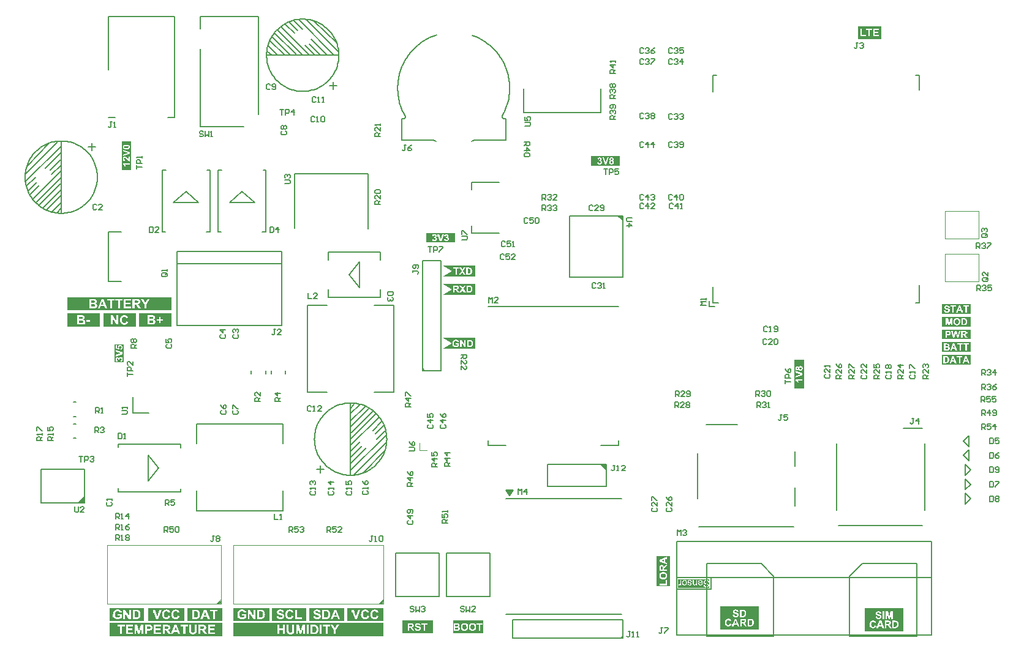
<source format=gto>
G04*
G04 #@! TF.GenerationSoftware,Altium Limited,Altium Designer,24.5.2 (23)*
G04*
G04 Layer_Color=65535*
%FSLAX25Y25*%
%MOIN*%
G70*
G04*
G04 #@! TF.SameCoordinates,0B6ABAA2-CCE4-471A-9BB9-6C60CE704F84*
G04*
G04*
G04 #@! TF.FilePolarity,Positive*
G04*
G01*
G75*
%ADD10C,0.00500*%
%ADD11C,0.00787*%
%ADD12C,0.00197*%
%ADD13C,0.00394*%
%ADD14C,0.00800*%
%ADD15C,0.00799*%
G36*
X251969Y198819D02*
X234252D01*
X239173Y201772D01*
X239173Y201772D01*
Y199803D01*
X250984D01*
Y203740D01*
X239173D01*
Y201772D01*
X239173Y201772D01*
X234252Y204724D01*
X251969D01*
Y198819D01*
D02*
G37*
G36*
Y188976D02*
X234252D01*
X239173Y191929D01*
X239173Y191929D01*
Y189961D01*
X250984D01*
Y193898D01*
X239173D01*
Y191929D01*
X239173Y191929D01*
X234252Y194882D01*
X251969D01*
Y188976D01*
D02*
G37*
G36*
Y159449D02*
X234252D01*
X239173Y162402D01*
X239173Y162402D01*
Y160433D01*
X250984D01*
Y164370D01*
X239173D01*
Y162402D01*
X239173Y162402D01*
X234252Y165354D01*
X251969D01*
Y159449D01*
D02*
G37*
G36*
X250984Y189961D02*
X239173D01*
Y193898D01*
X250984D01*
Y189961D01*
D02*
G37*
G36*
X430734Y137888D02*
X425564D01*
Y153451D01*
X430734D01*
Y137888D01*
D02*
G37*
G36*
X250984Y199803D02*
X239173D01*
Y203740D01*
X250984D01*
Y199803D01*
D02*
G37*
G36*
X86614Y180512D02*
X29921D01*
Y187598D01*
X86614D01*
Y180512D01*
D02*
G37*
G36*
Y171653D02*
X68898D01*
Y178740D01*
X86614D01*
Y171653D01*
D02*
G37*
G36*
X201969Y2953D02*
X120079D01*
Y10039D01*
X201969D01*
Y2953D01*
D02*
G37*
G36*
X379274Y29017D02*
X362362D01*
Y33975D01*
X379274D01*
Y29017D01*
D02*
G37*
G36*
X114173Y11220D02*
X95276D01*
Y18307D01*
X114173D01*
Y11220D01*
D02*
G37*
G36*
X201772D02*
X182087D01*
Y18307D01*
X201772D01*
Y11220D01*
D02*
G37*
G36*
X521561Y150959D02*
X505998D01*
Y156128D01*
X521561D01*
Y150959D01*
D02*
G37*
G36*
Y157848D02*
X505998D01*
Y163018D01*
X521561D01*
Y157848D01*
D02*
G37*
G36*
X256299Y11417D02*
Y4331D01*
X239764D01*
Y11417D01*
X256299D01*
D02*
G37*
G36*
X250984Y160433D02*
X239173D01*
Y164370D01*
X250984D01*
Y160433D01*
D02*
G37*
G36*
X47638Y171653D02*
X29921D01*
Y178740D01*
X47638D01*
Y171653D01*
D02*
G37*
G36*
X180472Y11220D02*
X161575D01*
Y18307D01*
X180472D01*
Y11220D01*
D02*
G37*
G36*
X114370Y2953D02*
X52953D01*
Y10039D01*
X114370D01*
Y2953D01*
D02*
G37*
G36*
X71653Y11220D02*
X52756D01*
Y18307D01*
X71653D01*
Y11220D01*
D02*
G37*
G36*
X484955Y12212D02*
Y5434D01*
X463864D01*
Y12212D01*
Y18188D01*
X484955D01*
Y12212D01*
D02*
G37*
G36*
X521561Y171628D02*
X505998D01*
Y176797D01*
X521561D01*
Y171628D01*
D02*
G37*
G36*
X160039Y11220D02*
X141142D01*
Y18307D01*
X160039D01*
Y11220D01*
D02*
G37*
G36*
X139764D02*
X120079D01*
Y18307D01*
X139764D01*
Y11220D01*
D02*
G37*
G36*
X521561Y178518D02*
X505998D01*
Y183687D01*
X521561D01*
Y178518D01*
D02*
G37*
G36*
X240825Y217439D02*
X225261D01*
Y222607D01*
X240825D01*
Y217439D01*
D02*
G37*
G36*
X93504Y11220D02*
X73819D01*
Y18307D01*
X93504D01*
Y11220D01*
D02*
G37*
G36*
X64592Y256982D02*
X59424D01*
Y272546D01*
X64592D01*
Y256982D01*
D02*
G37*
G36*
X67126Y171653D02*
X49409D01*
Y178740D01*
X67126D01*
Y171653D01*
D02*
G37*
G36*
X330617Y259227D02*
X315053D01*
Y264395D01*
X330617D01*
Y259227D01*
D02*
G37*
G36*
X357747Y46583D02*
Y30048D01*
X350660D01*
Y46583D01*
X357747D01*
D02*
G37*
G36*
X521561Y164738D02*
X505998D01*
Y169907D01*
X521561D01*
Y164738D01*
D02*
G37*
G36*
X472933Y328150D02*
X460138D01*
Y335236D01*
X472933D01*
Y328150D01*
D02*
G37*
G36*
X406215Y13196D02*
X385124D01*
X406215D01*
Y6418D01*
X385124D01*
Y13196D01*
Y19172D01*
X406215D01*
Y13196D01*
D02*
G37*
G36*
X60433Y161926D02*
Y152084D01*
X55709D01*
Y161926D01*
X60433D01*
D02*
G37*
G36*
X228740Y4331D02*
X212205D01*
Y11417D01*
X228740D01*
Y4331D01*
D02*
G37*
%LPC*%
G36*
X246766Y193818D02*
X245761D01*
X245013Y192688D01*
X244265Y193818D01*
X245489D01*
X243255D01*
X243375D01*
X244560Y192006D01*
X243255Y190040D01*
X244172D01*
X245013Y191318D01*
X245849Y190040D01*
X245010D01*
X246766D01*
X245466Y192006D01*
X246651Y193818D01*
X246766D01*
D02*
G37*
G36*
X250326D02*
X247165D01*
Y190040D01*
X250326D01*
X248595D01*
X248742Y190045D01*
X248879Y190051D01*
X248994Y190062D01*
X249086Y190078D01*
X249163Y190095D01*
X249223Y190105D01*
X249239Y190111D01*
X249256D01*
X249261Y190116D01*
X249267D01*
X249387Y190160D01*
X249496Y190209D01*
X249583Y190258D01*
X249660Y190307D01*
X249720Y190351D01*
X249763Y190384D01*
X249791Y190406D01*
X249802Y190417D01*
X249894Y190521D01*
X249976Y190630D01*
X250047Y190744D01*
X250102Y190848D01*
X250146Y190946D01*
X250167Y190984D01*
X250178Y191017D01*
X250189Y191050D01*
X250200Y191072D01*
X250206Y191083D01*
Y191088D01*
X250244Y191219D01*
X250277Y191356D01*
X250299Y191487D01*
X250309Y191612D01*
X250315Y191673D01*
X250320Y191727D01*
Y191771D01*
X250326Y191814D01*
Y192077D01*
Y191891D01*
X250320Y192082D01*
X250304Y192251D01*
X250299Y192333D01*
X250288Y192404D01*
X250277Y192475D01*
X250266Y192535D01*
X250249Y192590D01*
X250238Y192639D01*
X250227Y192683D01*
X250222Y192715D01*
X250211Y192743D01*
X250206Y192764D01*
X250200Y192775D01*
Y192781D01*
X250151Y192912D01*
X250091Y193032D01*
X250031Y193136D01*
X249971Y193223D01*
X249922Y193294D01*
X249878Y193349D01*
X249851Y193382D01*
X249845Y193392D01*
X249840D01*
X249747Y193480D01*
X249654Y193551D01*
X249556Y193611D01*
X249469Y193660D01*
X249392Y193698D01*
X249327Y193726D01*
X249305Y193731D01*
X249288Y193736D01*
X249277Y193742D01*
X249272D01*
X249168Y193769D01*
X249054Y193786D01*
X248934Y193802D01*
X248819Y193807D01*
X248715Y193813D01*
X248671Y193818D01*
X250326D01*
D02*
G37*
G36*
X243228D02*
X239832D01*
Y190040D01*
X240596D01*
Y191618D01*
X240842D01*
X240918Y191612D01*
X240984Y191607D01*
X241038Y191596D01*
X241082Y191591D01*
X241109Y191580D01*
X241126Y191574D01*
X241131D01*
X241175Y191552D01*
X241218Y191531D01*
X241257Y191503D01*
X241295Y191481D01*
X241322Y191454D01*
X241344Y191432D01*
X241355Y191421D01*
X241360Y191416D01*
X241382Y191389D01*
X241410Y191361D01*
X241470Y191279D01*
X241535Y191192D01*
X241606Y191094D01*
X241666Y191006D01*
X241693Y190963D01*
X241715Y190930D01*
X241737Y190903D01*
X241754Y190881D01*
X241759Y190864D01*
X241764Y190859D01*
X242311Y190040D01*
X243228D01*
X242764Y190777D01*
X242715Y190854D01*
X242665Y190930D01*
X242622Y190996D01*
X242578Y191056D01*
X242540Y191110D01*
X242507Y191165D01*
X242442Y191247D01*
X242392Y191312D01*
X242360Y191356D01*
X242332Y191383D01*
X242327Y191389D01*
X242267Y191454D01*
X242196Y191514D01*
X242130Y191563D01*
X242065Y191612D01*
X242010Y191651D01*
X241967Y191678D01*
X241934Y191700D01*
X241928Y191705D01*
X241923D01*
X242016Y191722D01*
X242098Y191744D01*
X242174Y191765D01*
X242250Y191793D01*
X242316Y191820D01*
X242376Y191847D01*
X242436Y191875D01*
X242485Y191907D01*
X242529Y191935D01*
X242567Y191962D01*
X242600Y191989D01*
X242622Y192011D01*
X242644Y192027D01*
X242660Y192044D01*
X242665Y192049D01*
X242671Y192055D01*
X242715Y192109D01*
X242753Y192164D01*
X242818Y192284D01*
X242862Y192399D01*
X242889Y192513D01*
X242911Y192612D01*
X242917Y192650D01*
Y192688D01*
X242922Y192715D01*
Y192743D01*
Y192754D01*
Y192759D01*
X242917Y192879D01*
X242895Y192994D01*
X242867Y193092D01*
X242840Y193180D01*
X242807Y193251D01*
X242780Y193305D01*
X242769Y193321D01*
X242758Y193338D01*
X242753Y193343D01*
Y193349D01*
X242687Y193442D01*
X242616Y193518D01*
X242545Y193578D01*
X242474Y193633D01*
X242409Y193665D01*
X242360Y193693D01*
X242327Y193709D01*
X242321Y193715D01*
X242316D01*
X242261Y193731D01*
X242201Y193747D01*
X242065Y193775D01*
X241917Y193791D01*
X241775Y193807D01*
X241705D01*
X241644Y193813D01*
X241584D01*
X241535Y193818D01*
X243228D01*
D02*
G37*
%LPD*%
G36*
X248497Y193174D02*
X248562D01*
X248617Y193169D01*
X248666D01*
X248715Y193163D01*
X248753D01*
X248813Y193152D01*
X248857Y193147D01*
X248884Y193141D01*
X248890D01*
X248966Y193119D01*
X249032Y193092D01*
X249092Y193065D01*
X249146Y193032D01*
X249185Y193005D01*
X249217Y192983D01*
X249234Y192966D01*
X249239Y192961D01*
X249288Y192906D01*
X249332Y192846D01*
X249370Y192786D01*
X249403Y192732D01*
X249425Y192677D01*
X249441Y192633D01*
X249452Y192606D01*
X249458Y192601D01*
Y192595D01*
X249485Y192497D01*
X249507Y192393D01*
X249518Y192279D01*
X249529Y192169D01*
X249534Y192077D01*
X249540Y192033D01*
Y191995D01*
Y191967D01*
Y191946D01*
Y191929D01*
Y191924D01*
X249534Y191771D01*
X249529Y191629D01*
X249512Y191514D01*
X249501Y191416D01*
X249485Y191334D01*
X249480Y191301D01*
X249469Y191279D01*
X249463Y191258D01*
Y191241D01*
X249458Y191236D01*
Y191230D01*
X249425Y191143D01*
X249398Y191067D01*
X249359Y191006D01*
X249332Y190957D01*
X249305Y190919D01*
X249283Y190892D01*
X249267Y190875D01*
X249261Y190870D01*
X249212Y190832D01*
X249163Y190799D01*
X249114Y190772D01*
X249064Y190750D01*
X249021Y190733D01*
X248988Y190723D01*
X248966Y190712D01*
X248955D01*
X248895Y190701D01*
X248824Y190695D01*
X248748Y190684D01*
X248671D01*
X248600Y190679D01*
X247929D01*
Y193180D01*
X248426D01*
X248497Y193174D01*
D02*
G37*
G36*
X241519D02*
X241639D01*
X241688Y193169D01*
X241721D01*
X241737Y193163D01*
X241743D01*
X241808Y193147D01*
X241868Y193125D01*
X241917Y193103D01*
X241956Y193076D01*
X241988Y193048D01*
X242016Y193032D01*
X242027Y193016D01*
X242032Y193010D01*
X242065Y192966D01*
X242092Y192912D01*
X242108Y192863D01*
X242125Y192814D01*
X242130Y192770D01*
X242136Y192737D01*
Y192715D01*
Y192704D01*
X242130Y192644D01*
X242125Y192590D01*
X242108Y192541D01*
X242098Y192497D01*
X242081Y192464D01*
X242065Y192442D01*
X242059Y192426D01*
X242054Y192420D01*
X242021Y192382D01*
X241988Y192350D01*
X241917Y192300D01*
X241890Y192284D01*
X241863Y192273D01*
X241846Y192262D01*
X241841D01*
X241814Y192257D01*
X241770Y192246D01*
X241726Y192240D01*
X241677Y192235D01*
X241563Y192229D01*
X241448Y192224D01*
X241339Y192218D01*
X240596D01*
Y193180D01*
X241470D01*
X241519Y193174D01*
D02*
G37*
%LPC*%
G36*
X430085Y150043D02*
X426214D01*
Y147553D01*
D01*
Y148782D01*
X426219Y148684D01*
X426224Y148591D01*
X426241Y148503D01*
X426257Y148422D01*
X426279Y148345D01*
X426301Y148274D01*
X426328Y148214D01*
X426350Y148159D01*
X426377Y148105D01*
X426405Y148061D01*
X426426Y148028D01*
X426448Y147996D01*
X426465Y147974D01*
X426481Y147957D01*
X426486Y147947D01*
X426492Y147941D01*
X426546Y147892D01*
X426601Y147843D01*
X426661Y147804D01*
X426716Y147772D01*
X426836Y147717D01*
X426945Y147684D01*
X427043Y147662D01*
X427087Y147657D01*
X427120Y147652D01*
X427153Y147646D01*
X427174D01*
X427185D01*
X427191D01*
X427284Y147652D01*
X427365Y147668D01*
X427447Y147684D01*
X427513Y147712D01*
X427573Y147733D01*
X427611Y147750D01*
X427638Y147766D01*
X427649Y147772D01*
X427720Y147826D01*
X427786Y147892D01*
X427841Y147957D01*
X427890Y148028D01*
X427922Y148088D01*
X427950Y148138D01*
X427966Y148170D01*
X427972Y148176D01*
Y148181D01*
X428032Y148067D01*
X428092Y147968D01*
X428157Y147886D01*
X428223Y147821D01*
X428283Y147766D01*
X428327Y147728D01*
X428359Y147706D01*
X428365Y147701D01*
X428370D01*
X428468Y147652D01*
X428567Y147613D01*
X428665Y147592D01*
X428752Y147570D01*
X428823Y147559D01*
X428883Y147553D01*
X428938D01*
X429042Y147559D01*
X429135Y147570D01*
X429227Y147592D01*
X429309Y147619D01*
X429391Y147646D01*
X429462Y147679D01*
X429528Y147717D01*
X429588Y147755D01*
X429637Y147794D01*
X429686Y147832D01*
X429724Y147865D01*
X429757Y147892D01*
X429784Y147919D01*
X429801Y147941D01*
X429812Y147952D01*
X429817Y147957D01*
X429866Y148023D01*
X429904Y148094D01*
X429943Y148165D01*
X429970Y148236D01*
X430019Y148378D01*
X430052Y148514D01*
X430063Y148580D01*
X430068Y148634D01*
X430074Y148684D01*
X430079Y148727D01*
X430085Y148766D01*
Y148815D01*
X430079Y148918D01*
X430068Y149011D01*
X430052Y149104D01*
X430035Y149191D01*
X430008Y149268D01*
X429981Y149339D01*
X429954Y149410D01*
X429921Y149470D01*
X429888Y149524D01*
X429861Y149568D01*
X429833Y149612D01*
X429806Y149644D01*
X429790Y149672D01*
X429773Y149688D01*
X429763Y149699D01*
X429757Y149705D01*
X429692Y149765D01*
X429626Y149814D01*
X429555Y149863D01*
X429484Y149901D01*
X429413Y149934D01*
X429342Y149961D01*
X429206Y149999D01*
X429145Y150016D01*
X429091Y150027D01*
X429036Y150032D01*
X428993Y150038D01*
X428954Y150043D01*
X430085D01*
D01*
D02*
G37*
G36*
X430014Y147340D02*
X426235D01*
Y143819D01*
X430014Y145173D01*
Y147340D01*
D02*
G37*
G36*
Y142956D02*
X426214D01*
Y141296D01*
Y142366D01*
X426339Y142312D01*
X426454Y142241D01*
X426563Y142164D01*
X426650Y142088D01*
X426721Y142022D01*
X426776Y141962D01*
X426798Y141940D01*
X426814Y141924D01*
X426820Y141913D01*
X426825Y141908D01*
X426912Y141788D01*
X426989Y141673D01*
X427049Y141569D01*
X427093Y141476D01*
X427125Y141400D01*
X427153Y141345D01*
X427158Y141323D01*
X427164Y141307D01*
X427169Y141302D01*
Y141296D01*
X427824D01*
X427748Y141493D01*
X427666Y141667D01*
X427622Y141749D01*
X427573Y141826D01*
X427529Y141897D01*
X427486Y141962D01*
X427442Y142022D01*
X427404Y142077D01*
X427371Y142121D01*
X427338Y142159D01*
X427311Y142192D01*
X427294Y142213D01*
X427284Y142224D01*
X427278Y142230D01*
X430014D01*
Y142956D01*
D02*
G37*
%LPD*%
G36*
X428791Y150038D02*
X428687Y150016D01*
X428589Y149994D01*
X428507Y149961D01*
X428441Y149934D01*
X428392Y149907D01*
X428359Y149885D01*
X428348Y149879D01*
X428261Y149814D01*
X428185Y149737D01*
X428119Y149655D01*
X428070Y149579D01*
X428026Y149508D01*
X427993Y149453D01*
X427983Y149432D01*
X427977Y149415D01*
X427972Y149404D01*
Y149399D01*
X427928Y149486D01*
X427879Y149563D01*
X427830Y149628D01*
X427775Y149683D01*
X427731Y149726D01*
X427693Y149754D01*
X427671Y149776D01*
X427660Y149781D01*
X427578Y149830D01*
X427497Y149863D01*
X427420Y149890D01*
X427349Y149907D01*
X427284Y149917D01*
X427235Y149923D01*
X427202D01*
X427196D01*
X427191D01*
X427114Y149917D01*
X427038Y149912D01*
X426901Y149874D01*
X426787Y149830D01*
X426683Y149776D01*
X426601Y149715D01*
X426568Y149694D01*
X426541Y149672D01*
X426519Y149650D01*
X426503Y149634D01*
X426497Y149628D01*
X426492Y149623D01*
X426443Y149563D01*
X426399Y149503D01*
X426361Y149432D01*
X426328Y149366D01*
X426279Y149224D01*
X426246Y149088D01*
X426235Y149028D01*
X426230Y148968D01*
X426224Y148918D01*
X426219Y148869D01*
X426214Y148836D01*
Y150043D01*
X428905D01*
X428791Y150038D01*
D02*
G37*
G36*
X427316Y149235D02*
X427387Y149219D01*
X427442Y149202D01*
X427491Y149180D01*
X427535Y149153D01*
X427562Y149137D01*
X427578Y149120D01*
X427584Y149115D01*
X427622Y149066D01*
X427655Y149011D01*
X427677Y148957D01*
X427688Y148902D01*
X427699Y148853D01*
X427704Y148815D01*
Y148782D01*
X427699Y148711D01*
X427688Y148645D01*
X427666Y148591D01*
X427644Y148542D01*
X427622Y148503D01*
X427600Y148476D01*
X427589Y148460D01*
X427584Y148454D01*
X427535Y148416D01*
X427480Y148383D01*
X427426Y148361D01*
X427371Y148351D01*
X427322Y148340D01*
X427284Y148334D01*
X427256D01*
X427245D01*
X427169Y148340D01*
X427103Y148351D01*
X427049Y148372D01*
X427000Y148394D01*
X426962Y148416D01*
X426934Y148438D01*
X426918Y148449D01*
X426912Y148454D01*
X426869Y148503D01*
X426841Y148558D01*
X426820Y148613D01*
X426803Y148667D01*
X426792Y148716D01*
X426787Y148755D01*
Y148787D01*
X426792Y148858D01*
X426809Y148924D01*
X426825Y148978D01*
X426847Y149028D01*
X426874Y149066D01*
X426891Y149093D01*
X426907Y149109D01*
X426912Y149115D01*
X426962Y149159D01*
X427016Y149186D01*
X427071Y149208D01*
X427125Y149224D01*
X427169Y149235D01*
X427207Y149241D01*
X427229D01*
X427240D01*
X427316Y149235D01*
D02*
G37*
G36*
X428982Y149322D02*
X429074Y149306D01*
X429156Y149279D01*
X429222Y149251D01*
X429277Y149224D01*
X429309Y149197D01*
X429337Y149180D01*
X429342Y149175D01*
X429397Y149115D01*
X429435Y149055D01*
X429462Y148995D01*
X429479Y148935D01*
X429490Y148880D01*
X429500Y148842D01*
Y148804D01*
X429495Y148722D01*
X429473Y148645D01*
X429446Y148580D01*
X429419Y148525D01*
X429386Y148482D01*
X429364Y148449D01*
X429342Y148427D01*
X429337Y148422D01*
X429266Y148372D01*
X429189Y148334D01*
X429113Y148307D01*
X429036Y148290D01*
X428965Y148280D01*
X428911Y148269D01*
X428889D01*
X428872D01*
X428867D01*
X428862D01*
X428785Y148274D01*
X428709Y148290D01*
X428643Y148307D01*
X428583Y148334D01*
X428534Y148356D01*
X428496Y148372D01*
X428474Y148389D01*
X428463Y148394D01*
X428403Y148449D01*
X428354Y148514D01*
X428321Y148580D01*
X428299Y148645D01*
X428288Y148700D01*
X428277Y148749D01*
Y148793D01*
X428283Y148875D01*
X428305Y148951D01*
X428327Y149017D01*
X428359Y149071D01*
X428386Y149115D01*
X428414Y149148D01*
X428436Y149170D01*
X428441Y149175D01*
X428507Y149224D01*
X428578Y149262D01*
X428649Y149290D01*
X428720Y149311D01*
X428780Y149322D01*
X428829Y149328D01*
X428862D01*
X428867D01*
X428872D01*
X428982Y149322D01*
D02*
G37*
G36*
X430014Y145997D02*
X426235Y147340D01*
X430014D01*
Y145997D01*
D02*
G37*
G36*
X429031Y145604D02*
X426235Y144643D01*
Y146527D01*
X429031Y145604D01*
D02*
G37*
%LPC*%
G36*
X246607Y203661D02*
X245603D01*
X244855Y202531D01*
X244107Y203661D01*
X245331D01*
X243097D01*
Y199882D01*
D01*
Y203661D01*
X243217D01*
X244402Y201848D01*
X243097Y199882D01*
X244014D01*
X244855Y201160D01*
X245690Y199882D01*
X244852D01*
X246607D01*
D01*
X245308Y201848D01*
X246493Y203661D01*
X246607D01*
D02*
G37*
G36*
X250167D02*
X247006D01*
Y199882D01*
X250167D01*
X248437D01*
X248584Y199888D01*
X248721Y199893D01*
X248835Y199904D01*
X248928Y199921D01*
X249005Y199937D01*
X249064Y199948D01*
X249081Y199953D01*
X249097D01*
X249103Y199959D01*
X249108D01*
X249228Y200003D01*
X249338Y200052D01*
X249425Y200101D01*
X249501Y200150D01*
X249561Y200194D01*
X249605Y200226D01*
X249632Y200248D01*
X249643Y200259D01*
X249736Y200363D01*
X249818Y200472D01*
X249889Y200587D01*
X249944Y200691D01*
X249987Y200789D01*
X250009Y200827D01*
X250020Y200860D01*
X250031Y200893D01*
X250042Y200914D01*
X250047Y200925D01*
Y200931D01*
X250086Y201062D01*
X250118Y201198D01*
X250140Y201329D01*
X250151Y201455D01*
X250156Y201515D01*
X250162Y201570D01*
Y201613D01*
X250167Y201657D01*
Y201733D01*
X250162Y201924D01*
X250146Y202094D01*
X250140Y202176D01*
X250129Y202247D01*
X250118Y202318D01*
X250107Y202378D01*
X250091Y202432D01*
X250080Y202481D01*
X250069Y202525D01*
X250064Y202558D01*
X250053Y202585D01*
X250047Y202607D01*
X250042Y202618D01*
Y202623D01*
X249993Y202754D01*
X249933Y202875D01*
X249873Y202978D01*
X249813Y203066D01*
X249763Y203137D01*
X249720Y203191D01*
X249692Y203224D01*
X249687Y203235D01*
X249681D01*
X249589Y203322D01*
X249496Y203393D01*
X249398Y203453D01*
X249310Y203502D01*
X249234Y203541D01*
X249168Y203568D01*
X249146Y203573D01*
X249130Y203579D01*
X249119Y203584D01*
X249114D01*
X249010Y203612D01*
X248895Y203628D01*
X248775Y203644D01*
X248660Y203650D01*
X248557Y203655D01*
X248513Y203661D01*
X250167D01*
D02*
G37*
G36*
X242988D02*
X239990D01*
Y199882D01*
D01*
Y203022D01*
X241109D01*
Y199882D01*
X241874D01*
Y203022D01*
X242988D01*
Y203661D01*
D02*
G37*
%LPD*%
G36*
X248338Y203016D02*
X248404D01*
X248459Y203011D01*
X248508D01*
X248557Y203006D01*
X248595D01*
X248655Y202995D01*
X248699Y202989D01*
X248726Y202984D01*
X248731D01*
X248808Y202962D01*
X248873Y202935D01*
X248934Y202907D01*
X248988Y202875D01*
X249026Y202847D01*
X249059Y202825D01*
X249076Y202809D01*
X249081Y202804D01*
X249130Y202749D01*
X249174Y202689D01*
X249212Y202629D01*
X249245Y202574D01*
X249267Y202520D01*
X249283Y202476D01*
X249294Y202449D01*
X249299Y202443D01*
Y202438D01*
X249327Y202340D01*
X249348Y202236D01*
X249359Y202121D01*
X249370Y202012D01*
X249376Y201919D01*
X249381Y201875D01*
Y201837D01*
Y201810D01*
Y201788D01*
Y201772D01*
Y201766D01*
X249376Y201613D01*
X249370Y201471D01*
X249354Y201357D01*
X249343Y201258D01*
X249327Y201177D01*
X249321Y201144D01*
X249310Y201122D01*
X249305Y201100D01*
Y201084D01*
X249299Y201078D01*
Y201073D01*
X249267Y200985D01*
X249239Y200909D01*
X249201Y200849D01*
X249174Y200800D01*
X249146Y200762D01*
X249125Y200734D01*
X249108Y200718D01*
X249103Y200712D01*
X249054Y200674D01*
X249005Y200641D01*
X248955Y200614D01*
X248906Y200592D01*
X248863Y200576D01*
X248830Y200565D01*
X248808Y200554D01*
X248797D01*
X248737Y200543D01*
X248666Y200538D01*
X248589Y200527D01*
X248513D01*
X248442Y200521D01*
X247771D01*
Y203022D01*
X248267D01*
X248338Y203016D01*
D02*
G37*
%LPC*%
G36*
X74652Y186577D02*
X73478D01*
X72319Y184580D01*
X71131Y186577D01*
X69943D01*
X71787Y183654D01*
Y181533D01*
X69943D01*
X72808D01*
Y183647D01*
X74652Y186577D01*
D02*
G37*
G36*
X64512D02*
Y182386D01*
X61698D01*
Y183756D01*
X64227D01*
Y184609D01*
X61698D01*
Y185724D01*
X64417D01*
Y186577D01*
X64512D01*
X60677D01*
Y181533D01*
X64512D01*
Y186577D01*
D02*
G37*
G36*
X67654D02*
X65379D01*
Y181533D01*
X66400D01*
Y183640D01*
X66728D01*
X66830Y183632D01*
X66917Y183625D01*
X66990Y183610D01*
X67049Y183603D01*
X67085Y183589D01*
X67107Y183581D01*
X67114D01*
X67172Y183552D01*
X67231Y183523D01*
X67282Y183486D01*
X67333Y183457D01*
X67369Y183421D01*
X67399Y183392D01*
X67413Y183377D01*
X67420Y183370D01*
X67449Y183333D01*
X67486Y183297D01*
X67566Y183188D01*
X67654Y183071D01*
X67748Y182940D01*
X67829Y182823D01*
X67865Y182765D01*
X67894Y182721D01*
X67923Y182685D01*
X67945Y182655D01*
X67953Y182634D01*
X67960Y182626D01*
X68689Y181533D01*
X69914D01*
X69294Y182517D01*
X69228Y182619D01*
X69163Y182721D01*
X69104Y182808D01*
X69046Y182889D01*
X68995Y182962D01*
X68951Y183035D01*
X68864Y183144D01*
X68798Y183231D01*
X68754Y183290D01*
X68718Y183326D01*
X68711Y183333D01*
X68630Y183421D01*
X68536Y183501D01*
X68448Y183567D01*
X68361Y183632D01*
X68288Y183683D01*
X68230Y183720D01*
X68186Y183749D01*
X68178Y183756D01*
X68171D01*
X68295Y183778D01*
X68405Y183807D01*
X68506Y183836D01*
X68609Y183873D01*
X68696Y183909D01*
X68776Y183946D01*
X68856Y183982D01*
X68922Y184026D01*
X68980Y184062D01*
X69031Y184099D01*
X69075Y184135D01*
X69104Y184165D01*
X69134Y184186D01*
X69155Y184208D01*
X69163Y184215D01*
X69170Y184223D01*
X69228Y184296D01*
X69279Y184369D01*
X69367Y184529D01*
X69425Y184682D01*
X69462Y184835D01*
X69491Y184966D01*
X69498Y185017D01*
Y185068D01*
X69505Y185105D01*
Y185141D01*
Y185156D01*
Y185163D01*
X69498Y185324D01*
X69469Y185477D01*
X69432Y185608D01*
X69396Y185724D01*
X69352Y185819D01*
X69316Y185892D01*
X69301Y185914D01*
X69287Y185936D01*
X69279Y185943D01*
Y185951D01*
X69192Y186074D01*
X69097Y186177D01*
X69002Y186257D01*
X68907Y186330D01*
X68820Y186373D01*
X68754Y186410D01*
X68711Y186432D01*
X68703Y186439D01*
X68696D01*
X68623Y186461D01*
X68543Y186483D01*
X68361Y186519D01*
X68164Y186541D01*
X67974Y186563D01*
X67880D01*
X67799Y186570D01*
X67719D01*
X67654Y186577D01*
D02*
G37*
G36*
X60014D02*
X56011Y186577D01*
Y181533D01*
Y185724D01*
X57506D01*
Y181533D01*
X58526Y181533D01*
Y185724D01*
X60014D01*
Y186577D01*
D02*
G37*
G36*
X55705Y186577D02*
X51703D01*
Y181533D01*
Y185724D01*
X53197D01*
Y181533D01*
X54218D01*
Y185724D01*
X55705D01*
Y186577D01*
D02*
G37*
G36*
X51513D02*
X48408D01*
X46454Y181533D01*
X49652D01*
X47533D01*
X47949Y182677D01*
X49975D01*
X50413Y181533D01*
X51513D01*
X49487Y186577D01*
X51513D01*
D02*
G37*
G36*
X46104D02*
X41883D01*
Y181533D01*
X44070D01*
X44194Y181540D01*
X44413D01*
X44501Y181547D01*
X44639D01*
X44690Y181555D01*
X44763D01*
X44792Y181562D01*
X44821D01*
X44967Y181584D01*
X45098Y181620D01*
X45215Y181657D01*
X45317Y181700D01*
X45397Y181737D01*
X45456Y181773D01*
X45492Y181795D01*
X45507Y181802D01*
X45609Y181883D01*
X45689Y181970D01*
X45769Y182050D01*
X45827Y182138D01*
X45878Y182211D01*
X45915Y182269D01*
X45937Y182306D01*
X45944Y182320D01*
X45995Y182444D01*
X46039Y182561D01*
X46068Y182677D01*
X46082Y182779D01*
X46097Y182867D01*
X46104Y182932D01*
Y182991D01*
X46097Y183151D01*
X46068Y183297D01*
X46024Y183421D01*
X45980Y183537D01*
X45937Y183625D01*
X45893Y183691D01*
X45864Y183734D01*
X45856Y183749D01*
X45754Y183866D01*
X45645Y183960D01*
X45521Y184040D01*
X45412Y184099D01*
X45310Y184150D01*
X45222Y184186D01*
X45193Y184194D01*
X45171Y184201D01*
X45157Y184208D01*
X45149D01*
X45266Y184274D01*
X45368Y184339D01*
X45456Y184420D01*
X45528Y184485D01*
X45579Y184551D01*
X45623Y184602D01*
X45652Y184638D01*
X45660Y184653D01*
X45725Y184769D01*
X45776Y184879D01*
X45805Y184988D01*
X45835Y185090D01*
X45849Y185178D01*
X45856Y185243D01*
Y185287D01*
Y185294D01*
Y185302D01*
X45849Y185418D01*
X45835Y185535D01*
X45805Y185630D01*
X45776Y185717D01*
X45747Y185790D01*
X45718Y185848D01*
X45703Y185878D01*
X45696Y185892D01*
X45638Y185987D01*
X45572Y186067D01*
X45507Y186140D01*
X45448Y186206D01*
X45390Y186249D01*
X45346Y186286D01*
X45317Y186308D01*
X45310Y186315D01*
X45222Y186373D01*
X45127Y186417D01*
X45040Y186453D01*
X44960Y186483D01*
X44887Y186504D01*
X44836Y186519D01*
X44800Y186526D01*
X44785D01*
X44661Y186541D01*
X44522Y186556D01*
X44377Y186563D01*
X44231Y186570D01*
X44100Y186577D01*
X46104D01*
D02*
G37*
%LPD*%
G36*
X67632Y185717D02*
X67792D01*
X67858Y185710D01*
X67901D01*
X67923Y185703D01*
X67931D01*
X68018Y185681D01*
X68098Y185652D01*
X68164Y185623D01*
X68215Y185586D01*
X68259Y185550D01*
X68295Y185528D01*
X68310Y185506D01*
X68317Y185498D01*
X68361Y185440D01*
X68397Y185367D01*
X68419Y185302D01*
X68441Y185236D01*
X68448Y185178D01*
X68455Y185134D01*
Y185105D01*
Y185090D01*
X68448Y185010D01*
X68441Y184937D01*
X68419Y184872D01*
X68405Y184813D01*
X68383Y184769D01*
X68361Y184740D01*
X68353Y184719D01*
X68346Y184711D01*
X68302Y184660D01*
X68259Y184616D01*
X68164Y184551D01*
X68127Y184529D01*
X68091Y184514D01*
X68069Y184500D01*
X68062D01*
X68025Y184493D01*
X67967Y184478D01*
X67909Y184471D01*
X67843Y184463D01*
X67690Y184456D01*
X67537Y184449D01*
X67391Y184441D01*
X66400D01*
Y185724D01*
X67566D01*
X67632Y185717D01*
D02*
G37*
G36*
X49647Y183530D02*
X48255D01*
X48940Y185404D01*
X49647Y183530D01*
D02*
G37*
G36*
X43998Y185732D02*
X44187D01*
X44231Y185724D01*
X44311D01*
X44340Y185717D01*
X44348D01*
X44435Y185703D01*
X44515Y185681D01*
X44581Y185652D01*
X44639Y185623D01*
X44675Y185593D01*
X44712Y185564D01*
X44726Y185550D01*
X44734Y185542D01*
X44778Y185484D01*
X44807Y185418D01*
X44836Y185360D01*
X44851Y185302D01*
X44858Y185243D01*
X44865Y185200D01*
Y185170D01*
Y185163D01*
X44858Y185076D01*
X44843Y184995D01*
X44814Y184930D01*
X44792Y184872D01*
X44763Y184821D01*
X44734Y184791D01*
X44719Y184769D01*
X44712Y184762D01*
X44654Y184711D01*
X44588Y184675D01*
X44522Y184646D01*
X44457Y184624D01*
X44391Y184602D01*
X44348Y184595D01*
X44318Y184587D01*
X44275D01*
X44231Y184580D01*
X44005D01*
X43881Y184573D01*
X42904D01*
Y185739D01*
X43917D01*
X43998Y185732D01*
D02*
G37*
G36*
X44063Y183727D02*
X44151Y183720D01*
X44238D01*
X44311Y183712D01*
X44377Y183705D01*
X44428Y183698D01*
X44479Y183691D01*
X44515Y183683D01*
X44574Y183676D01*
X44610Y183661D01*
X44617D01*
X44690Y183632D01*
X44756Y183596D01*
X44814Y183559D01*
X44858Y183516D01*
X44894Y183486D01*
X44916Y183457D01*
X44931Y183435D01*
X44938Y183428D01*
X44974Y183363D01*
X45004Y183297D01*
X45025Y183239D01*
X45040Y183173D01*
X45047Y183122D01*
X45055Y183078D01*
Y183049D01*
Y183042D01*
X45047Y182947D01*
X45033Y182860D01*
X45011Y182787D01*
X44982Y182728D01*
X44952Y182677D01*
X44931Y182641D01*
X44916Y182619D01*
X44909Y182612D01*
X44851Y182561D01*
X44792Y182517D01*
X44726Y182481D01*
X44668Y182451D01*
X44617Y182437D01*
X44574Y182422D01*
X44544Y182415D01*
X44537D01*
X44508Y182408D01*
X44464D01*
X44369Y182400D01*
X44253Y182393D01*
X44136D01*
X44027Y182386D01*
X42904D01*
Y183734D01*
X43961D01*
X44063Y183727D01*
D02*
G37*
%LPC*%
G36*
X80625Y176917D02*
X79742D01*
Y175612D01*
X78423D01*
Y176917D01*
Y173404D01*
X81951D01*
D01*
X80625D01*
Y174708D01*
X81951D01*
Y175612D01*
X80625D01*
Y176917D01*
D02*
G37*
G36*
X75777Y177719D02*
X73561D01*
Y172675D01*
X77781D01*
D01*
X75748D01*
X75871Y172682D01*
X76090D01*
X76178Y172689D01*
X76316D01*
X76367Y172696D01*
X76440D01*
X76469Y172704D01*
X76498D01*
X76644Y172725D01*
X76775Y172762D01*
X76892Y172798D01*
X76994Y172842D01*
X77074Y172879D01*
X77133Y172915D01*
X77169Y172937D01*
X77184Y172944D01*
X77286Y173024D01*
X77366Y173112D01*
X77446Y173192D01*
X77504Y173280D01*
X77555Y173353D01*
X77592Y173411D01*
X77614Y173447D01*
X77621Y173462D01*
X77672Y173586D01*
X77716Y173702D01*
X77745Y173819D01*
X77760Y173921D01*
X77774Y174009D01*
X77781Y174074D01*
Y174133D01*
X77774Y174293D01*
X77745Y174439D01*
X77701Y174563D01*
X77658Y174679D01*
X77614Y174767D01*
X77570Y174832D01*
X77541Y174876D01*
X77534Y174891D01*
X77431Y175007D01*
X77322Y175102D01*
X77198Y175182D01*
X77089Y175241D01*
X76987Y175292D01*
X76899Y175328D01*
X76870Y175335D01*
X76848Y175343D01*
X76834Y175350D01*
X76826D01*
X76943Y175416D01*
X77045Y175481D01*
X77133Y175561D01*
X77205Y175627D01*
X77257Y175693D01*
X77300Y175744D01*
X77329Y175780D01*
X77337Y175795D01*
X77402Y175911D01*
X77453Y176021D01*
X77482Y176130D01*
X77512Y176232D01*
X77526Y176320D01*
X77534Y176385D01*
Y176429D01*
Y176436D01*
Y176443D01*
X77526Y176560D01*
X77512Y176677D01*
X77482Y176771D01*
X77453Y176859D01*
X77424Y176932D01*
X77395Y176990D01*
X77381Y177019D01*
X77373Y177034D01*
X77315Y177129D01*
X77249Y177209D01*
X77184Y177282D01*
X77125Y177347D01*
X77067Y177391D01*
X77023Y177428D01*
X76994Y177450D01*
X76987Y177457D01*
X76899Y177515D01*
X76805Y177559D01*
X76717Y177595D01*
X76637Y177624D01*
X76564Y177646D01*
X76513Y177661D01*
X76477Y177668D01*
X76462D01*
X76338Y177683D01*
X76200Y177697D01*
X76054Y177705D01*
X75908Y177712D01*
X75777Y177719D01*
D02*
G37*
%LPD*%
G36*
X79742Y173404D02*
X78423D01*
Y174708D01*
X79742D01*
Y173404D01*
D02*
G37*
G36*
X75675Y176874D02*
X75864D01*
X75908Y176866D01*
X75988D01*
X76017Y176859D01*
X76025D01*
X76112Y176844D01*
X76192Y176822D01*
X76258Y176793D01*
X76316Y176764D01*
X76353Y176735D01*
X76389Y176706D01*
X76404Y176691D01*
X76411Y176684D01*
X76455Y176626D01*
X76484Y176560D01*
X76513Y176502D01*
X76528Y176443D01*
X76535Y176385D01*
X76542Y176341D01*
Y176312D01*
Y176305D01*
X76535Y176217D01*
X76520Y176137D01*
X76491Y176072D01*
X76469Y176013D01*
X76440Y175962D01*
X76411Y175933D01*
X76396Y175911D01*
X76389Y175904D01*
X76331Y175853D01*
X76265Y175817D01*
X76200Y175787D01*
X76134Y175766D01*
X76068Y175744D01*
X76025Y175736D01*
X75995Y175729D01*
X75952D01*
X75908Y175722D01*
X75682D01*
X75558Y175714D01*
X74581D01*
Y176881D01*
X75594D01*
X75675Y176874D01*
D02*
G37*
G36*
X75740Y174869D02*
X75828Y174862D01*
X75915D01*
X75988Y174854D01*
X76054Y174847D01*
X76105Y174840D01*
X76156Y174832D01*
X76192Y174825D01*
X76250Y174818D01*
X76287Y174803D01*
X76294D01*
X76367Y174774D01*
X76433Y174738D01*
X76491Y174701D01*
X76535Y174657D01*
X76571Y174628D01*
X76593Y174599D01*
X76608Y174577D01*
X76615Y174570D01*
X76652Y174504D01*
X76681Y174439D01*
X76702Y174380D01*
X76717Y174315D01*
X76724Y174264D01*
X76732Y174220D01*
Y174191D01*
Y174183D01*
X76724Y174089D01*
X76710Y174001D01*
X76688Y173928D01*
X76659Y173870D01*
X76630Y173819D01*
X76608Y173783D01*
X76593Y173761D01*
X76586Y173753D01*
X76528Y173702D01*
X76469Y173659D01*
X76404Y173622D01*
X76345Y173593D01*
X76294Y173579D01*
X76250Y173564D01*
X76221Y173557D01*
X76214D01*
X76185Y173549D01*
X76141D01*
X76046Y173542D01*
X75930Y173535D01*
X75813D01*
X75704Y173527D01*
X74581D01*
Y174876D01*
X75638D01*
X75740Y174869D01*
D02*
G37*
%LPC*%
G36*
X148277Y9066D02*
X147257D01*
Y7083D01*
X145266D01*
Y9066D01*
X144246D01*
Y4021D01*
X148277D01*
Y9066D01*
D02*
G37*
G36*
X177802Y9066D02*
X176628D01*
X175469Y7068D01*
X174281Y9066D01*
X173092D01*
X174937Y6143D01*
Y4021D01*
X175957D01*
Y6135D01*
X177802Y9066D01*
D02*
G37*
G36*
X153344D02*
X152323D01*
Y6266D01*
Y6157D01*
Y6055D01*
X152316Y5960D01*
Y5873D01*
X152308Y5800D01*
Y5727D01*
X152301Y5661D01*
Y5603D01*
X152287Y5516D01*
X152279Y5450D01*
X152272Y5413D01*
Y5399D01*
X152250Y5304D01*
X152214Y5224D01*
X152170Y5151D01*
X152126Y5085D01*
X152082Y5034D01*
X152046Y4998D01*
X152017Y4976D01*
X152009Y4969D01*
X151922Y4910D01*
X151813Y4867D01*
X151711Y4838D01*
X151601Y4816D01*
X151506Y4801D01*
X151434Y4794D01*
X151361D01*
X151208Y4801D01*
X151076Y4823D01*
X150960Y4852D01*
X150858Y4889D01*
X150785Y4918D01*
X150726Y4947D01*
X150697Y4969D01*
X150683Y4976D01*
X150603Y5049D01*
X150537Y5136D01*
X150479Y5217D01*
X150442Y5297D01*
X150413Y5370D01*
X150391Y5428D01*
X150377Y5464D01*
Y5479D01*
X150369Y5523D01*
X150362Y5567D01*
Y5625D01*
X150355Y5691D01*
X150347Y5829D01*
Y5975D01*
X150340Y6106D01*
Y6164D01*
Y6223D01*
Y6266D01*
Y6296D01*
Y6318D01*
Y6325D01*
Y9066D01*
X151332D01*
X149320D01*
Y6215D01*
X149327Y6070D01*
Y5931D01*
X149334Y5807D01*
X149341Y5691D01*
X149349Y5588D01*
X149356Y5494D01*
X149371Y5406D01*
X149378Y5333D01*
X149385Y5268D01*
X149392Y5209D01*
X149400Y5166D01*
X149407Y5129D01*
Y5107D01*
X149414Y5093D01*
Y5085D01*
X149451Y4976D01*
X149487Y4874D01*
X149538Y4779D01*
X149582Y4699D01*
X149626Y4626D01*
X149662Y4568D01*
X149691Y4539D01*
X149699Y4524D01*
X149786Y4429D01*
X149881Y4342D01*
X149983Y4269D01*
X150078Y4203D01*
X150158Y4152D01*
X150231Y4116D01*
X150275Y4094D01*
X150282Y4087D01*
X150289D01*
X150362Y4058D01*
X150442Y4036D01*
X150624Y3992D01*
X150807Y3963D01*
X150982Y3948D01*
X151062Y3941D01*
X151142Y3934D01*
X151208D01*
X151273Y3926D01*
X153344D01*
X151390D01*
X151601Y3934D01*
X151791Y3948D01*
X151959Y3977D01*
X152097Y4007D01*
X152155Y4014D01*
X152214Y4028D01*
X152257Y4043D01*
X152294Y4058D01*
X152323Y4065D01*
X152345Y4072D01*
X152352Y4079D01*
X152359D01*
X152491Y4138D01*
X152607Y4211D01*
X152709Y4276D01*
X152797Y4342D01*
X152863Y4400D01*
X152913Y4444D01*
X152943Y4473D01*
X152950Y4488D01*
X153030Y4590D01*
X153096Y4699D01*
X153147Y4801D01*
X153191Y4903D01*
X153220Y4991D01*
X153242Y5064D01*
X153249Y5085D01*
Y5107D01*
X153256Y5115D01*
Y5122D01*
X153271Y5202D01*
X153285Y5290D01*
X153300Y5384D01*
X153307Y5479D01*
X153322Y5698D01*
X153336Y5909D01*
Y6004D01*
Y6099D01*
X153344Y6186D01*
Y9066D01*
D02*
G37*
G36*
X172954D02*
X168951D01*
Y4021D01*
Y8213D01*
X170446D01*
Y4021D01*
X171467D01*
Y8213D01*
X172954D01*
Y9066D01*
D02*
G37*
G36*
X168332D02*
X167311D01*
Y4021D01*
X168332D01*
Y9066D01*
D02*
G37*
G36*
X166480D02*
X162259D01*
Y4021D01*
X164169D01*
X164366Y4028D01*
X164548Y4036D01*
X164701Y4050D01*
X164825Y4072D01*
X164927Y4094D01*
X165008Y4109D01*
X165030Y4116D01*
X165051D01*
X165059Y4123D01*
X165066D01*
X165226Y4182D01*
X165372Y4247D01*
X165489Y4313D01*
X165591Y4378D01*
X165671Y4437D01*
X165729Y4480D01*
X165766Y4510D01*
X165780Y4524D01*
X165904Y4663D01*
X166014Y4808D01*
X166108Y4961D01*
X166181Y5100D01*
X166240Y5231D01*
X166269Y5282D01*
X166283Y5326D01*
X166298Y5370D01*
X166313Y5399D01*
X166320Y5413D01*
Y5421D01*
X166371Y5596D01*
X166415Y5778D01*
X166444Y5953D01*
X166458Y6121D01*
X166466Y6201D01*
X166473Y6274D01*
Y6332D01*
X166480Y6390D01*
Y6492D01*
X166473Y6748D01*
X166451Y6974D01*
X166444Y7083D01*
X166429Y7178D01*
X166415Y7272D01*
X166400Y7353D01*
X166378Y7425D01*
X166364Y7491D01*
X166349Y7549D01*
X166342Y7593D01*
X166327Y7630D01*
X166320Y7659D01*
X166313Y7673D01*
Y7681D01*
X166247Y7856D01*
X166167Y8016D01*
X166086Y8155D01*
X166006Y8271D01*
X165941Y8366D01*
X165882Y8439D01*
X165846Y8483D01*
X165839Y8497D01*
X165831D01*
X165707Y8614D01*
X165584Y8709D01*
X165452Y8789D01*
X165336Y8854D01*
X165234Y8905D01*
X165146Y8942D01*
X165117Y8949D01*
X165095Y8956D01*
X165080Y8964D01*
X165073D01*
X164935Y9000D01*
X164782Y9022D01*
X164621Y9044D01*
X164468Y9051D01*
X164330Y9059D01*
X164271Y9066D01*
X166480D01*
D01*
D02*
G37*
G36*
X161282D02*
X160262D01*
Y4021D01*
X161282D01*
Y9066D01*
D02*
G37*
G36*
X159263D02*
X154408D01*
Y4021D01*
X155348D01*
Y7987D01*
X156340Y4021D01*
X157324D01*
X158315Y7987D01*
X158323Y4021D01*
X159263D01*
Y9066D01*
D02*
G37*
%LPD*%
G36*
X147257Y4021D02*
X145266D01*
Y6230D01*
X147257D01*
Y4021D01*
D02*
G37*
G36*
X164038Y8206D02*
X164126D01*
X164198Y8198D01*
X164264D01*
X164330Y8191D01*
X164381D01*
X164461Y8176D01*
X164519Y8169D01*
X164556Y8162D01*
X164563D01*
X164665Y8133D01*
X164752Y8096D01*
X164833Y8060D01*
X164906Y8016D01*
X164957Y7980D01*
X165000Y7950D01*
X165022Y7929D01*
X165030Y7921D01*
X165095Y7848D01*
X165153Y7768D01*
X165204Y7688D01*
X165248Y7615D01*
X165277Y7542D01*
X165299Y7484D01*
X165314Y7447D01*
X165321Y7440D01*
Y7433D01*
X165357Y7302D01*
X165387Y7163D01*
X165401Y7010D01*
X165416Y6864D01*
X165423Y6740D01*
X165430Y6682D01*
Y6631D01*
Y6594D01*
Y6565D01*
Y6543D01*
Y6536D01*
X165423Y6332D01*
X165416Y6143D01*
X165394Y5989D01*
X165379Y5858D01*
X165357Y5749D01*
X165350Y5705D01*
X165336Y5676D01*
X165328Y5647D01*
Y5625D01*
X165321Y5618D01*
Y5610D01*
X165277Y5494D01*
X165241Y5392D01*
X165190Y5311D01*
X165153Y5246D01*
X165117Y5195D01*
X165088Y5158D01*
X165066Y5136D01*
X165059Y5129D01*
X164993Y5078D01*
X164927Y5034D01*
X164862Y4998D01*
X164796Y4969D01*
X164738Y4947D01*
X164694Y4932D01*
X164665Y4918D01*
X164650D01*
X164570Y4903D01*
X164475Y4896D01*
X164373Y4881D01*
X164271D01*
X164176Y4874D01*
X163280D01*
Y8213D01*
X163943D01*
X164038Y8206D01*
D02*
G37*
G36*
X156835Y5618D02*
X155932Y9066D01*
X157732D01*
X156835Y5618D01*
D02*
G37*
%LPC*%
G36*
X371432Y33416D02*
X370774D01*
D01*
X371432D01*
D02*
G37*
G36*
X369764Y33477D02*
X367449D01*
Y30569D01*
Y32601D01*
X367455Y32512D01*
X367466Y32434D01*
X367488Y32367D01*
X367505Y32306D01*
X367527Y32256D01*
X367549Y32223D01*
X367560Y32201D01*
X367566Y32195D01*
X367610Y32140D01*
X367660Y32090D01*
X367710Y32046D01*
X367760Y32012D01*
X367810Y31984D01*
X367844Y31968D01*
X367866Y31957D01*
X367877Y31951D01*
X367916Y31934D01*
X367960Y31918D01*
X368066Y31879D01*
X368182Y31840D01*
X368299Y31807D01*
X368404Y31774D01*
X368454Y31762D01*
X368493Y31751D01*
X368526Y31740D01*
X368554Y31735D01*
X368571Y31729D01*
X368576D01*
X368637Y31712D01*
X368693Y31696D01*
X368743Y31685D01*
X368787Y31668D01*
X368859Y31651D01*
X368915Y31635D01*
X368953Y31618D01*
X368976Y31613D01*
X368987Y31607D01*
X368992D01*
X369037Y31585D01*
X369076Y31568D01*
X369109Y31546D01*
X369131Y31529D01*
X369153Y31513D01*
X369164Y31496D01*
X369170Y31490D01*
X369176Y31485D01*
X369209Y31429D01*
X369226Y31374D01*
Y31352D01*
X369231Y31335D01*
Y31324D01*
Y31319D01*
X369226Y31269D01*
X369209Y31219D01*
X369187Y31174D01*
X369159Y31141D01*
X369137Y31108D01*
X369114Y31085D01*
X369098Y31074D01*
X369092Y31069D01*
X369031Y31030D01*
X368959Y31002D01*
X368881Y30986D01*
X368809Y30969D01*
X368737Y30963D01*
X368682Y30958D01*
X368626D01*
X368532Y30963D01*
X368443Y30974D01*
X368371Y30997D01*
X368315Y31019D01*
X368265Y31041D01*
X368232Y31063D01*
X368210Y31074D01*
X368204Y31080D01*
X368149Y31130D01*
X368110Y31185D01*
X368077Y31241D01*
X368049Y31291D01*
X368032Y31341D01*
X368021Y31380D01*
X368016Y31402D01*
Y31413D01*
X367555Y31352D01*
X367577Y31257D01*
X367599Y31174D01*
X367627Y31102D01*
X367655Y31035D01*
X367683Y30991D01*
X367705Y30952D01*
X367716Y30930D01*
X367721Y30924D01*
X367771Y30869D01*
X367827Y30819D01*
X367888Y30775D01*
X367949Y30736D01*
X368004Y30708D01*
X368049Y30686D01*
X368077Y30675D01*
X368082Y30669D01*
X368088D01*
X368182Y30636D01*
X368282Y30614D01*
X368376Y30591D01*
X368465Y30580D01*
X368548Y30575D01*
X368609Y30569D01*
X368743D01*
X368820Y30580D01*
X368887Y30586D01*
X368948Y30597D01*
X368998Y30608D01*
X369037Y30619D01*
X369059Y30625D01*
X369070Y30630D01*
X369137Y30652D01*
X369198Y30675D01*
X369248Y30697D01*
X369292Y30719D01*
X369325Y30736D01*
X369348Y30752D01*
X369364Y30758D01*
X369370Y30764D01*
X369425Y30802D01*
X369470Y30847D01*
X369509Y30897D01*
X369542Y30935D01*
X369569Y30974D01*
X369586Y31002D01*
X369597Y31024D01*
X369603Y31030D01*
X369631Y31091D01*
X369653Y31146D01*
X369664Y31207D01*
X369675Y31257D01*
X369681Y31307D01*
X369686Y31341D01*
Y31363D01*
Y31374D01*
X369681Y31452D01*
X369670Y31518D01*
X369653Y31585D01*
X369636Y31640D01*
X369619Y31685D01*
X369603Y31724D01*
X369592Y31746D01*
X369586Y31751D01*
X369542Y31812D01*
X369492Y31862D01*
X369442Y31907D01*
X369392Y31946D01*
X369348Y31973D01*
X369314Y31996D01*
X369292Y32007D01*
X369281Y32012D01*
X369242Y32029D01*
X369192Y32051D01*
X369081Y32090D01*
X368965Y32123D01*
X368843Y32162D01*
X368737Y32190D01*
X368687Y32206D01*
X368643Y32218D01*
X368609Y32229D01*
X368582Y32234D01*
X368565Y32240D01*
X368560D01*
X368487Y32256D01*
X368426Y32273D01*
X368371Y32290D01*
X368321Y32306D01*
X368276Y32318D01*
X368238Y32334D01*
X368171Y32356D01*
X368127Y32373D01*
X368099Y32390D01*
X368082Y32395D01*
X368077Y32401D01*
X368027Y32434D01*
X367993Y32478D01*
X367966Y32517D01*
X367949Y32556D01*
X367938Y32595D01*
X367932Y32623D01*
Y32645D01*
Y32651D01*
X367938Y32717D01*
X367954Y32773D01*
X367982Y32828D01*
X368010Y32873D01*
X368043Y32911D01*
X368066Y32939D01*
X368088Y32956D01*
X368093Y32961D01*
X368160Y33006D01*
X368232Y33033D01*
X368315Y33056D01*
X368393Y33072D01*
X368465Y33083D01*
X368521Y33089D01*
X368576D01*
X368693Y33083D01*
X368793Y33067D01*
X368876Y33044D01*
X368948Y33017D01*
X369004Y32989D01*
X369048Y32967D01*
X369070Y32950D01*
X369081Y32945D01*
X369142Y32884D01*
X369192Y32811D01*
X369226Y32739D01*
X369253Y32673D01*
X369275Y32612D01*
X369286Y32556D01*
X369298Y32523D01*
Y32517D01*
Y32512D01*
X369764Y32584D01*
X369725Y32739D01*
X369675Y32878D01*
X369614Y32989D01*
X369553Y33083D01*
X369497Y33161D01*
X369447Y33211D01*
X369414Y33244D01*
X369409Y33250D01*
X369403Y33255D01*
X369348Y33294D01*
X369286Y33328D01*
X369153Y33383D01*
X369015Y33422D01*
X368881Y33450D01*
X368820Y33461D01*
X368765Y33466D01*
X368709Y33472D01*
X368665D01*
X368626Y33477D01*
X369764D01*
D01*
D02*
G37*
G36*
X377695Y33483D02*
X377606D01*
X377456Y33477D01*
X377317Y33461D01*
X377190Y33433D01*
X377084Y33405D01*
X376995Y33383D01*
X376957Y33366D01*
X376923Y33355D01*
X376901Y33344D01*
X376885Y33339D01*
X376873Y33333D01*
X376868D01*
X376751Y33272D01*
X376651Y33206D01*
X376563Y33133D01*
X376490Y33067D01*
X376435Y33011D01*
X376396Y32961D01*
X376368Y32928D01*
X376363Y32922D01*
Y32917D01*
X376302Y32811D01*
X376257Y32711D01*
X376230Y32617D01*
X376207Y32528D01*
X376196Y32451D01*
X376185Y32390D01*
Y29509D01*
Y32340D01*
X376191Y32229D01*
X376207Y32123D01*
X376235Y32029D01*
X376263Y31951D01*
X376296Y31885D01*
X376318Y31835D01*
X376341Y31807D01*
X376346Y31796D01*
X376413Y31712D01*
X376490Y31635D01*
X376574Y31568D01*
X376657Y31507D01*
X376729Y31463D01*
X376790Y31429D01*
X376812Y31418D01*
X376829Y31407D01*
X376840Y31402D01*
X376846D01*
X376890Y31380D01*
X376945Y31363D01*
X377007Y31341D01*
X377073Y31319D01*
X377212Y31280D01*
X377356Y31241D01*
X377423Y31224D01*
X377484Y31207D01*
X377545Y31191D01*
X377595Y31180D01*
X377634Y31169D01*
X377667Y31163D01*
X377689Y31157D01*
X377695D01*
X377806Y31130D01*
X377906Y31108D01*
X377994Y31080D01*
X378072Y31058D01*
X378144Y31030D01*
X378205Y31008D01*
X378261Y30986D01*
X378311Y30969D01*
X378350Y30947D01*
X378383Y30930D01*
X378405Y30919D01*
X378427Y30902D01*
X378455Y30886D01*
X378461Y30880D01*
X378511Y30825D01*
X378544Y30769D01*
X378572Y30713D01*
X378588Y30658D01*
X378599Y30614D01*
X378605Y30575D01*
Y30553D01*
Y30542D01*
X378594Y30453D01*
X378572Y30375D01*
X378538Y30308D01*
X378500Y30247D01*
X378466Y30203D01*
X378433Y30164D01*
X378411Y30142D01*
X378400Y30136D01*
X378355Y30109D01*
X378311Y30081D01*
X378205Y30036D01*
X378094Y30009D01*
X377983Y29987D01*
X377883Y29975D01*
X377839Y29970D01*
X377806Y29964D01*
X377728D01*
X377573Y29970D01*
X377434Y29992D01*
X377323Y30025D01*
X377228Y30059D01*
X377156Y30092D01*
X377101Y30125D01*
X377073Y30147D01*
X377062Y30153D01*
X376984Y30231D01*
X376923Y30314D01*
X376873Y30403D01*
X376840Y30492D01*
X376818Y30575D01*
X376801Y30636D01*
X376796Y30664D01*
X376790Y30680D01*
Y30691D01*
Y30697D01*
X376302Y30658D01*
X376313Y30536D01*
X376341Y30425D01*
X376368Y30319D01*
X376407Y30231D01*
X376441Y30158D01*
X376468Y30103D01*
X376479Y30086D01*
X376490Y30070D01*
X376496Y30064D01*
Y30059D01*
X376568Y29964D01*
X376646Y29881D01*
X376729Y29809D01*
X376812Y29753D01*
X376885Y29703D01*
X376940Y29676D01*
X376962Y29665D01*
X376979Y29653D01*
X376990Y29648D01*
X376995D01*
X377117Y29603D01*
X377251Y29570D01*
X377373Y29542D01*
X377489Y29526D01*
X377595Y29515D01*
X377634D01*
X377673Y29509D01*
X377745D01*
X377889Y29515D01*
X378017Y29531D01*
X378139Y29554D01*
X378244Y29576D01*
X378327Y29598D01*
X378366Y29609D01*
X378394Y29620D01*
X378416Y29631D01*
X378433Y29637D01*
X378444Y29642D01*
X378450D01*
X378561Y29698D01*
X378660Y29759D01*
X378744Y29825D01*
X378810Y29887D01*
X378860Y29942D01*
X378899Y29987D01*
X378927Y30020D01*
X378932Y30025D01*
Y30031D01*
X378988Y30125D01*
X379027Y30220D01*
X379054Y30314D01*
X379071Y30397D01*
X379082Y30469D01*
X379093Y30525D01*
Y30547D01*
Y30564D01*
Y30569D01*
Y30575D01*
X379088Y30669D01*
X379071Y30758D01*
X379049Y30841D01*
X379027Y30913D01*
X379005Y30969D01*
X378982Y31013D01*
X378966Y31041D01*
X378960Y31052D01*
X378905Y31130D01*
X378838Y31202D01*
X378771Y31263D01*
X378705Y31313D01*
X378649Y31357D01*
X378599Y31385D01*
X378566Y31407D01*
X378561Y31413D01*
X378555D01*
X378511Y31435D01*
X378461Y31457D01*
X378350Y31496D01*
X378222Y31535D01*
X378100Y31574D01*
X377989Y31607D01*
X377939Y31618D01*
X377894Y31629D01*
X377861Y31640D01*
X377834Y31646D01*
X377817Y31651D01*
X377811D01*
X377717Y31674D01*
X377628Y31696D01*
X377551Y31718D01*
X377484Y31735D01*
X377417Y31751D01*
X377362Y31768D01*
X377312Y31779D01*
X377273Y31796D01*
X377234Y31807D01*
X377206Y31812D01*
X377162Y31829D01*
X377134Y31835D01*
X377129Y31840D01*
X377045Y31874D01*
X376973Y31912D01*
X376912Y31951D01*
X376868Y31984D01*
X376829Y32018D01*
X376807Y32040D01*
X376790Y32057D01*
X376784Y32062D01*
X376746Y32112D01*
X376718Y32168D01*
X376701Y32223D01*
X376685Y32267D01*
X376679Y32312D01*
X376674Y32345D01*
Y32373D01*
Y32379D01*
X376679Y32445D01*
X376690Y32506D01*
X376707Y32562D01*
X376729Y32606D01*
X376751Y32651D01*
X376768Y32678D01*
X376779Y32700D01*
X376784Y32706D01*
X376829Y32761D01*
X376885Y32806D01*
X376940Y32845D01*
X376990Y32884D01*
X377040Y32906D01*
X377079Y32928D01*
X377106Y32939D01*
X377117Y32945D01*
X377201Y32972D01*
X377290Y32995D01*
X377378Y33006D01*
X377456Y33017D01*
X377523Y33022D01*
X377578Y33028D01*
X377628D01*
X377750Y33022D01*
X377861Y33011D01*
X377961Y32995D01*
X378050Y32972D01*
X378122Y32950D01*
X378178Y32934D01*
X378194Y32928D01*
X378211Y32922D01*
X378216Y32917D01*
X378222D01*
X378311Y32873D01*
X378394Y32822D01*
X378455Y32773D01*
X378511Y32723D01*
X378555Y32684D01*
X378583Y32645D01*
X378599Y32623D01*
X378605Y32617D01*
X378644Y32545D01*
X378683Y32467D01*
X378705Y32384D01*
X378727Y32312D01*
X378744Y32240D01*
X378755Y32190D01*
Y32168D01*
X378760Y32151D01*
Y32145D01*
Y32140D01*
X379238Y32184D01*
D01*
X379226Y32323D01*
X379204Y32456D01*
X379171Y32573D01*
X379132Y32678D01*
X379093Y32761D01*
X379077Y32795D01*
X379066Y32822D01*
X379049Y32845D01*
X379043Y32861D01*
X379032Y32873D01*
Y32878D01*
X378949Y32983D01*
X378860Y33078D01*
X378766Y33156D01*
X378677Y33222D01*
X378599Y33272D01*
X378533Y33305D01*
X378511Y33316D01*
X378494Y33328D01*
X378483Y33333D01*
X378477D01*
X378339Y33383D01*
X378194Y33422D01*
X378050Y33444D01*
X377911Y33466D01*
X377845Y33472D01*
X377789Y33477D01*
X377739D01*
X377695Y33483D01*
D02*
G37*
G36*
X363909Y33416D02*
X363437D01*
Y31962D01*
X363431Y31851D01*
X363426Y31751D01*
X363415Y31657D01*
X363398Y31574D01*
X363381Y31507D01*
X363370Y31457D01*
X363365Y31424D01*
X363359Y31413D01*
X363337Y31352D01*
X363309Y31302D01*
X363281Y31257D01*
X363254Y31219D01*
X363226Y31191D01*
X363209Y31169D01*
X363193Y31157D01*
X363187Y31152D01*
X363143Y31119D01*
X363093Y31097D01*
X363043Y31080D01*
X363004Y31069D01*
X362965Y31063D01*
X362937Y31058D01*
X362910D01*
X362848Y31063D01*
X362787Y31074D01*
X362726Y31091D01*
X362677Y31108D01*
X362632Y31124D01*
X362599Y31141D01*
X362577Y31152D01*
X362571Y31157D01*
X362399Y30725D01*
X362493Y30675D01*
X362582Y30636D01*
X362660Y30608D01*
X362732Y30586D01*
X362793Y30575D01*
X362843Y30569D01*
X363909D01*
X362882D01*
X362943Y30575D01*
X362998Y30586D01*
X363054Y30602D01*
X363098Y30619D01*
X363132Y30636D01*
X363165Y30652D01*
X363181Y30664D01*
X363187Y30669D01*
X363237Y30713D01*
X363287Y30769D01*
X363337Y30836D01*
X363381Y30897D01*
X363426Y30958D01*
X363454Y31008D01*
X363476Y31047D01*
X363481Y31052D01*
Y30630D01*
X363909D01*
Y33416D01*
D02*
G37*
G36*
X372561D02*
X372089D01*
Y31901D01*
Y31807D01*
X372078Y31712D01*
X372067Y31635D01*
X372056Y31563D01*
X372039Y31496D01*
X372023Y31435D01*
X372001Y31380D01*
X371978Y31335D01*
X371962Y31296D01*
X371939Y31263D01*
X371923Y31235D01*
X371906Y31213D01*
X371884Y31185D01*
X371873Y31174D01*
X371790Y31108D01*
X371701Y31063D01*
X371612Y31030D01*
X371534Y31002D01*
X371462Y30991D01*
X371407Y30986D01*
X371384Y30980D01*
X371357D01*
X371290Y30986D01*
X371223Y30991D01*
X371168Y31008D01*
X371124Y31024D01*
X371085Y31041D01*
X371051Y31052D01*
X371035Y31063D01*
X371029Y31069D01*
X370979Y31102D01*
X370935Y31141D01*
X370901Y31180D01*
X370874Y31213D01*
X370857Y31246D01*
X370841Y31274D01*
X370829Y31291D01*
Y31296D01*
X370813Y31357D01*
X370796Y31424D01*
X370785Y31496D01*
X370779Y31568D01*
X370774Y31629D01*
Y31679D01*
Y31718D01*
Y31724D01*
Y31729D01*
Y33416D01*
X370302D01*
Y31590D01*
X370308Y31496D01*
X370313Y31418D01*
Y31352D01*
X370319Y31307D01*
X370324Y31274D01*
X370330Y31252D01*
Y31246D01*
X370346Y31174D01*
X370374Y31108D01*
X370396Y31052D01*
X370419Y30997D01*
X370446Y30958D01*
X370463Y30930D01*
X370474Y30908D01*
X370480Y30902D01*
X370524Y30847D01*
X370574Y30802D01*
X370624Y30758D01*
X370680Y30725D01*
X370724Y30697D01*
X370763Y30680D01*
X370785Y30669D01*
X370796Y30664D01*
X370874Y30630D01*
X370957Y30608D01*
X371035Y30591D01*
X371107Y30580D01*
X371168Y30575D01*
X371212Y30569D01*
X371257D01*
X371362Y30575D01*
X371462Y30591D01*
X371551Y30614D01*
X371640Y30641D01*
X371717Y30675D01*
X371790Y30713D01*
X371856Y30758D01*
X371912Y30797D01*
X371967Y30841D01*
X372011Y30886D01*
X372050Y30924D01*
X372084Y30958D01*
X372106Y30986D01*
X372123Y31008D01*
X372134Y31024D01*
X372139Y31030D01*
Y30630D01*
X372561D01*
Y33416D01*
D02*
G37*
G36*
X375708Y33477D02*
X373138D01*
Y32023D01*
X373144Y31896D01*
X373155Y31779D01*
X373171Y31668D01*
X373194Y31563D01*
X373221Y31468D01*
X373249Y31380D01*
X373283Y31302D01*
X373316Y31230D01*
X373349Y31163D01*
X373382Y31108D01*
X373410Y31063D01*
X373438Y31024D01*
X373460Y30991D01*
X373477Y30969D01*
X373488Y30958D01*
X373493Y30952D01*
X373560Y30886D01*
X373632Y30825D01*
X373710Y30775D01*
X373788Y30730D01*
X373865Y30691D01*
X373937Y30664D01*
X374015Y30636D01*
X374082Y30619D01*
X374154Y30602D01*
X374215Y30591D01*
X374270Y30580D01*
X374315Y30575D01*
X374354Y30569D01*
X374409D01*
X374515Y30575D01*
X374615Y30586D01*
X374709Y30602D01*
X374798Y30630D01*
X374881Y30658D01*
X374959Y30691D01*
X375031Y30725D01*
X375092Y30764D01*
X375153Y30797D01*
X375203Y30836D01*
X375247Y30869D01*
X375280Y30897D01*
X375308Y30924D01*
X375330Y30941D01*
X375342Y30952D01*
X375347Y30958D01*
X375408Y31035D01*
X375464Y31119D01*
X375514Y31202D01*
X375558Y31291D01*
X375591Y31385D01*
X375619Y31474D01*
X375663Y31651D01*
X375680Y31729D01*
X375691Y31807D01*
X375697Y31874D01*
X375702Y31934D01*
X375708Y31984D01*
Y32090D01*
Y32051D01*
X375702Y32173D01*
X375691Y32290D01*
X375675Y32401D01*
X375652Y32501D01*
X375625Y32595D01*
X375597Y32684D01*
X375564Y32761D01*
X375530Y32834D01*
X375497Y32895D01*
X375464Y32950D01*
X375436Y32995D01*
X375408Y33033D01*
X375386Y33067D01*
X375369Y33089D01*
X375358Y33100D01*
X375353Y33106D01*
X375280Y33172D01*
X375208Y33228D01*
X375131Y33278D01*
X375047Y33322D01*
X374970Y33355D01*
X374886Y33389D01*
X374731Y33433D01*
X374659Y33444D01*
X374592Y33455D01*
X374531Y33466D01*
X374481Y33472D01*
X374443Y33477D01*
X375708D01*
D01*
D02*
G37*
G36*
X367067D02*
X364458D01*
D01*
X365762D01*
X365629Y33472D01*
X365507Y33450D01*
X365390Y33422D01*
X365296Y33394D01*
X365213Y33361D01*
X365179Y33350D01*
X365152Y33339D01*
X365124Y33328D01*
X365107Y33316D01*
X365102Y33311D01*
X365096D01*
X364985Y33239D01*
X364891Y33161D01*
X364808Y33083D01*
X364741Y33006D01*
X364691Y32939D01*
X364652Y32884D01*
X364641Y32861D01*
X364630Y32845D01*
X364625Y32839D01*
Y32834D01*
X364569Y32706D01*
X364530Y32567D01*
X364497Y32429D01*
X364480Y32290D01*
X364469Y32229D01*
Y32173D01*
X364463Y32118D01*
X364458Y32073D01*
Y30569D01*
Y31984D01*
X364463Y31862D01*
X364475Y31751D01*
X364491Y31646D01*
X364513Y31546D01*
X364541Y31452D01*
X364575Y31368D01*
X364608Y31285D01*
X364641Y31219D01*
X364674Y31157D01*
X364708Y31102D01*
X364741Y31052D01*
X364769Y31013D01*
X364791Y30986D01*
X364808Y30963D01*
X364819Y30952D01*
X364824Y30947D01*
X364896Y30880D01*
X364969Y30825D01*
X365046Y30769D01*
X365124Y30730D01*
X365202Y30691D01*
X365279Y30664D01*
X365429Y30614D01*
X365501Y30602D01*
X365562Y30591D01*
X365618Y30580D01*
X365668Y30575D01*
X365707Y30569D01*
X365762D01*
X365857Y30575D01*
X365945Y30580D01*
X366118Y30619D01*
X366267Y30669D01*
X366334Y30697D01*
X366395Y30725D01*
X366451Y30752D01*
X366495Y30780D01*
X366539Y30808D01*
X366573Y30830D01*
X366600Y30852D01*
X366622Y30869D01*
X366634Y30874D01*
X366639Y30880D01*
X366717Y30952D01*
X366778Y31035D01*
X366839Y31124D01*
X366883Y31213D01*
X366928Y31307D01*
X366961Y31407D01*
X366989Y31502D01*
X367011Y31590D01*
X367033Y31679D01*
X367044Y31757D01*
X367055Y31835D01*
X367061Y31896D01*
Y31951D01*
X367067Y31990D01*
Y32023D01*
X367061Y32151D01*
X367050Y32273D01*
X367033Y32384D01*
X367011Y32489D01*
X366983Y32584D01*
X366955Y32673D01*
X366922Y32756D01*
X366889Y32828D01*
X366856Y32895D01*
X366822Y32950D01*
X366794Y32995D01*
X366767Y33033D01*
X366745Y33067D01*
X366728Y33089D01*
X366717Y33100D01*
X366711Y33106D01*
X366639Y33172D01*
X366567Y33228D01*
X366489Y33278D01*
X366412Y33322D01*
X366334Y33355D01*
X366251Y33389D01*
X366101Y33433D01*
X366034Y33444D01*
X365968Y33455D01*
X365912Y33466D01*
X365862Y33472D01*
X365818Y33477D01*
X367067D01*
D01*
D02*
G37*
%LPD*%
G36*
X368454Y33472D02*
X368349Y33461D01*
X368249Y33444D01*
X368160Y33422D01*
X368088Y33400D01*
X368032Y33383D01*
X367999Y33372D01*
X367993Y33366D01*
X367988D01*
X367893Y33316D01*
X367816Y33266D01*
X367749Y33211D01*
X367688Y33161D01*
X367644Y33117D01*
X367616Y33078D01*
X367594Y33056D01*
X367588Y33044D01*
X367544Y32967D01*
X367511Y32884D01*
X367483Y32811D01*
X367466Y32745D01*
X367455Y32684D01*
X367449Y32639D01*
Y33477D01*
X368576D01*
X368454Y33472D01*
D02*
G37*
G36*
X374209Y33466D02*
X374054Y33439D01*
X373915Y33405D01*
X373860Y33383D01*
X373804Y33361D01*
X373754Y33339D01*
X373710Y33316D01*
X373676Y33300D01*
X373643Y33283D01*
X373621Y33266D01*
X373604Y33255D01*
X373593Y33244D01*
X373588D01*
X373477Y33144D01*
X373388Y33039D01*
X373310Y32928D01*
X373255Y32822D01*
X373210Y32728D01*
X373194Y32684D01*
X373177Y32651D01*
X373166Y32617D01*
X373160Y32595D01*
X373155Y32584D01*
Y32578D01*
X373643Y32517D01*
X373688Y32623D01*
X373738Y32711D01*
X373788Y32789D01*
X373832Y32850D01*
X373871Y32895D01*
X373904Y32928D01*
X373932Y32950D01*
X373937Y32956D01*
X374009Y33000D01*
X374082Y33033D01*
X374159Y33056D01*
X374226Y33072D01*
X374287Y33083D01*
X374337Y33089D01*
X374381D01*
X374448Y33083D01*
X374509Y33078D01*
X374620Y33050D01*
X374720Y33011D01*
X374809Y32967D01*
X374875Y32928D01*
X374925Y32889D01*
X374959Y32861D01*
X374964Y32850D01*
X374970D01*
X375047Y32750D01*
X375108Y32639D01*
X375153Y32517D01*
X375186Y32406D01*
X375203Y32306D01*
X375214Y32262D01*
X375219Y32223D01*
Y32190D01*
X375225Y32168D01*
Y32151D01*
Y32145D01*
X373144D01*
X373138Y32090D01*
Y33477D01*
X374381D01*
X374209Y33466D01*
D02*
G37*
G36*
X375181Y31629D02*
X375147Y31513D01*
X375108Y31413D01*
X375064Y31335D01*
X375025Y31269D01*
X374986Y31219D01*
X374964Y31191D01*
X374953Y31180D01*
X374864Y31108D01*
X374776Y31052D01*
X374681Y31013D01*
X374592Y30986D01*
X374520Y30969D01*
X374459Y30963D01*
X374437Y30958D01*
X374404D01*
X374337Y30963D01*
X374276Y30969D01*
X374159Y31002D01*
X374060Y31047D01*
X373976Y31097D01*
X373910Y31146D01*
X373860Y31191D01*
X373832Y31224D01*
X373821Y31230D01*
Y31235D01*
X373771Y31307D01*
X373727Y31391D01*
X373699Y31474D01*
X373671Y31563D01*
X373654Y31635D01*
X373643Y31701D01*
Y31724D01*
X373638Y31740D01*
Y31751D01*
Y31757D01*
X375197D01*
X375181Y31629D01*
D02*
G37*
G36*
X365829Y33083D02*
X365890Y33078D01*
X366006Y33050D01*
X366106Y33006D01*
X366190Y32956D01*
X366256Y32911D01*
X366306Y32867D01*
X366339Y32839D01*
X366345Y32828D01*
X366351D01*
X366389Y32773D01*
X366428Y32717D01*
X366484Y32589D01*
X366528Y32456D01*
X366556Y32323D01*
X366573Y32206D01*
X366578Y32157D01*
Y32112D01*
X366584Y32073D01*
Y32046D01*
Y32029D01*
Y32023D01*
X366578Y31929D01*
X366573Y31835D01*
X366562Y31751D01*
X366545Y31674D01*
X366528Y31602D01*
X366512Y31535D01*
X366489Y31479D01*
X366467Y31424D01*
X366445Y31380D01*
X366423Y31335D01*
X366406Y31302D01*
X366389Y31274D01*
X366373Y31252D01*
X366362Y31235D01*
X366351Y31230D01*
Y31224D01*
X366306Y31180D01*
X366256Y31135D01*
X366162Y31069D01*
X366062Y31024D01*
X365968Y30991D01*
X365884Y30969D01*
X365823Y30963D01*
X365796Y30958D01*
X365762D01*
X365696Y30963D01*
X365635Y30969D01*
X365524Y30997D01*
X365424Y31041D01*
X365340Y31091D01*
X365274Y31141D01*
X365224Y31180D01*
X365191Y31213D01*
X365179Y31219D01*
Y31224D01*
X365135Y31274D01*
X365102Y31335D01*
X365041Y31457D01*
X364996Y31590D01*
X364969Y31712D01*
X364952Y31829D01*
X364946Y31879D01*
Y31923D01*
X364941Y31957D01*
Y31984D01*
Y32001D01*
Y32007D01*
Y32107D01*
X364952Y32201D01*
X364963Y32284D01*
X364980Y32367D01*
X364996Y32440D01*
X365019Y32506D01*
X365035Y32567D01*
X365057Y32623D01*
X365080Y32667D01*
X365102Y32711D01*
X365124Y32745D01*
X365141Y32773D01*
X365157Y32795D01*
X365168Y32811D01*
X365174Y32817D01*
X365179Y32822D01*
X365224Y32867D01*
X365274Y32911D01*
X365368Y32978D01*
X365468Y33022D01*
X365557Y33056D01*
X365640Y33072D01*
X365701Y33083D01*
X365729Y33089D01*
X365762D01*
X365829Y33083D01*
D02*
G37*
%LPC*%
G36*
X111635Y17286D02*
X107633D01*
Y12241D01*
Y16433D01*
X109128D01*
Y12241D01*
X110148D01*
Y16433D01*
X111635D01*
Y17286D01*
D02*
G37*
G36*
X107444D02*
X102384D01*
D01*
X104338D01*
X102384Y12241D01*
X103463D01*
X103879Y13386D01*
X105905D01*
X106343Y12241D01*
X107444D01*
X105417Y17286D01*
X107444D01*
D01*
D02*
G37*
G36*
X102034D02*
X97813D01*
Y12241D01*
X99724D01*
X99920Y12249D01*
X100102Y12256D01*
X100256Y12271D01*
X100380Y12292D01*
X100482Y12314D01*
X100562Y12329D01*
X100584Y12336D01*
X100606D01*
X100613Y12343D01*
X100620D01*
X100780Y12402D01*
X100926Y12467D01*
X101043Y12533D01*
X101145Y12599D01*
X101225Y12657D01*
X101284Y12701D01*
X101320Y12730D01*
X101335Y12744D01*
X101459Y12883D01*
X101568Y13029D01*
X101663Y13182D01*
X101735Y13320D01*
X101794Y13452D01*
X101823Y13503D01*
X101838Y13546D01*
X101852Y13590D01*
X101867Y13619D01*
X101874Y13634D01*
Y13641D01*
X101925Y13816D01*
X101969Y13998D01*
X101998Y14173D01*
X102013Y14341D01*
X102020Y14421D01*
X102027Y14494D01*
Y14552D01*
X102034Y14611D01*
Y14713D01*
X102027Y14968D01*
X102005Y15194D01*
X101998Y15303D01*
X101983Y15398D01*
X101969Y15493D01*
X101954Y15573D01*
X101932Y15646D01*
X101918Y15711D01*
X101903Y15770D01*
X101896Y15813D01*
X101881Y15850D01*
X101874Y15879D01*
X101867Y15894D01*
Y15901D01*
X101801Y16076D01*
X101721Y16236D01*
X101641Y16375D01*
X101561Y16491D01*
X101495Y16586D01*
X101437Y16659D01*
X101400Y16703D01*
X101393Y16717D01*
X101386D01*
X101262Y16834D01*
X101138Y16929D01*
X101006Y17009D01*
X100890Y17075D01*
X100788Y17126D01*
X100700Y17162D01*
X100671Y17169D01*
X100649Y17177D01*
X100635Y17184D01*
X100627D01*
X100489Y17221D01*
X100336Y17242D01*
X100175Y17264D01*
X100022Y17271D01*
X99884Y17279D01*
X99826Y17286D01*
X102034D01*
D01*
D02*
G37*
%LPD*%
G36*
X105577Y14239D02*
X104185D01*
X104870Y16112D01*
X105577Y14239D01*
D02*
G37*
G36*
X99592Y16426D02*
X99680D01*
X99753Y16419D01*
X99818D01*
X99884Y16411D01*
X99935D01*
X100015Y16397D01*
X100073Y16389D01*
X100110Y16382D01*
X100117D01*
X100219Y16353D01*
X100307Y16317D01*
X100387Y16280D01*
X100460Y16236D01*
X100511Y16200D01*
X100555Y16171D01*
X100576Y16149D01*
X100584Y16142D01*
X100649Y16069D01*
X100708Y15989D01*
X100759Y15908D01*
X100802Y15835D01*
X100832Y15763D01*
X100853Y15704D01*
X100868Y15668D01*
X100875Y15661D01*
Y15653D01*
X100912Y15522D01*
X100941Y15383D01*
X100955Y15230D01*
X100970Y15085D01*
X100977Y14961D01*
X100985Y14902D01*
Y14851D01*
Y14815D01*
Y14786D01*
Y14764D01*
Y14757D01*
X100977Y14552D01*
X100970Y14363D01*
X100948Y14210D01*
X100934Y14078D01*
X100912Y13969D01*
X100904Y13925D01*
X100890Y13896D01*
X100883Y13867D01*
Y13845D01*
X100875Y13838D01*
Y13831D01*
X100832Y13714D01*
X100795Y13612D01*
X100744Y13532D01*
X100708Y13466D01*
X100671Y13415D01*
X100642Y13379D01*
X100620Y13357D01*
X100613Y13350D01*
X100547Y13298D01*
X100482Y13255D01*
X100416Y13218D01*
X100350Y13189D01*
X100292Y13167D01*
X100248Y13153D01*
X100219Y13138D01*
X100205D01*
X100124Y13124D01*
X100030Y13116D01*
X99928Y13102D01*
X99826D01*
X99731Y13094D01*
X98834D01*
Y16433D01*
X99497D01*
X99592Y16426D01*
D02*
G37*
%LPC*%
G36*
X197240Y17377D02*
X197152D01*
X196963Y17370D01*
X196773Y17348D01*
X196606Y17312D01*
X196438Y17268D01*
X196292Y17217D01*
X196146Y17158D01*
X196022Y17093D01*
X195906Y17027D01*
X195797Y16962D01*
X195709Y16896D01*
X195629Y16838D01*
X195563Y16787D01*
X195512Y16743D01*
X195476Y16707D01*
X195454Y16685D01*
X195447Y16677D01*
X195330Y16539D01*
X195235Y16393D01*
X195148Y16240D01*
X195075Y16080D01*
X195009Y15912D01*
X194958Y15752D01*
X194914Y15591D01*
X194878Y15438D01*
X194849Y15285D01*
X194834Y15154D01*
X194820Y15030D01*
X194805Y14928D01*
Y14840D01*
X194798Y14775D01*
Y14716D01*
X194805Y14498D01*
X194827Y14294D01*
X194856Y14097D01*
X194900Y13922D01*
X194944Y13754D01*
X195002Y13594D01*
X195060Y13455D01*
X195118Y13331D01*
X195177Y13215D01*
X195235Y13113D01*
X195293Y13032D01*
X195337Y12959D01*
X195381Y12909D01*
X195410Y12865D01*
X195432Y12843D01*
X195439Y12836D01*
X195563Y12712D01*
X195694Y12610D01*
X195833Y12515D01*
X195971Y12442D01*
X196110Y12376D01*
X196248Y12318D01*
X196380Y12274D01*
X196504Y12238D01*
X196627Y12209D01*
X196737Y12187D01*
X196839Y12172D01*
X196919Y12165D01*
X196992Y12158D01*
X197043Y12150D01*
X194798D01*
D01*
X199186D01*
X197087D01*
X197240Y12158D01*
X197378Y12165D01*
X197517Y12187D01*
X197641Y12216D01*
X197757Y12245D01*
X197867Y12274D01*
X197969Y12311D01*
X198064Y12354D01*
X198144Y12391D01*
X198217Y12427D01*
X198282Y12456D01*
X198333Y12486D01*
X198377Y12515D01*
X198406Y12537D01*
X198421Y12544D01*
X198428Y12551D01*
X198523Y12631D01*
X198610Y12719D01*
X198771Y12916D01*
X198902Y13120D01*
X199004Y13317D01*
X199048Y13411D01*
X199084Y13499D01*
X199113Y13579D01*
X199143Y13645D01*
X199164Y13703D01*
X199179Y13747D01*
X199186Y13776D01*
Y13783D01*
X198195Y14089D01*
X198137Y13893D01*
X198071Y13725D01*
X198005Y13586D01*
X197932Y13470D01*
X197874Y13382D01*
X197823Y13324D01*
X197787Y13288D01*
X197772Y13273D01*
X197655Y13185D01*
X197539Y13127D01*
X197422Y13083D01*
X197320Y13047D01*
X197225Y13032D01*
X197145Y13025D01*
X197116Y13018D01*
X197080D01*
X196977Y13025D01*
X196883Y13032D01*
X196708Y13083D01*
X196555Y13142D01*
X196431Y13222D01*
X196329Y13295D01*
X196256Y13353D01*
X196227Y13382D01*
X196205Y13404D01*
X196197Y13411D01*
X196190Y13419D01*
X196132Y13499D01*
X196081Y13594D01*
X196030Y13696D01*
X195993Y13805D01*
X195935Y14031D01*
X195891Y14257D01*
X195877Y14367D01*
X195869Y14461D01*
X195855Y14556D01*
Y14636D01*
X195847Y14694D01*
Y14746D01*
Y14782D01*
Y14789D01*
X195855Y14957D01*
X195862Y15110D01*
X195877Y15249D01*
X195898Y15380D01*
X195928Y15496D01*
X195957Y15606D01*
X195986Y15701D01*
X196022Y15788D01*
X196052Y15861D01*
X196081Y15926D01*
X196110Y15978D01*
X196139Y16021D01*
X196161Y16058D01*
X196176Y16080D01*
X196190Y16094D01*
Y16102D01*
X196256Y16174D01*
X196329Y16240D01*
X196402Y16291D01*
X196482Y16335D01*
X196635Y16408D01*
X196781Y16459D01*
X196905Y16488D01*
X196963Y16495D01*
X197007Y16502D01*
X197050Y16510D01*
X197101D01*
X197247Y16502D01*
X197378Y16473D01*
X197495Y16437D01*
X197597Y16393D01*
X197677Y16349D01*
X197736Y16313D01*
X197772Y16284D01*
X197787Y16276D01*
X197881Y16189D01*
X197969Y16087D01*
X198035Y15985D01*
X198085Y15883D01*
X198122Y15795D01*
X198144Y15730D01*
X198158Y15701D01*
Y15679D01*
X198166Y15671D01*
Y15664D01*
X199172Y15905D01*
X199099Y16116D01*
X199019Y16298D01*
X198931Y16459D01*
X198851Y16590D01*
X198771Y16692D01*
X198742Y16736D01*
X198713Y16772D01*
X198691Y16794D01*
X198669Y16816D01*
X198661Y16830D01*
X198654D01*
X198545Y16925D01*
X198421Y17013D01*
X198304Y17086D01*
X198180Y17144D01*
X198049Y17202D01*
X197925Y17246D01*
X197801Y17282D01*
X197685Y17312D01*
X197575Y17334D01*
X197473Y17348D01*
X197386Y17363D01*
X197306Y17370D01*
X197240Y17377D01*
D02*
G37*
G36*
X192151D02*
X192064D01*
X191875Y17370D01*
X191685Y17348D01*
X191517Y17312D01*
X191350Y17268D01*
X191204Y17217D01*
X191058Y17158D01*
X190934Y17093D01*
X190817Y17027D01*
X190708Y16962D01*
X190621Y16896D01*
X190540Y16838D01*
X190475Y16787D01*
X190424Y16743D01*
X190387Y16707D01*
X190365Y16685D01*
X190358Y16677D01*
X190242Y16539D01*
X190147Y16393D01*
X190059Y16240D01*
X189986Y16080D01*
X189921Y15912D01*
X189870Y15752D01*
X189826Y15591D01*
X189789Y15438D01*
X189760Y15285D01*
X189746Y15154D01*
X189731Y15030D01*
X189717Y14928D01*
Y14840D01*
X189709Y14775D01*
Y14716D01*
X189717Y14498D01*
X189739Y14294D01*
X189768Y14097D01*
X189811Y13922D01*
X189855Y13754D01*
X189913Y13594D01*
X189972Y13455D01*
X190030Y13331D01*
X190088Y13215D01*
X190147Y13113D01*
X190205Y13032D01*
X190249Y12959D01*
X190293Y12909D01*
X190322Y12865D01*
X190344Y12843D01*
X190351Y12836D01*
X190475Y12712D01*
X190606Y12610D01*
X190744Y12515D01*
X190883Y12442D01*
X191022Y12376D01*
X191160Y12318D01*
X191291Y12274D01*
X191415Y12238D01*
X191539Y12209D01*
X191648Y12187D01*
X191751Y12172D01*
X191831Y12165D01*
X191904Y12158D01*
X191955Y12150D01*
X194098D01*
X191998D01*
X192151Y12158D01*
X192290Y12165D01*
X192429Y12187D01*
X192552Y12216D01*
X192669Y12245D01*
X192778Y12274D01*
X192880Y12311D01*
X192975Y12354D01*
X193055Y12391D01*
X193128Y12427D01*
X193194Y12456D01*
X193245Y12486D01*
X193289Y12515D01*
X193318Y12537D01*
X193333Y12544D01*
X193340Y12551D01*
X193435Y12631D01*
X193522Y12719D01*
X193682Y12916D01*
X193814Y13120D01*
X193916Y13317D01*
X193959Y13411D01*
X193996Y13499D01*
X194025Y13579D01*
X194054Y13645D01*
X194076Y13703D01*
X194091Y13747D01*
X194098Y13776D01*
Y13783D01*
D01*
X193106Y14089D01*
X193048Y13893D01*
X192982Y13725D01*
X192917Y13586D01*
X192844Y13470D01*
X192786Y13382D01*
X192735Y13324D01*
X192698Y13288D01*
X192684Y13273D01*
X192567Y13185D01*
X192450Y13127D01*
X192334Y13083D01*
X192232Y13047D01*
X192137Y13032D01*
X192057Y13025D01*
X192027Y13018D01*
X191991D01*
X191889Y13025D01*
X191794Y13032D01*
X191619Y13083D01*
X191466Y13142D01*
X191342Y13222D01*
X191240Y13295D01*
X191167Y13353D01*
X191138Y13382D01*
X191116Y13404D01*
X191109Y13411D01*
X191102Y13419D01*
X191043Y13499D01*
X190992Y13594D01*
X190941Y13696D01*
X190905Y13805D01*
X190847Y14031D01*
X190803Y14257D01*
X190788Y14367D01*
X190781Y14461D01*
X190766Y14556D01*
Y14636D01*
X190759Y14694D01*
Y14746D01*
Y14782D01*
Y14789D01*
X190766Y14957D01*
X190774Y15110D01*
X190788Y15249D01*
X190810Y15380D01*
X190839Y15496D01*
X190868Y15606D01*
X190898Y15701D01*
X190934Y15788D01*
X190963Y15861D01*
X190992Y15926D01*
X191022Y15978D01*
X191051Y16021D01*
X191073Y16058D01*
X191087Y16080D01*
X191102Y16094D01*
Y16102D01*
X191167Y16174D01*
X191240Y16240D01*
X191313Y16291D01*
X191393Y16335D01*
X191546Y16408D01*
X191692Y16459D01*
X191816Y16488D01*
X191875Y16495D01*
X191918Y16502D01*
X191962Y16510D01*
X192013D01*
X192159Y16502D01*
X192290Y16473D01*
X192407Y16437D01*
X192509Y16393D01*
X192589Y16349D01*
X192647Y16313D01*
X192684Y16284D01*
X192698Y16276D01*
X192793Y16189D01*
X192880Y16087D01*
X192946Y15985D01*
X192997Y15883D01*
X193034Y15795D01*
X193055Y15730D01*
X193070Y15701D01*
Y15679D01*
X193077Y15671D01*
Y15664D01*
X194083Y15905D01*
X194010Y16116D01*
X193930Y16298D01*
X193843Y16459D01*
X193763Y16590D01*
X193682Y16692D01*
X193653Y16736D01*
X193624Y16772D01*
X193602Y16794D01*
X193580Y16816D01*
X193573Y16830D01*
X193566D01*
X193456Y16925D01*
X193333Y17013D01*
X193216Y17086D01*
X193092Y17144D01*
X192961Y17202D01*
X192837Y17246D01*
X192713Y17282D01*
X192596Y17312D01*
X192487Y17334D01*
X192385Y17348D01*
X192297Y17363D01*
X192217Y17370D01*
X192151Y17377D01*
D02*
G37*
G36*
X189374Y17282D02*
X188120D01*
X188288D01*
X187056Y13550D01*
X185773Y17282D01*
X184672D01*
Y12238D01*
D01*
Y17282D01*
X186480Y12238D01*
X184672D01*
X187581D01*
X189374Y17282D01*
D02*
G37*
G36*
X520905Y155432D02*
X517116D01*
X518579D01*
X517116Y151654D01*
X517924D01*
X518235Y152511D01*
X519753D01*
X520080Y151654D01*
X518203D01*
X520905D01*
X519387Y155432D01*
X520905D01*
D02*
G37*
G36*
X517006D02*
X514009D01*
Y151654D01*
Y154794D01*
X515128D01*
Y151654D01*
X515893D01*
Y154794D01*
X517006D01*
Y155432D01*
D02*
G37*
G36*
X512424D02*
X510078D01*
X511541D01*
X510078Y151654D01*
X513867D01*
D01*
X512349Y155432D01*
X512424D01*
D02*
G37*
G36*
X509816D02*
X506654D01*
Y151654D01*
X508085D01*
X508232Y151660D01*
X508369Y151665D01*
X508483Y151676D01*
X508576Y151692D01*
X508653Y151709D01*
X508713Y151720D01*
X508729Y151725D01*
X508745D01*
X508751Y151731D01*
X508756D01*
X508877Y151774D01*
X508986Y151823D01*
X509073Y151873D01*
X509149Y151922D01*
X509209Y151965D01*
X509253Y151998D01*
X509280Y152020D01*
X509291Y152031D01*
X509384Y152135D01*
X509466Y152244D01*
X509537Y152358D01*
X509592Y152462D01*
X509635Y152560D01*
X509657Y152599D01*
X509668Y152631D01*
X509679Y152664D01*
X509690Y152686D01*
X509695Y152697D01*
Y152702D01*
X509734Y152833D01*
X509766Y152970D01*
X509788Y153101D01*
X509799Y153227D01*
X509805Y153287D01*
X509810Y153341D01*
Y153385D01*
X509816Y153429D01*
Y153691D01*
Y153505D01*
X509810Y153696D01*
X509794Y153866D01*
X509788Y153947D01*
X509777Y154018D01*
X509766Y154089D01*
X509756Y154149D01*
X509739Y154204D01*
X509728Y154253D01*
X509717Y154297D01*
X509712Y154330D01*
X509701Y154357D01*
X509695Y154379D01*
X509690Y154390D01*
Y154395D01*
X509641Y154526D01*
X509581Y154646D01*
X509521Y154750D01*
X509461Y154837D01*
X509411Y154908D01*
X509368Y154963D01*
X509340Y154996D01*
X509335Y155007D01*
X509330D01*
X509237Y155094D01*
X509144Y155165D01*
X509046Y155225D01*
X508958Y155274D01*
X508882Y155312D01*
X508816Y155340D01*
X508794Y155345D01*
X508778Y155351D01*
X508767Y155356D01*
X508762D01*
X508658Y155383D01*
X508543Y155400D01*
X508423Y155416D01*
X508309Y155422D01*
X508205Y155427D01*
X508161Y155432D01*
X509816D01*
D01*
D02*
G37*
%LPD*%
G36*
X519507Y153150D02*
X518464D01*
X518977Y154553D01*
X519507Y153150D01*
D02*
G37*
G36*
X512469D02*
X511426D01*
X511939Y154553D01*
X512469Y153150D01*
D02*
G37*
G36*
X513042Y151654D02*
X510886D01*
X511197Y152511D01*
X512715D01*
X513042Y151654D01*
D02*
G37*
G36*
X507986Y154788D02*
X508052D01*
X508107Y154783D01*
X508156D01*
X508205Y154777D01*
X508243D01*
X508303Y154766D01*
X508347Y154761D01*
X508374Y154755D01*
X508380D01*
X508456Y154734D01*
X508522Y154706D01*
X508582Y154679D01*
X508636Y154646D01*
X508674Y154619D01*
X508707Y154597D01*
X508724Y154581D01*
X508729Y154575D01*
X508778Y154521D01*
X508822Y154461D01*
X508860Y154401D01*
X508893Y154346D01*
X508915Y154291D01*
X508931Y154248D01*
X508942Y154220D01*
X508947Y154215D01*
Y154209D01*
X508975Y154111D01*
X508997Y154007D01*
X509008Y153893D01*
X509018Y153784D01*
X509024Y153691D01*
X509029Y153647D01*
Y153609D01*
Y153582D01*
Y153560D01*
Y153543D01*
Y153538D01*
X509024Y153385D01*
X509018Y153243D01*
X509002Y153128D01*
X508991Y153030D01*
X508975Y152948D01*
X508969Y152915D01*
X508958Y152894D01*
X508953Y152872D01*
Y152855D01*
X508947Y152850D01*
Y152844D01*
X508915Y152757D01*
X508887Y152681D01*
X508849Y152621D01*
X508822Y152571D01*
X508794Y152533D01*
X508773Y152506D01*
X508756Y152489D01*
X508751Y152484D01*
X508702Y152446D01*
X508653Y152413D01*
X508603Y152386D01*
X508554Y152364D01*
X508511Y152348D01*
X508478Y152337D01*
X508456Y152326D01*
X508445D01*
X508385Y152315D01*
X508314Y152309D01*
X508238Y152298D01*
X508161D01*
X508090Y152293D01*
X507419D01*
Y154794D01*
X507915D01*
X507986Y154788D01*
D02*
G37*
%LPC*%
G36*
X508650Y162322D02*
X506990D01*
Y158544D01*
X508628D01*
X508721Y158549D01*
X508885D01*
X508950Y158555D01*
X509054D01*
X509092Y158560D01*
X509147D01*
X509169Y158566D01*
X509190D01*
X509300Y158582D01*
X509398Y158609D01*
X509485Y158637D01*
X509562Y158669D01*
X509622Y158697D01*
X509665Y158724D01*
X509693Y158740D01*
X509704Y158746D01*
X509780Y158806D01*
X509840Y158871D01*
X509900Y158932D01*
X509944Y158997D01*
X509982Y159052D01*
X510009Y159095D01*
X510026Y159123D01*
X510031Y159134D01*
X510070Y159226D01*
X510102Y159314D01*
X510124Y159401D01*
X510135Y159478D01*
X510146Y159543D01*
X510151Y159592D01*
Y159199D01*
Y159636D01*
X510146Y159756D01*
X510124Y159865D01*
X510091Y159958D01*
X510058Y160045D01*
X510026Y160111D01*
X509993Y160160D01*
X509971Y160193D01*
X509966Y160204D01*
X509889Y160291D01*
X509807Y160362D01*
X509715Y160422D01*
X509633Y160466D01*
X509556Y160504D01*
X509491Y160531D01*
X509469Y160537D01*
X509452Y160542D01*
X509442Y160548D01*
X509436D01*
X509523Y160597D01*
X509600Y160646D01*
X509665Y160706D01*
X509720Y160755D01*
X509758Y160804D01*
X509791Y160843D01*
X509813Y160870D01*
X509818Y160881D01*
X509867Y160968D01*
X509906Y161050D01*
X509928Y161132D01*
X509949Y161208D01*
X509960Y161274D01*
X509966Y161323D01*
Y161356D01*
Y161361D01*
Y161367D01*
X509960Y161454D01*
X509949Y161541D01*
X509928Y161612D01*
X509906Y161678D01*
X509884Y161732D01*
X509862Y161776D01*
X509851Y161798D01*
X509846Y161809D01*
X509802Y161880D01*
X509753Y161940D01*
X509704Y161995D01*
X509660Y162044D01*
X509616Y162076D01*
X509584Y162104D01*
X509562Y162120D01*
X509556Y162126D01*
X509491Y162169D01*
X509420Y162202D01*
X509354Y162229D01*
X509294Y162251D01*
X509239Y162268D01*
X509201Y162278D01*
X509174Y162284D01*
X509163D01*
X509070Y162295D01*
X508966Y162306D01*
X508857Y162311D01*
X508748Y162317D01*
X508650Y162322D01*
D02*
G37*
G36*
X520569D02*
X517571D01*
Y158544D01*
Y161683D01*
X518691D01*
Y158544D01*
X519455D01*
Y161683D01*
X520569D01*
Y162322D01*
D02*
G37*
G36*
X517342D02*
X514345D01*
Y158544D01*
Y161683D01*
X515464D01*
Y158544D01*
X516228D01*
Y161683D01*
X517342D01*
Y162322D01*
D02*
G37*
G36*
X514203D02*
X510413D01*
X511877D01*
X510413Y158544D01*
X511222D01*
X511533Y159401D01*
X513051D01*
X513378Y158544D01*
X514203D01*
X512685Y162322D01*
X514203D01*
D01*
D02*
G37*
%LPD*%
G36*
X508573Y161689D02*
X508715D01*
X508748Y161683D01*
X508808D01*
X508830Y161678D01*
X508836D01*
X508901Y161667D01*
X508961Y161651D01*
X509010Y161629D01*
X509054Y161607D01*
X509081Y161585D01*
X509108Y161563D01*
X509119Y161552D01*
X509125Y161547D01*
X509158Y161503D01*
X509179Y161454D01*
X509201Y161410D01*
X509212Y161367D01*
X509218Y161323D01*
X509223Y161290D01*
Y161268D01*
Y161263D01*
X509218Y161197D01*
X509207Y161137D01*
X509185Y161088D01*
X509169Y161045D01*
X509147Y161006D01*
X509125Y160985D01*
X509114Y160968D01*
X509108Y160963D01*
X509065Y160924D01*
X509016Y160897D01*
X508966Y160875D01*
X508917Y160859D01*
X508868Y160843D01*
X508836Y160837D01*
X508814Y160832D01*
X508781D01*
X508748Y160826D01*
X508579D01*
X508486Y160821D01*
X507754D01*
Y161694D01*
X508513D01*
X508573Y161689D01*
D02*
G37*
G36*
X508623Y160187D02*
X508688Y160182D01*
X508754D01*
X508808Y160176D01*
X508857Y160171D01*
X508896Y160166D01*
X508934Y160160D01*
X508961Y160155D01*
X509005Y160149D01*
X509032Y160138D01*
X509037D01*
X509092Y160116D01*
X509141Y160089D01*
X509185Y160062D01*
X509218Y160029D01*
X509245Y160007D01*
X509261Y159985D01*
X509272Y159969D01*
X509278Y159964D01*
X509305Y159914D01*
X509327Y159865D01*
X509343Y159822D01*
X509354Y159772D01*
X509360Y159734D01*
X509365Y159701D01*
Y159680D01*
Y159674D01*
X509360Y159603D01*
X509349Y159538D01*
X509332Y159483D01*
X509310Y159439D01*
X509289Y159401D01*
X509272Y159374D01*
X509261Y159357D01*
X509256Y159352D01*
X509212Y159314D01*
X509169Y159281D01*
X509119Y159254D01*
X509076Y159232D01*
X509037Y159221D01*
X509005Y159210D01*
X508983Y159205D01*
X508978D01*
X508956Y159199D01*
X508923D01*
X508852Y159194D01*
X508765Y159188D01*
X508677D01*
X508595Y159183D01*
X507754D01*
Y160193D01*
X508546D01*
X508623Y160187D01*
D02*
G37*
G36*
X512805Y160040D02*
X511762D01*
X512275Y161443D01*
X512805Y160040D01*
D02*
G37*
%LPC*%
G36*
X252351Y9967D02*
D01*
Y7868D01*
X252346Y8049D01*
X252328Y8218D01*
X252305Y8375D01*
X252270Y8527D01*
X252229Y8661D01*
X252183Y8789D01*
X252136Y8906D01*
X252083Y9005D01*
X252031Y9098D01*
X251984Y9180D01*
X251938Y9250D01*
X251897Y9308D01*
X251868Y9349D01*
X251838Y9384D01*
X251821Y9402D01*
X251815Y9407D01*
X251710Y9506D01*
X251600Y9594D01*
X251483Y9670D01*
X251366Y9734D01*
X251244Y9786D01*
X251127Y9833D01*
X251011Y9868D01*
X250900Y9897D01*
X250795Y9920D01*
X250696Y9938D01*
X250608Y9950D01*
X250533Y9961D01*
X250474D01*
X250428Y9967D01*
X252351D01*
X250387D01*
X250212Y9961D01*
X250043Y9944D01*
X249897Y9915D01*
X249769Y9885D01*
X249716Y9868D01*
X249664Y9856D01*
X249623Y9844D01*
X249588Y9827D01*
X249559Y9821D01*
X249536Y9810D01*
X249524Y9804D01*
X249518D01*
X249413Y9757D01*
X249314Y9699D01*
X249227Y9635D01*
X249151Y9576D01*
X249087Y9524D01*
X249034Y9477D01*
X249005Y9448D01*
X248999Y9442D01*
X248993Y9437D01*
X248912Y9343D01*
X248836Y9244D01*
X248772Y9157D01*
X248719Y9069D01*
X248679Y8993D01*
X248644Y8935D01*
X248638Y8912D01*
X248626Y8894D01*
X248620Y8888D01*
Y8883D01*
X248562Y8719D01*
X248515Y8545D01*
X248486Y8370D01*
X248463Y8206D01*
X248457Y8130D01*
X248451Y8061D01*
X248445Y8002D01*
Y7950D01*
X248440Y7903D01*
Y7845D01*
X248445Y7670D01*
X248463Y7501D01*
X248486Y7344D01*
X248521Y7198D01*
X248562Y7064D01*
X248609Y6941D01*
X248655Y6825D01*
X248708Y6725D01*
X248754Y6632D01*
X248801Y6556D01*
X248848Y6487D01*
X248888Y6428D01*
X248923Y6387D01*
X248947Y6352D01*
X248964Y6335D01*
X248970Y6329D01*
X249075Y6230D01*
X249186Y6148D01*
X249297Y6072D01*
X249419Y6014D01*
X249536Y5962D01*
X249658Y5915D01*
X249769Y5880D01*
X249885Y5851D01*
X249990Y5828D01*
X250090Y5810D01*
X250177Y5799D01*
X250253Y5793D01*
X250311Y5787D01*
X250358Y5781D01*
X248440D01*
X252351D01*
Y9967D01*
D02*
G37*
G36*
X247967D02*
D01*
Y7868D01*
X247961Y8049D01*
X247944Y8218D01*
X247921Y8375D01*
X247886Y8527D01*
X247845Y8661D01*
X247798Y8789D01*
X247752Y8906D01*
X247699Y9005D01*
X247647Y9098D01*
X247600Y9180D01*
X247553Y9250D01*
X247513Y9308D01*
X247483Y9349D01*
X247454Y9384D01*
X247437Y9402D01*
X247431Y9407D01*
X247326Y9506D01*
X247215Y9594D01*
X247099Y9670D01*
X246982Y9734D01*
X246860Y9786D01*
X246743Y9833D01*
X246626Y9868D01*
X246516Y9897D01*
X246411Y9920D01*
X246312Y9938D01*
X246224Y9950D01*
X246148Y9961D01*
X246090D01*
X246043Y9967D01*
X247967D01*
X246003D01*
X245828Y9961D01*
X245659Y9944D01*
X245513Y9915D01*
X245385Y9885D01*
X245332Y9868D01*
X245280Y9856D01*
X245239Y9844D01*
X245204Y9827D01*
X245175Y9821D01*
X245151Y9810D01*
X245140Y9804D01*
X245134D01*
X245029Y9757D01*
X244930Y9699D01*
X244843Y9635D01*
X244767Y9576D01*
X244703Y9524D01*
X244650Y9477D01*
X244621Y9448D01*
X244615Y9442D01*
X244609Y9437D01*
X244528Y9343D01*
X244452Y9244D01*
X244388Y9157D01*
X244335Y9069D01*
X244295Y8993D01*
X244260Y8935D01*
X244254Y8912D01*
X244242Y8894D01*
X244236Y8888D01*
Y8883D01*
X244178Y8719D01*
X244131Y8545D01*
X244102Y8370D01*
X244079Y8206D01*
X244073Y8130D01*
X244067Y8061D01*
X244061Y8002D01*
Y7950D01*
X244055Y7903D01*
Y7845D01*
X244061Y7670D01*
X244079Y7501D01*
X244102Y7344D01*
X244137Y7198D01*
X244178Y7064D01*
X244225Y6941D01*
X244271Y6825D01*
X244324Y6725D01*
X244370Y6632D01*
X244417Y6556D01*
X244463Y6487D01*
X244504Y6428D01*
X244539Y6387D01*
X244563Y6352D01*
X244580Y6335D01*
X244586Y6329D01*
X244691Y6230D01*
X244802Y6148D01*
X244912Y6072D01*
X245035Y6014D01*
X245151Y5962D01*
X245274Y5915D01*
X245385Y5880D01*
X245501Y5851D01*
X245606Y5828D01*
X245705Y5810D01*
X245793Y5799D01*
X245869Y5793D01*
X245927Y5787D01*
X245973Y5781D01*
X244055D01*
X247967D01*
Y9967D01*
D02*
G37*
G36*
X255908Y9891D02*
X252707D01*
Y9209D01*
X253902D01*
Y5857D01*
X255908D01*
Y9891D01*
D02*
G37*
G36*
X241928D02*
X240155D01*
Y5857D01*
X241904D01*
X242003Y5863D01*
X242178D01*
X242248Y5869D01*
X242359D01*
X242400Y5874D01*
X242458D01*
X242481Y5880D01*
X242505D01*
X242621Y5898D01*
X242726Y5927D01*
X242819Y5956D01*
X242901Y5991D01*
X242965Y6020D01*
X243012Y6049D01*
X243041Y6067D01*
X243053Y6072D01*
X243134Y6137D01*
X243198Y6207D01*
X243263Y6271D01*
X243309Y6341D01*
X243350Y6399D01*
X243379Y6446D01*
X243397Y6475D01*
X243403Y6487D01*
X243443Y6586D01*
X243478Y6679D01*
X243502Y6772D01*
X243513Y6854D01*
X243525Y6924D01*
X243531Y6976D01*
Y7023D01*
X243525Y7151D01*
X243502Y7268D01*
X243467Y7367D01*
X243432Y7460D01*
X243397Y7530D01*
X243362Y7582D01*
X243338Y7617D01*
X243333Y7629D01*
X243251Y7722D01*
X243163Y7798D01*
X243064Y7862D01*
X242977Y7909D01*
X242895Y7950D01*
X242825Y7979D01*
X242802Y7985D01*
X242785Y7991D01*
X242773Y7996D01*
X242767D01*
X242860Y8049D01*
X242942Y8101D01*
X243012Y8166D01*
X243070Y8218D01*
X243111Y8270D01*
X243146Y8311D01*
X243169Y8340D01*
X243175Y8352D01*
X243228Y8445D01*
X243268Y8533D01*
X243292Y8620D01*
X243315Y8702D01*
X243327Y8772D01*
X243333Y8824D01*
Y8859D01*
Y8865D01*
Y8871D01*
X243327Y8964D01*
X243315Y9058D01*
X243292Y9133D01*
X243268Y9203D01*
X243245Y9262D01*
X243222Y9308D01*
X243210Y9331D01*
X243204Y9343D01*
X243158Y9419D01*
X243105Y9483D01*
X243053Y9541D01*
X243006Y9594D01*
X242959Y9629D01*
X242924Y9658D01*
X242901Y9675D01*
X242895Y9681D01*
X242825Y9728D01*
X242750Y9763D01*
X242680Y9792D01*
X242615Y9815D01*
X242557Y9833D01*
X242516Y9844D01*
X242487Y9850D01*
X242476D01*
X242376Y9862D01*
X242266Y9874D01*
X242149Y9879D01*
X242032Y9885D01*
X241928Y9891D01*
D02*
G37*
%LPD*%
G36*
X250492Y9267D02*
X250579Y9256D01*
X250661Y9244D01*
X250737Y9221D01*
X250871Y9162D01*
X250935Y9133D01*
X250987Y9104D01*
X251040Y9069D01*
X251081Y9040D01*
X251116Y9011D01*
X251151Y8982D01*
X251174Y8958D01*
X251191Y8947D01*
X251197Y8935D01*
X251203Y8929D01*
X251255Y8859D01*
X251308Y8783D01*
X251349Y8708D01*
X251384Y8620D01*
X251436Y8445D01*
X251471Y8276D01*
X251489Y8201D01*
X251495Y8125D01*
X251500Y8061D01*
X251506Y8002D01*
X251512Y7950D01*
Y7915D01*
Y7891D01*
Y7886D01*
X251506Y7757D01*
X251500Y7635D01*
X251483Y7524D01*
X251465Y7425D01*
X251442Y7326D01*
X251413Y7238D01*
X251384Y7163D01*
X251355Y7093D01*
X251325Y7029D01*
X251296Y6976D01*
X251273Y6930D01*
X251244Y6889D01*
X251226Y6860D01*
X251209Y6842D01*
X251203Y6830D01*
X251197Y6825D01*
X251139Y6761D01*
X251075Y6708D01*
X251005Y6661D01*
X250941Y6621D01*
X250871Y6591D01*
X250807Y6562D01*
X250678Y6521D01*
X250568Y6492D01*
X250521Y6487D01*
X250480Y6481D01*
X250445Y6475D01*
X250398D01*
X250311Y6481D01*
X250224Y6492D01*
X250142Y6510D01*
X250066Y6533D01*
X249926Y6586D01*
X249816Y6656D01*
X249763Y6685D01*
X249722Y6720D01*
X249681Y6749D01*
X249652Y6778D01*
X249629Y6796D01*
X249611Y6813D01*
X249600Y6825D01*
X249594Y6830D01*
X249541Y6900D01*
X249489Y6976D01*
X249448Y7058D01*
X249413Y7145D01*
X249355Y7314D01*
X249320Y7483D01*
X249308Y7565D01*
X249297Y7635D01*
X249291Y7705D01*
X249285Y7763D01*
X249279Y7810D01*
Y7845D01*
Y7868D01*
Y7874D01*
X249285Y8002D01*
X249291Y8119D01*
X249308Y8230D01*
X249326Y8335D01*
X249349Y8428D01*
X249372Y8515D01*
X249401Y8591D01*
X249431Y8661D01*
X249460Y8725D01*
X249489Y8778D01*
X249512Y8818D01*
X249536Y8859D01*
X249553Y8888D01*
X249571Y8906D01*
X249576Y8918D01*
X249582Y8923D01*
X249641Y8987D01*
X249705Y9040D01*
X249775Y9087D01*
X249839Y9127D01*
X249909Y9162D01*
X249979Y9186D01*
X250107Y9232D01*
X250224Y9256D01*
X250270Y9262D01*
X250317Y9267D01*
X250352Y9273D01*
X250398D01*
X250492Y9267D01*
D02*
G37*
G36*
X252351Y5781D02*
X250398D01*
X250562Y5787D01*
X250713Y5804D01*
X250859Y5833D01*
X250993Y5869D01*
X251121Y5909D01*
X251238Y5956D01*
X251343Y6003D01*
X251442Y6055D01*
X251524Y6107D01*
X251600Y6154D01*
X251664Y6201D01*
X251716Y6242D01*
X251763Y6277D01*
X251792Y6306D01*
X251809Y6323D01*
X251815Y6329D01*
X251908Y6440D01*
X251990Y6556D01*
X252066Y6679D01*
X252124Y6801D01*
X252177Y6930D01*
X252223Y7058D01*
X252258Y7186D01*
X252287Y7309D01*
X252305Y7419D01*
X252322Y7530D01*
X252334Y7623D01*
X252346Y7705D01*
Y7775D01*
X252351Y7827D01*
Y5781D01*
D02*
G37*
G36*
X246108Y9267D02*
X246195Y9256D01*
X246277Y9244D01*
X246353Y9221D01*
X246486Y9162D01*
X246551Y9133D01*
X246603Y9104D01*
X246656Y9069D01*
X246696Y9040D01*
X246731Y9011D01*
X246766Y8982D01*
X246790Y8958D01*
X246807Y8947D01*
X246813Y8935D01*
X246819Y8929D01*
X246871Y8859D01*
X246924Y8783D01*
X246965Y8708D01*
X247000Y8620D01*
X247052Y8445D01*
X247087Y8276D01*
X247105Y8201D01*
X247110Y8125D01*
X247116Y8061D01*
X247122Y8002D01*
X247128Y7950D01*
Y7915D01*
Y7891D01*
Y7886D01*
X247122Y7757D01*
X247116Y7635D01*
X247099Y7524D01*
X247081Y7425D01*
X247058Y7326D01*
X247029Y7238D01*
X247000Y7163D01*
X246970Y7093D01*
X246941Y7029D01*
X246912Y6976D01*
X246889Y6930D01*
X246860Y6889D01*
X246842Y6860D01*
X246825Y6842D01*
X246819Y6830D01*
X246813Y6825D01*
X246755Y6761D01*
X246691Y6708D01*
X246621Y6661D01*
X246556Y6621D01*
X246486Y6591D01*
X246422Y6562D01*
X246294Y6521D01*
X246183Y6492D01*
X246137Y6487D01*
X246096Y6481D01*
X246061Y6475D01*
X246014D01*
X245927Y6481D01*
X245839Y6492D01*
X245758Y6510D01*
X245682Y6533D01*
X245542Y6586D01*
X245431Y6656D01*
X245379Y6685D01*
X245338Y6720D01*
X245297Y6749D01*
X245268Y6778D01*
X245245Y6796D01*
X245227Y6813D01*
X245216Y6825D01*
X245210Y6830D01*
X245157Y6900D01*
X245105Y6976D01*
X245064Y7058D01*
X245029Y7145D01*
X244971Y7314D01*
X244936Y7483D01*
X244924Y7565D01*
X244912Y7635D01*
X244907Y7705D01*
X244901Y7763D01*
X244895Y7810D01*
Y7845D01*
Y7868D01*
Y7874D01*
X244901Y8002D01*
X244907Y8119D01*
X244924Y8230D01*
X244942Y8335D01*
X244965Y8428D01*
X244988Y8515D01*
X245017Y8591D01*
X245046Y8661D01*
X245076Y8725D01*
X245105Y8778D01*
X245128Y8818D01*
X245151Y8859D01*
X245169Y8888D01*
X245186Y8906D01*
X245192Y8918D01*
X245198Y8923D01*
X245256Y8987D01*
X245321Y9040D01*
X245391Y9087D01*
X245455Y9127D01*
X245525Y9162D01*
X245595Y9186D01*
X245723Y9232D01*
X245839Y9256D01*
X245886Y9262D01*
X245933Y9267D01*
X245968Y9273D01*
X246014D01*
X246108Y9267D01*
D02*
G37*
G36*
X247967Y5781D02*
X246014D01*
X246178Y5787D01*
X246329Y5804D01*
X246475Y5833D01*
X246609Y5869D01*
X246737Y5909D01*
X246854Y5956D01*
X246959Y6003D01*
X247058Y6055D01*
X247140Y6107D01*
X247215Y6154D01*
X247279Y6201D01*
X247332Y6242D01*
X247378Y6277D01*
X247408Y6306D01*
X247425Y6323D01*
X247431Y6329D01*
X247524Y6440D01*
X247606Y6556D01*
X247682Y6679D01*
X247740Y6801D01*
X247793Y6930D01*
X247839Y7058D01*
X247874Y7186D01*
X247903Y7309D01*
X247921Y7419D01*
X247938Y7530D01*
X247950Y7623D01*
X247961Y7705D01*
Y7775D01*
X247967Y7827D01*
Y5781D01*
D02*
G37*
G36*
X255908Y5857D02*
X254718D01*
Y9209D01*
X255908D01*
Y5857D01*
D02*
G37*
G36*
X241846Y9215D02*
X241997D01*
X242032Y9209D01*
X242097D01*
X242120Y9203D01*
X242126D01*
X242196Y9192D01*
X242260Y9174D01*
X242312Y9151D01*
X242359Y9127D01*
X242388Y9104D01*
X242417Y9081D01*
X242429Y9069D01*
X242435Y9063D01*
X242470Y9017D01*
X242493Y8964D01*
X242516Y8918D01*
X242528Y8871D01*
X242534Y8824D01*
X242540Y8789D01*
Y8766D01*
Y8760D01*
X242534Y8690D01*
X242522Y8626D01*
X242499Y8574D01*
X242481Y8527D01*
X242458Y8486D01*
X242435Y8463D01*
X242423Y8445D01*
X242417Y8439D01*
X242371Y8399D01*
X242318Y8370D01*
X242266Y8346D01*
X242213Y8329D01*
X242161Y8311D01*
X242126Y8305D01*
X242102Y8300D01*
X242067D01*
X242032Y8294D01*
X241852D01*
X241753Y8288D01*
X240971D01*
Y9221D01*
X241782D01*
X241846Y9215D01*
D02*
G37*
G36*
X241898Y7612D02*
X241968Y7606D01*
X242038D01*
X242097Y7600D01*
X242149Y7594D01*
X242190Y7588D01*
X242231Y7582D01*
X242260Y7577D01*
X242306Y7571D01*
X242336Y7559D01*
X242341D01*
X242400Y7536D01*
X242452Y7507D01*
X242499Y7478D01*
X242534Y7443D01*
X242563Y7419D01*
X242581Y7396D01*
X242592Y7378D01*
X242598Y7373D01*
X242627Y7320D01*
X242650Y7268D01*
X242668Y7221D01*
X242680Y7169D01*
X242685Y7128D01*
X242691Y7093D01*
Y7069D01*
Y7064D01*
X242685Y6988D01*
X242674Y6918D01*
X242656Y6860D01*
X242633Y6813D01*
X242610Y6772D01*
X242592Y6743D01*
X242581Y6725D01*
X242575Y6720D01*
X242528Y6679D01*
X242481Y6644D01*
X242429Y6615D01*
X242382Y6591D01*
X242341Y6580D01*
X242306Y6568D01*
X242283Y6562D01*
X242277D01*
X242254Y6556D01*
X242219D01*
X242143Y6551D01*
X242050Y6545D01*
X241957D01*
X241869Y6539D01*
X240971D01*
Y7617D01*
X241817D01*
X241898Y7612D01*
D02*
G37*
%LPC*%
G36*
X243004Y164362D02*
X239471D01*
Y160441D01*
D01*
Y162413D01*
X239482Y162211D01*
X239504Y162025D01*
X239542Y161856D01*
X239559Y161774D01*
X239580Y161703D01*
X239602Y161637D01*
X239619Y161577D01*
X239641Y161528D01*
X239657Y161484D01*
X239668Y161451D01*
X239679Y161424D01*
X239690Y161408D01*
Y161402D01*
X239783Y161239D01*
X239886Y161097D01*
X239996Y160971D01*
X240105Y160873D01*
X240154Y160829D01*
X240203Y160791D01*
X240241Y160758D01*
X240279Y160736D01*
X240307Y160714D01*
X240334Y160698D01*
X240345Y160693D01*
X240350Y160687D01*
X240438Y160643D01*
X240520Y160605D01*
X240700Y160545D01*
X240875Y160502D01*
X241033Y160474D01*
X241109Y160463D01*
X241175Y160452D01*
X241235Y160447D01*
X241289D01*
X241328Y160441D01*
X241388D01*
X241563Y160447D01*
X241726Y160469D01*
X241885Y160496D01*
X242021Y160529D01*
X242081Y160545D01*
X242136Y160562D01*
X242185Y160578D01*
X242229Y160589D01*
X242261Y160600D01*
X242283Y160611D01*
X242300Y160616D01*
X242305D01*
X242469Y160682D01*
X242605Y160753D01*
X242725Y160824D01*
X242829Y160884D01*
X242906Y160938D01*
X242933Y160960D01*
X242960Y160982D01*
X242977Y160998D01*
X242993Y161009D01*
X243004Y161020D01*
Y162538D01*
X241360D01*
Y161899D01*
X242234D01*
Y161413D01*
X242169Y161364D01*
X242098Y161320D01*
X242027Y161282D01*
X241961Y161249D01*
X241906Y161222D01*
X241857Y161200D01*
X241830Y161189D01*
X241825Y161184D01*
X241819D01*
X241732Y161151D01*
X241644Y161129D01*
X241563Y161113D01*
X241492Y161102D01*
X241426Y161097D01*
X241382Y161091D01*
X241339D01*
X241251Y161097D01*
X241164Y161108D01*
X241088Y161124D01*
X241011Y161146D01*
X240875Y161200D01*
X240820Y161228D01*
X240765Y161260D01*
X240716Y161293D01*
X240672Y161320D01*
X240640Y161353D01*
X240607Y161375D01*
X240585Y161397D01*
X240569Y161413D01*
X240558Y161424D01*
X240552Y161430D01*
X240503Y161495D01*
X240454Y161572D01*
X240416Y161648D01*
X240383Y161730D01*
X240329Y161899D01*
X240296Y162063D01*
X240285Y162139D01*
X240274Y162216D01*
X240268Y162276D01*
X240263Y162336D01*
X240258Y162380D01*
Y162418D01*
Y162440D01*
Y162445D01*
X240263Y162560D01*
X240268Y162664D01*
X240285Y162767D01*
X240301Y162860D01*
X240323Y162942D01*
X240350Y163019D01*
X240378Y163090D01*
X240405Y163155D01*
X240427Y163210D01*
X240454Y163259D01*
X240481Y163297D01*
X240503Y163330D01*
X240520Y163357D01*
X240536Y163373D01*
X240542Y163384D01*
X240547Y163390D01*
X240607Y163444D01*
X240667Y163499D01*
X240733Y163537D01*
X240798Y163575D01*
X240864Y163608D01*
X240929Y163636D01*
X241055Y163674D01*
X241115Y163685D01*
X241169Y163696D01*
X241218Y163701D01*
X241262Y163707D01*
X241295Y163712D01*
X241344D01*
X241464Y163707D01*
X241568Y163685D01*
X241661Y163663D01*
X241743Y163630D01*
X241803Y163603D01*
X241852Y163575D01*
X241879Y163554D01*
X241890Y163548D01*
X241967Y163483D01*
X242032Y163412D01*
X242087Y163341D01*
X242125Y163270D01*
X242158Y163204D01*
X242179Y163155D01*
X242190Y163122D01*
X242196Y163117D01*
Y163111D01*
X242955Y163253D01*
X242933Y163346D01*
X242900Y163439D01*
X242867Y163521D01*
X242824Y163597D01*
X242786Y163674D01*
X242742Y163739D01*
X242698Y163799D01*
X242654Y163854D01*
X242611Y163903D01*
X242573Y163947D01*
X242540Y163985D01*
X242507Y164012D01*
X242480Y164034D01*
X242458Y164056D01*
X242447Y164061D01*
X242442Y164067D01*
X242365Y164121D01*
X242283Y164165D01*
X242196Y164203D01*
X242103Y164236D01*
X241923Y164291D01*
X241748Y164323D01*
X241666Y164340D01*
X241590Y164345D01*
X241519Y164351D01*
X241459Y164356D01*
X241410Y164362D01*
X243004D01*
D02*
G37*
G36*
X250686Y164291D02*
X247525D01*
Y160512D01*
X248955D01*
X249103Y160518D01*
X249239Y160523D01*
X249354Y160534D01*
X249447Y160551D01*
X249523Y160567D01*
X249583Y160578D01*
X249600Y160583D01*
X249616D01*
X249622Y160589D01*
X249627D01*
X249747Y160633D01*
X249856Y160682D01*
X249944Y160731D01*
X250020Y160780D01*
X250080Y160824D01*
X250124Y160856D01*
X250151Y160878D01*
X250162Y160889D01*
X250255Y160993D01*
X250337Y161102D01*
X250408Y161217D01*
X250462Y161320D01*
X250506Y161419D01*
X250528Y161457D01*
X250539Y161490D01*
X250550Y161522D01*
X250561Y161544D01*
X250566Y161555D01*
Y161561D01*
X250604Y161692D01*
X250637Y161828D01*
X250659Y161959D01*
X250670Y162085D01*
X250675Y162145D01*
X250681Y162199D01*
Y162243D01*
X250686Y162287D01*
Y162363D01*
X250681Y162554D01*
X250664Y162724D01*
X250659Y162806D01*
X250648Y162877D01*
X250637Y162948D01*
X250626Y163008D01*
X250610Y163062D01*
X250599Y163111D01*
X250588Y163155D01*
X250582Y163188D01*
X250571Y163215D01*
X250566Y163237D01*
X250561Y163248D01*
Y163253D01*
X250511Y163384D01*
X250451Y163505D01*
X250391Y163608D01*
X250331Y163696D01*
X250282Y163767D01*
X250238Y163821D01*
X250211Y163854D01*
X250206Y163865D01*
X250200D01*
X250107Y163952D01*
X250015Y164023D01*
X249916Y164083D01*
X249829Y164132D01*
X249752Y164171D01*
X249687Y164198D01*
X249665Y164203D01*
X249649Y164209D01*
X249638Y164214D01*
X249632D01*
X249529Y164242D01*
X249414Y164258D01*
X249294Y164274D01*
X249179Y164280D01*
X249076Y164285D01*
X249032Y164291D01*
X250686D01*
D02*
G37*
G36*
X246717D02*
X243714D01*
Y160512D01*
X244418D01*
D01*
X245457D01*
X244418D01*
Y163002D01*
X245952Y160512D01*
X246717D01*
Y164291D01*
D02*
G37*
%LPD*%
G36*
X241147Y164356D02*
X240973Y164334D01*
X240896Y164318D01*
X240820Y164302D01*
X240749Y164285D01*
X240689Y164269D01*
X240634Y164247D01*
X240580Y164231D01*
X240542Y164214D01*
X240503Y164203D01*
X240476Y164187D01*
X240454Y164181D01*
X240443Y164171D01*
X240438D01*
X240268Y164072D01*
X240197Y164012D01*
X240126Y163958D01*
X240061Y163898D01*
X240001Y163838D01*
X239946Y163777D01*
X239897Y163723D01*
X239859Y163668D01*
X239821Y163619D01*
X239788Y163575D01*
X239761Y163537D01*
X239744Y163505D01*
X239728Y163483D01*
X239722Y163466D01*
X239717Y163461D01*
X239673Y163373D01*
X239635Y163286D01*
X239575Y163106D01*
X239531Y162926D01*
X239504Y162767D01*
X239493Y162691D01*
X239482Y162625D01*
X239477Y162565D01*
Y162511D01*
X239471Y162473D01*
Y164362D01*
X241344D01*
X241147Y164356D01*
D02*
G37*
G36*
X248857Y163646D02*
X248923D01*
X248977Y163641D01*
X249026D01*
X249076Y163636D01*
X249114D01*
X249174Y163625D01*
X249217Y163619D01*
X249245Y163614D01*
X249250D01*
X249327Y163592D01*
X249392Y163565D01*
X249452Y163537D01*
X249507Y163505D01*
X249545Y163477D01*
X249578Y163455D01*
X249594Y163439D01*
X249600Y163434D01*
X249649Y163379D01*
X249692Y163319D01*
X249731Y163259D01*
X249763Y163204D01*
X249785Y163150D01*
X249802Y163106D01*
X249813Y163079D01*
X249818Y163073D01*
Y163068D01*
X249845Y162969D01*
X249867Y162866D01*
X249878Y162751D01*
X249889Y162642D01*
X249894Y162549D01*
X249900Y162505D01*
Y162467D01*
Y162440D01*
Y162418D01*
Y162402D01*
Y162396D01*
X249894Y162243D01*
X249889Y162101D01*
X249873Y161987D01*
X249862Y161888D01*
X249845Y161806D01*
X249840Y161774D01*
X249829Y161752D01*
X249823Y161730D01*
Y161714D01*
X249818Y161708D01*
Y161703D01*
X249785Y161615D01*
X249758Y161539D01*
X249720Y161479D01*
X249692Y161430D01*
X249665Y161391D01*
X249643Y161364D01*
X249627Y161348D01*
X249622Y161342D01*
X249572Y161304D01*
X249523Y161271D01*
X249474Y161244D01*
X249425Y161222D01*
X249381Y161206D01*
X249348Y161195D01*
X249327Y161184D01*
X249316D01*
X249256Y161173D01*
X249185Y161168D01*
X249108Y161157D01*
X249032D01*
X248961Y161151D01*
X248289D01*
Y163652D01*
X248786D01*
X248857Y163646D01*
D02*
G37*
G36*
X246012Y161746D02*
X244451Y164291D01*
X246012D01*
Y161746D01*
D02*
G37*
%LPC*%
G36*
X42213Y174993D02*
X40310D01*
Y174023D01*
X42213D01*
Y174993D01*
D02*
G37*
G36*
X39567Y177719D02*
X35346D01*
Y172675D01*
X37533D01*
X37657Y172682D01*
X37876D01*
X37963Y172689D01*
X38102D01*
X38153Y172696D01*
X38225D01*
X38255Y172704D01*
X38284D01*
X38430Y172725D01*
X38561Y172762D01*
X38677Y172798D01*
X38780Y172842D01*
X38860Y172879D01*
X38918Y172915D01*
X38954Y172937D01*
X38969Y172944D01*
X39071Y173024D01*
X39151Y173112D01*
X39232Y173192D01*
X39290Y173280D01*
X39341Y173353D01*
X39377Y173411D01*
X39399Y173447D01*
X39406Y173462D01*
X39457Y173586D01*
X39501Y173702D01*
X39530Y173819D01*
X39545Y173921D01*
X39560Y174009D01*
X39567Y174074D01*
Y172675D01*
D01*
D01*
Y174133D01*
X39560Y174293D01*
X39530Y174439D01*
X39487Y174563D01*
X39443Y174679D01*
X39399Y174767D01*
X39355Y174832D01*
X39326Y174876D01*
X39319Y174891D01*
X39217Y175007D01*
X39108Y175102D01*
X38984Y175182D01*
X38874Y175241D01*
X38772Y175292D01*
X38685Y175328D01*
X38656Y175335D01*
X38634Y175343D01*
X38619Y175350D01*
X38612D01*
X38728Y175416D01*
X38831Y175481D01*
X38918Y175561D01*
X38991Y175627D01*
X39042Y175693D01*
X39086Y175744D01*
X39115Y175780D01*
X39122Y175795D01*
X39188Y175911D01*
X39239Y176021D01*
X39268Y176130D01*
X39297Y176232D01*
X39312Y176320D01*
X39319Y176385D01*
Y176429D01*
Y176436D01*
Y176443D01*
X39312Y176560D01*
X39297Y176677D01*
X39268Y176771D01*
X39239Y176859D01*
X39210Y176932D01*
X39180Y176990D01*
X39166Y177019D01*
X39159Y177034D01*
X39100Y177129D01*
X39035Y177209D01*
X38969Y177282D01*
X38911Y177347D01*
X38852Y177391D01*
X38809Y177428D01*
X38780Y177450D01*
X38772Y177457D01*
X38685Y177515D01*
X38590Y177559D01*
X38502Y177595D01*
X38422Y177624D01*
X38349Y177646D01*
X38298Y177661D01*
X38262Y177668D01*
X38247D01*
X38123Y177683D01*
X37985Y177697D01*
X37839Y177705D01*
X37693Y177712D01*
X37562Y177719D01*
X39567D01*
D02*
G37*
%LPD*%
G36*
X37460Y176874D02*
X37650D01*
X37693Y176866D01*
X37773D01*
X37803Y176859D01*
X37810D01*
X37897Y176844D01*
X37978Y176822D01*
X38043Y176793D01*
X38102Y176764D01*
X38138Y176735D01*
X38175Y176706D01*
X38189Y176691D01*
X38196Y176684D01*
X38240Y176626D01*
X38269Y176560D01*
X38298Y176502D01*
X38313Y176443D01*
X38320Y176385D01*
X38328Y176341D01*
Y176312D01*
Y176305D01*
X38320Y176217D01*
X38306Y176137D01*
X38276Y176072D01*
X38255Y176013D01*
X38225Y175962D01*
X38196Y175933D01*
X38182Y175911D01*
X38175Y175904D01*
X38116Y175853D01*
X38050Y175817D01*
X37985Y175787D01*
X37919Y175766D01*
X37854Y175744D01*
X37810Y175736D01*
X37781Y175729D01*
X37737D01*
X37693Y175722D01*
X37467D01*
X37343Y175714D01*
X36367D01*
Y176881D01*
X37380D01*
X37460Y176874D01*
D02*
G37*
G36*
X37526Y174869D02*
X37613Y174862D01*
X37701D01*
X37773Y174854D01*
X37839Y174847D01*
X37890Y174840D01*
X37941Y174832D01*
X37978Y174825D01*
X38036Y174818D01*
X38072Y174803D01*
X38080D01*
X38153Y174774D01*
X38218Y174738D01*
X38276Y174701D01*
X38320Y174657D01*
X38357Y174628D01*
X38379Y174599D01*
X38393Y174577D01*
X38401Y174570D01*
X38437Y174504D01*
X38466Y174439D01*
X38488Y174380D01*
X38502Y174315D01*
X38510Y174264D01*
X38517Y174220D01*
Y174191D01*
Y174183D01*
X38510Y174089D01*
X38495Y174001D01*
X38473Y173928D01*
X38444Y173870D01*
X38415Y173819D01*
X38393Y173783D01*
X38379Y173761D01*
X38371Y173753D01*
X38313Y173702D01*
X38255Y173659D01*
X38189Y173622D01*
X38131Y173593D01*
X38080Y173579D01*
X38036Y173564D01*
X38007Y173557D01*
X37999D01*
X37970Y173549D01*
X37927D01*
X37832Y173542D01*
X37715Y173535D01*
X37599D01*
X37489Y173527D01*
X36367D01*
Y174876D01*
X37424D01*
X37526Y174869D01*
D02*
G37*
%LPC*%
G36*
X165837Y17381D02*
X165749D01*
X165538Y17374D01*
X165348Y17352D01*
X165181Y17323D01*
X165035Y17293D01*
X164969Y17271D01*
X164911Y17257D01*
X164867Y17242D01*
X164823Y17228D01*
X164794Y17213D01*
X164772Y17206D01*
X164758Y17199D01*
X164751D01*
X164605Y17126D01*
X164481Y17046D01*
X164372Y16958D01*
X164284Y16878D01*
X164211Y16805D01*
X164167Y16747D01*
X164131Y16703D01*
X164124Y16696D01*
Y16688D01*
X164051Y16564D01*
X164000Y16433D01*
X163963Y16309D01*
X163941Y16200D01*
X163927Y16105D01*
X163912Y16032D01*
Y16003D01*
Y15981D01*
Y15974D01*
Y15967D01*
X163919Y15857D01*
X163934Y15748D01*
X163956Y15653D01*
X163985Y15558D01*
X164058Y15383D01*
X164146Y15230D01*
X164182Y15165D01*
X164226Y15114D01*
X164262Y15063D01*
X164299Y15019D01*
X164328Y14990D01*
X164350Y14968D01*
X164364Y14953D01*
X164372Y14946D01*
X164437Y14895D01*
X164517Y14844D01*
X164597Y14793D01*
X164692Y14749D01*
X164874Y14662D01*
X165064Y14589D01*
X165159Y14560D01*
X165239Y14530D01*
X165319Y14509D01*
X165385Y14487D01*
X165436Y14472D01*
X165480Y14458D01*
X165509Y14450D01*
X165516D01*
X165633Y14421D01*
X165735Y14392D01*
X165830Y14370D01*
X165917Y14348D01*
X165990Y14326D01*
X166056Y14312D01*
X166114Y14290D01*
X166165Y14275D01*
X166209Y14268D01*
X166245Y14254D01*
X166296Y14239D01*
X166325Y14224D01*
X166332D01*
X166427Y14188D01*
X166500Y14151D01*
X166566Y14115D01*
X166617Y14078D01*
X166653Y14049D01*
X166675Y14028D01*
X166690Y14013D01*
X166697Y14006D01*
X166734Y13955D01*
X166763Y13904D01*
X166777Y13852D01*
X166792Y13809D01*
X166799Y13765D01*
X166806Y13729D01*
Y13707D01*
Y13699D01*
X166799Y13597D01*
X166770Y13510D01*
X166726Y13422D01*
X166682Y13350D01*
X166631Y13291D01*
X166595Y13248D01*
X166566Y13218D01*
X166551Y13211D01*
X166449Y13145D01*
X166332Y13094D01*
X166209Y13058D01*
X166092Y13036D01*
X165983Y13022D01*
X165895Y13007D01*
X165815D01*
X165647Y13014D01*
X165501Y13043D01*
X165377Y13080D01*
X165268Y13124D01*
X165181Y13167D01*
X165122Y13204D01*
X165086Y13233D01*
X165071Y13240D01*
X164977Y13342D01*
X164904Y13452D01*
X164838Y13576D01*
X164794Y13699D01*
X164758Y13809D01*
X164729Y13896D01*
X164721Y13925D01*
Y13955D01*
X164714Y13969D01*
Y13976D01*
X163723Y13882D01*
X163745Y13729D01*
X163774Y13583D01*
X163818Y13444D01*
X163854Y13320D01*
X163905Y13204D01*
X163956Y13094D01*
X164007Y13000D01*
X164058Y12912D01*
X164109Y12839D01*
X164160Y12774D01*
X164204Y12715D01*
X164248Y12664D01*
X164277Y12628D01*
X164306Y12606D01*
X164321Y12591D01*
X164328Y12584D01*
X164430Y12504D01*
X164539Y12438D01*
X164656Y12380D01*
X164780Y12329D01*
X164896Y12292D01*
X165020Y12256D01*
X165261Y12205D01*
X165370Y12183D01*
X165472Y12168D01*
X165560Y12161D01*
X165640Y12154D01*
X165706Y12147D01*
X163723D01*
D01*
X167827D01*
D01*
X165800D01*
X166034Y12154D01*
X166245Y12176D01*
X166435Y12205D01*
X166515Y12220D01*
X166595Y12241D01*
X166661Y12256D01*
X166719Y12271D01*
X166770Y12285D01*
X166814Y12300D01*
X166850Y12314D01*
X166872Y12322D01*
X166887Y12329D01*
X166894D01*
X167054Y12409D01*
X167185Y12497D01*
X167309Y12584D01*
X167404Y12679D01*
X167477Y12759D01*
X167535Y12832D01*
X167564Y12876D01*
X167579Y12883D01*
Y12890D01*
X167659Y13036D01*
X167725Y13175D01*
X167769Y13313D01*
X167798Y13444D01*
X167812Y13546D01*
X167820Y13597D01*
X167827Y13634D01*
Y13707D01*
X167820Y13882D01*
X167798Y14035D01*
X167761Y14173D01*
X167725Y14290D01*
X167688Y14385D01*
X167652Y14450D01*
X167630Y14494D01*
X167623Y14509D01*
X167543Y14625D01*
X167448Y14727D01*
X167353Y14815D01*
X167266Y14888D01*
X167185Y14946D01*
X167120Y14990D01*
X167076Y15019D01*
X167069Y15026D01*
X167061D01*
X166989Y15063D01*
X166916Y15099D01*
X166741Y15165D01*
X166559Y15223D01*
X166384Y15281D01*
X166303Y15303D01*
X166223Y15325D01*
X166150Y15347D01*
X166092Y15362D01*
X166041Y15376D01*
X166005Y15383D01*
X165975Y15391D01*
X165968D01*
X165837Y15427D01*
X165720Y15456D01*
X165611Y15485D01*
X165509Y15515D01*
X165428Y15544D01*
X165348Y15573D01*
X165283Y15602D01*
X165224Y15624D01*
X165173Y15646D01*
X165137Y15668D01*
X165101Y15682D01*
X165079Y15697D01*
X165042Y15719D01*
X165035Y15726D01*
X164984Y15777D01*
X164947Y15828D01*
X164926Y15879D01*
X164911Y15930D01*
X164896Y15967D01*
X164889Y16003D01*
Y16025D01*
Y16032D01*
X164896Y16105D01*
X164911Y16163D01*
X164940Y16222D01*
X164969Y16265D01*
X164998Y16302D01*
X165028Y16324D01*
X165042Y16338D01*
X165050Y16346D01*
X165152Y16411D01*
X165261Y16455D01*
X165377Y16491D01*
X165487Y16513D01*
X165582Y16528D01*
X165662Y16535D01*
X165735D01*
X165888Y16528D01*
X166019Y16506D01*
X166128Y16477D01*
X166216Y16448D01*
X166289Y16419D01*
X166340Y16389D01*
X166369Y16368D01*
X166376Y16360D01*
X166449Y16287D01*
X166515Y16200D01*
X166566Y16112D01*
X166602Y16018D01*
X166631Y15937D01*
X166646Y15872D01*
X166661Y15821D01*
Y15813D01*
Y15806D01*
X167681Y15843D01*
X167674Y15974D01*
X167652Y16091D01*
X167623Y16207D01*
X167586Y16309D01*
X167550Y16411D01*
X167506Y16506D01*
X167463Y16586D01*
X167419Y16667D01*
X167368Y16732D01*
X167324Y16790D01*
X167280Y16841D01*
X167244Y16885D01*
X167215Y16914D01*
X167193Y16936D01*
X167178Y16951D01*
X167171Y16958D01*
X167076Y17031D01*
X166974Y17097D01*
X166865Y17155D01*
X166748Y17206D01*
X166631Y17242D01*
X166515Y17279D01*
X166281Y17330D01*
X166172Y17344D01*
X166077Y17359D01*
X165983Y17366D01*
X165902Y17374D01*
X165837Y17381D01*
D02*
G37*
G36*
X176298Y17286D02*
X173265D01*
X175219D01*
X173265Y12241D01*
X176463D01*
X174344D01*
X174760Y13386D01*
X176786D01*
X177224Y12241D01*
X178325D01*
X176298Y17286D01*
D02*
G37*
G36*
X170706D02*
X168694D01*
Y12241D01*
X172915D01*
Y14713D01*
X172908Y14968D01*
X172886Y15194D01*
X172879Y15303D01*
X172864Y15398D01*
X172850Y15493D01*
X172835Y15573D01*
X172813Y15646D01*
X172799Y15711D01*
X172784Y15770D01*
X172777Y15813D01*
X172762Y15850D01*
X172755Y15879D01*
X172748Y15894D01*
Y15901D01*
X172682Y16076D01*
X172602Y16236D01*
X172522Y16375D01*
X172441Y16491D01*
X172376Y16586D01*
X172318Y16659D01*
X172281Y16703D01*
X172274Y16717D01*
X172267D01*
X172143Y16834D01*
X172019Y16929D01*
X171888Y17009D01*
X171771Y17075D01*
X171669Y17126D01*
X171581Y17162D01*
X171552Y17169D01*
X171530Y17177D01*
X171516Y17184D01*
X171508D01*
X171370Y17221D01*
X171217Y17242D01*
X171056Y17264D01*
X170903Y17271D01*
X170765Y17279D01*
X170706Y17286D01*
D02*
G37*
%LPD*%
G36*
X176458Y14239D02*
X175066D01*
X175751Y16112D01*
X176458Y14239D01*
D02*
G37*
G36*
X170473Y16426D02*
X170561D01*
X170634Y16419D01*
X170699D01*
X170765Y16411D01*
X170816D01*
X170896Y16397D01*
X170954Y16389D01*
X170991Y16382D01*
X170998D01*
X171100Y16353D01*
X171188Y16317D01*
X171268Y16280D01*
X171341Y16236D01*
X171392Y16200D01*
X171435Y16171D01*
X171457Y16149D01*
X171465Y16142D01*
X171530Y16069D01*
X171589Y15989D01*
X171640Y15908D01*
X171683Y15835D01*
X171713Y15763D01*
X171734Y15704D01*
X171749Y15668D01*
X171756Y15661D01*
Y15653D01*
X171793Y15522D01*
X171822Y15383D01*
X171836Y15230D01*
X171851Y15085D01*
X171858Y14961D01*
X171866Y14902D01*
Y14851D01*
Y14815D01*
Y14786D01*
Y14764D01*
Y14757D01*
X171858Y14552D01*
X171851Y14363D01*
X171829Y14210D01*
X171815Y14078D01*
X171793Y13969D01*
X171785Y13925D01*
X171771Y13896D01*
X171764Y13867D01*
Y13845D01*
X171756Y13838D01*
Y13831D01*
X171713Y13714D01*
X171676Y13612D01*
X171625Y13532D01*
X171589Y13466D01*
X171552Y13415D01*
X171523Y13379D01*
X171501Y13357D01*
X171494Y13350D01*
X171428Y13298D01*
X171363Y13255D01*
X171297Y13218D01*
X171231Y13189D01*
X171173Y13167D01*
X171129Y13153D01*
X171100Y13138D01*
X171086D01*
X171005Y13124D01*
X170911Y13116D01*
X170809Y13102D01*
X170706D01*
X170612Y13094D01*
X169715D01*
Y16433D01*
X170378D01*
X170473Y16426D01*
D02*
G37*
G36*
X172915Y12241D02*
X170604D01*
X170801Y12249D01*
X170984Y12256D01*
X171137Y12271D01*
X171260Y12292D01*
X171363Y12314D01*
X171443Y12329D01*
X171465Y12336D01*
X171486D01*
X171494Y12343D01*
X171501D01*
X171661Y12402D01*
X171807Y12467D01*
X171924Y12533D01*
X172026Y12599D01*
X172106Y12657D01*
X172164Y12701D01*
X172201Y12730D01*
X172215Y12744D01*
X172339Y12883D01*
X172449Y13029D01*
X172544Y13182D01*
X172617Y13320D01*
X172675Y13452D01*
X172704Y13503D01*
X172719Y13546D01*
X172733Y13590D01*
X172748Y13619D01*
X172755Y13634D01*
Y13641D01*
X172806Y13816D01*
X172850Y13998D01*
X172879Y14173D01*
X172894Y14341D01*
X172901Y14421D01*
X172908Y14494D01*
Y14552D01*
X172915Y14611D01*
Y12241D01*
D02*
G37*
%LPC*%
G36*
X98220Y9066D02*
X97228D01*
D01*
X98220D01*
D02*
G37*
G36*
X71298Y9066D02*
X69767D01*
X68870Y5618D01*
X67966Y9066D01*
X69418D01*
X66442D01*
Y4021D01*
X67383D01*
Y7987D01*
X68374Y4021D01*
X69633D01*
X69358D01*
X70350Y7987D01*
X70357Y4021D01*
X71298D01*
Y9066D01*
D02*
G37*
G36*
X110233Y9066D02*
Y4874D01*
X107420D01*
Y6245D01*
X109949D01*
Y7097D01*
X107420D01*
Y8213D01*
X110139D01*
Y9066D01*
X106399D01*
Y4021D01*
X110233D01*
Y9066D01*
D02*
G37*
G36*
X80869Y9066D02*
Y4874D01*
X78055D01*
Y6245D01*
X80585D01*
Y7097D01*
X78055D01*
Y8213D01*
X80775D01*
Y9066D01*
X80869D01*
X77035D01*
Y4021D01*
X80869D01*
Y9066D01*
D02*
G37*
G36*
X65589D02*
Y4874D01*
X62776D01*
Y6245D01*
X65305D01*
Y7097D01*
X62776D01*
Y8213D01*
X65495D01*
Y9066D01*
X65589D01*
X61755D01*
Y4021D01*
X65589D01*
Y9066D01*
D02*
G37*
G36*
X100232Y9066D02*
X99211D01*
Y6266D01*
Y6157D01*
Y6055D01*
X99204Y5960D01*
Y5873D01*
X99196Y5800D01*
Y5727D01*
X99189Y5661D01*
Y5603D01*
X99174Y5516D01*
X99167Y5450D01*
X99160Y5413D01*
Y5399D01*
X99138Y5304D01*
X99102Y5224D01*
X99058Y5151D01*
X99014Y5085D01*
X98970Y5034D01*
X98934Y4998D01*
X98905Y4976D01*
X98897Y4969D01*
X98810Y4910D01*
X98701Y4867D01*
X98599Y4838D01*
X98489Y4816D01*
X98395Y4801D01*
X98322Y4794D01*
X98249D01*
X98096Y4801D01*
X97964Y4823D01*
X97848Y4852D01*
X97746Y4889D01*
X97673Y4918D01*
X97615Y4947D01*
X97585Y4969D01*
X97571Y4976D01*
X97491Y5049D01*
X97425Y5136D01*
X97367Y5217D01*
X97330Y5297D01*
X97301Y5370D01*
X97279Y5428D01*
X97265Y5464D01*
Y5479D01*
X97257Y5523D01*
X97250Y5567D01*
Y5625D01*
X97243Y5691D01*
X97235Y5829D01*
Y5975D01*
X97228Y6106D01*
Y6164D01*
Y6223D01*
Y6266D01*
Y6296D01*
Y6318D01*
Y6325D01*
Y9066D01*
X96207D01*
Y6215D01*
X96215Y6070D01*
Y5931D01*
X96222Y5807D01*
X96229Y5691D01*
X96237Y5588D01*
X96244Y5494D01*
X96258Y5406D01*
X96266Y5333D01*
X96273Y5268D01*
X96280Y5209D01*
X96288Y5166D01*
X96295Y5129D01*
Y5107D01*
X96302Y5093D01*
Y5085D01*
X96339Y4976D01*
X96375Y4874D01*
X96426Y4779D01*
X96470Y4699D01*
X96514Y4626D01*
X96550Y4568D01*
X96579Y4539D01*
X96587Y4524D01*
X96674Y4429D01*
X96769Y4342D01*
X96871Y4269D01*
X96966Y4203D01*
X97046Y4152D01*
X97119Y4116D01*
X97162Y4094D01*
X97170Y4087D01*
X97177D01*
X97250Y4058D01*
X97330Y4036D01*
X97512Y3992D01*
X97695Y3963D01*
X97870Y3948D01*
X97950Y3941D01*
X98030Y3934D01*
X98096D01*
X98161Y3926D01*
X100232D01*
X98278D01*
X98489Y3934D01*
X98679Y3948D01*
X98847Y3977D01*
X98985Y4007D01*
X99043Y4014D01*
X99102Y4028D01*
X99145Y4043D01*
X99182Y4058D01*
X99211Y4065D01*
X99233Y4072D01*
X99240Y4079D01*
X99247D01*
X99379Y4138D01*
X99495Y4211D01*
X99597Y4276D01*
X99685Y4342D01*
X99751Y4400D01*
X99801Y4444D01*
X99831Y4473D01*
X99838Y4488D01*
X99918Y4590D01*
X99984Y4699D01*
X100035Y4801D01*
X100078Y4903D01*
X100108Y4991D01*
X100129Y5064D01*
X100137Y5085D01*
Y5107D01*
X100144Y5115D01*
Y5122D01*
X100159Y5202D01*
X100173Y5290D01*
X100188Y5384D01*
X100195Y5479D01*
X100210Y5698D01*
X100224Y5909D01*
Y6004D01*
Y6099D01*
X100232Y6186D01*
Y9066D01*
D02*
G37*
G36*
X103585D02*
X101311D01*
Y4021D01*
X105845D01*
X105225Y5005D01*
X105160Y5107D01*
X105094Y5209D01*
X105036Y5297D01*
X104977Y5377D01*
X104926Y5450D01*
X104883Y5523D01*
X104795Y5632D01*
X104729Y5720D01*
X104686Y5778D01*
X104649Y5815D01*
X104642Y5822D01*
X104562Y5909D01*
X104467Y5989D01*
X104380Y6055D01*
X104292Y6121D01*
X104219Y6172D01*
X104161Y6208D01*
X104117Y6237D01*
X104110Y6245D01*
X104103D01*
X104227Y6266D01*
X104336Y6296D01*
X104438Y6325D01*
X104540Y6361D01*
X104628Y6398D01*
X104708Y6434D01*
X104788Y6471D01*
X104853Y6514D01*
X104912Y6551D01*
X104963Y6587D01*
X105007Y6624D01*
X105036Y6653D01*
X105065Y6675D01*
X105087Y6697D01*
X105094Y6704D01*
X105101Y6711D01*
X105160Y6784D01*
X105211Y6857D01*
X105298Y7017D01*
X105357Y7170D01*
X105393Y7323D01*
X105422Y7455D01*
X105429Y7506D01*
Y7557D01*
X105437Y7593D01*
Y7630D01*
Y7644D01*
Y7651D01*
X105429Y7812D01*
X105400Y7965D01*
X105364Y8096D01*
X105327Y8213D01*
X105284Y8308D01*
X105247Y8381D01*
X105233Y8402D01*
X105218Y8424D01*
X105211Y8432D01*
Y8439D01*
X105123Y8563D01*
X105028Y8665D01*
X104934Y8745D01*
X104839Y8818D01*
X104751Y8862D01*
X104686Y8898D01*
X104642Y8920D01*
X104635Y8927D01*
X104628D01*
X104555Y8949D01*
X104474Y8971D01*
X104292Y9008D01*
X104095Y9029D01*
X103906Y9051D01*
X103811D01*
X103731Y9059D01*
X103651D01*
X103585Y9066D01*
D02*
G37*
G36*
X95559D02*
X91557D01*
Y4021D01*
Y8213D01*
X93051D01*
Y4021D01*
X91557D01*
X95559D01*
X94072D01*
Y8213D01*
X95559D01*
Y9066D01*
D02*
G37*
G36*
X89340D02*
X86308D01*
X88261D01*
X86308Y4021D01*
X89505D01*
X87387D01*
X87802Y5166D01*
X89829D01*
X90266Y4021D01*
X91367D01*
X89340Y9066D01*
D02*
G37*
G36*
X84011D02*
X81737D01*
Y4021D01*
X82758D01*
Y6128D01*
X83086D01*
X83188Y6121D01*
X83275Y6113D01*
X83348Y6099D01*
X83406Y6092D01*
X83443Y6077D01*
X83465Y6070D01*
X83472D01*
X83530Y6040D01*
X83588Y6011D01*
X83640Y5975D01*
X83691Y5946D01*
X83727Y5909D01*
X83756Y5880D01*
X83771Y5866D01*
X83778Y5858D01*
X83807Y5822D01*
X83844Y5785D01*
X83924Y5676D01*
X84011Y5559D01*
X84106Y5428D01*
X84186Y5311D01*
X84223Y5253D01*
X84252Y5209D01*
X84281Y5173D01*
X84303Y5144D01*
X84310Y5122D01*
X84317Y5115D01*
X85046Y4021D01*
X83798D01*
X86271D01*
X85652Y5005D01*
X85586Y5107D01*
X85520Y5209D01*
X85462Y5297D01*
X85404Y5377D01*
X85353Y5450D01*
X85309Y5523D01*
X85221Y5632D01*
X85156Y5720D01*
X85112Y5778D01*
X85076Y5815D01*
X85068Y5822D01*
X84988Y5909D01*
X84893Y5989D01*
X84806Y6055D01*
X84719Y6121D01*
X84646Y6172D01*
X84587Y6208D01*
X84544Y6237D01*
X84536Y6245D01*
X84529D01*
X84653Y6266D01*
X84762Y6296D01*
X84864Y6325D01*
X84966Y6361D01*
X85054Y6398D01*
X85134Y6434D01*
X85214Y6471D01*
X85280Y6514D01*
X85338Y6551D01*
X85389Y6587D01*
X85433Y6624D01*
X85462Y6653D01*
X85491Y6675D01*
X85513Y6697D01*
X85520Y6704D01*
X85528Y6711D01*
X85586Y6784D01*
X85637Y6857D01*
X85725Y7017D01*
X85783Y7170D01*
X85819Y7323D01*
X85848Y7455D01*
X85856Y7506D01*
Y7557D01*
X85863Y7593D01*
Y7630D01*
Y7644D01*
Y7651D01*
X85856Y7812D01*
X85826Y7965D01*
X85790Y8096D01*
X85754Y8213D01*
X85710Y8308D01*
X85673Y8381D01*
X85659Y8402D01*
X85644Y8424D01*
X85637Y8432D01*
Y8439D01*
X85549Y8563D01*
X85455Y8665D01*
X85360Y8745D01*
X85265Y8818D01*
X85178Y8862D01*
X85112Y8898D01*
X85068Y8920D01*
X85061Y8927D01*
X85054D01*
X84981Y8949D01*
X84901Y8971D01*
X84719Y9008D01*
X84522Y9029D01*
X84332Y9051D01*
X84237D01*
X84157Y9059D01*
X84077D01*
X84011Y9066D01*
D02*
G37*
G36*
X74192Y9066D02*
X72333D01*
Y4021D01*
X76196D01*
X73353D01*
Y5924D01*
X74257D01*
X74367Y5931D01*
X74469D01*
X74563Y5938D01*
X74651Y5946D01*
X74731Y5953D01*
X74797Y5960D01*
X74862D01*
X74913Y5968D01*
X74964Y5975D01*
X75001Y5982D01*
X75030D01*
X75052Y5989D01*
X75067D01*
X75169Y6019D01*
X75263Y6055D01*
X75351Y6092D01*
X75431Y6135D01*
X75497Y6172D01*
X75548Y6201D01*
X75577Y6223D01*
X75591Y6230D01*
X75686Y6303D01*
X75766Y6383D01*
X75846Y6471D01*
X75905Y6543D01*
X75956Y6616D01*
X75992Y6675D01*
X76014Y6711D01*
X76021Y6726D01*
X76080Y6850D01*
X76124Y6981D01*
X76153Y7119D01*
X76175Y7243D01*
X76189Y7345D01*
Y7396D01*
X76196Y7433D01*
Y7557D01*
Y7513D01*
X76182Y7724D01*
X76153Y7921D01*
X76102Y8082D01*
X76051Y8227D01*
X76021Y8286D01*
X75992Y8337D01*
X75971Y8381D01*
X75941Y8424D01*
X75927Y8453D01*
X75912Y8475D01*
X75898Y8483D01*
Y8490D01*
X75781Y8621D01*
X75664Y8731D01*
X75540Y8818D01*
X75431Y8884D01*
X75329Y8927D01*
X75249Y8964D01*
X75220Y8971D01*
X75198Y8978D01*
X75183Y8986D01*
X75176D01*
X75117Y9000D01*
X75045Y9015D01*
X74957Y9022D01*
X74870Y9029D01*
X74666Y9044D01*
X74461Y9059D01*
X74272D01*
X74192Y9066D01*
D02*
G37*
G36*
X61092D02*
X57089D01*
Y4021D01*
Y8213D01*
X58584D01*
Y4021D01*
X59604D01*
Y8213D01*
X61092D01*
Y9066D01*
D02*
G37*
%LPD*%
G36*
X103563Y8206D02*
X103724D01*
X103789Y8198D01*
X103833D01*
X103855Y8191D01*
X103862D01*
X103949Y8169D01*
X104030Y8140D01*
X104095Y8111D01*
X104146Y8074D01*
X104190Y8038D01*
X104227Y8016D01*
X104241Y7994D01*
X104248Y7987D01*
X104292Y7929D01*
X104329Y7856D01*
X104350Y7790D01*
X104372Y7724D01*
X104380Y7666D01*
X104387Y7622D01*
Y7593D01*
Y7579D01*
X104380Y7498D01*
X104372Y7425D01*
X104350Y7360D01*
X104336Y7302D01*
X104314Y7258D01*
X104292Y7229D01*
X104285Y7207D01*
X104278Y7200D01*
X104234Y7148D01*
X104190Y7105D01*
X104095Y7039D01*
X104059Y7017D01*
X104022Y7003D01*
X104000Y6988D01*
X103993D01*
X103957Y6981D01*
X103899Y6966D01*
X103840Y6959D01*
X103774Y6952D01*
X103621Y6944D01*
X103468Y6937D01*
X103323Y6930D01*
X102331D01*
Y8213D01*
X103498D01*
X103563Y8206D01*
D02*
G37*
G36*
X102761Y6121D02*
X102849Y6113D01*
X102922Y6099D01*
X102980Y6092D01*
X103016Y6077D01*
X103038Y6070D01*
X103045D01*
X103104Y6040D01*
X103162Y6011D01*
X103213Y5975D01*
X103264Y5946D01*
X103301Y5909D01*
X103330Y5880D01*
X103344Y5866D01*
X103352Y5858D01*
X103381Y5822D01*
X103417Y5785D01*
X103498Y5676D01*
X103585Y5559D01*
X103680Y5428D01*
X103760Y5311D01*
X103796Y5253D01*
X103826Y5209D01*
X103855Y5173D01*
X103877Y5144D01*
X103884Y5122D01*
X103891Y5115D01*
X104620Y4021D01*
X102331D01*
Y6128D01*
X102659D01*
X102761Y6121D01*
D02*
G37*
G36*
X89501Y6019D02*
X88108D01*
X88794Y7892D01*
X89501Y6019D01*
D02*
G37*
G36*
X83990Y8206D02*
X84150D01*
X84215Y8198D01*
X84259D01*
X84281Y8191D01*
X84288D01*
X84376Y8169D01*
X84456Y8140D01*
X84522Y8111D01*
X84573Y8074D01*
X84616Y8038D01*
X84653Y8016D01*
X84667Y7994D01*
X84675Y7987D01*
X84719Y7929D01*
X84755Y7856D01*
X84777Y7790D01*
X84799Y7724D01*
X84806Y7666D01*
X84813Y7622D01*
Y7593D01*
Y7579D01*
X84806Y7498D01*
X84799Y7425D01*
X84777Y7360D01*
X84762Y7302D01*
X84740Y7258D01*
X84719Y7229D01*
X84711Y7207D01*
X84704Y7200D01*
X84660Y7148D01*
X84616Y7105D01*
X84522Y7039D01*
X84485Y7017D01*
X84449Y7003D01*
X84427Y6988D01*
X84420D01*
X84383Y6981D01*
X84325Y6966D01*
X84267Y6959D01*
X84201Y6952D01*
X84048Y6944D01*
X83895Y6937D01*
X83749Y6930D01*
X82758D01*
Y8213D01*
X83924D01*
X83990Y8206D01*
D02*
G37*
G36*
X74184Y8206D02*
X74250D01*
X74316Y8198D01*
X74410D01*
X74483Y8191D01*
X74534Y8184D01*
X74563Y8176D01*
X74571D01*
X74658Y8155D01*
X74739Y8125D01*
X74811Y8089D01*
X74870Y8045D01*
X74913Y8009D01*
X74950Y7980D01*
X74972Y7958D01*
X74979Y7950D01*
X75037Y7878D01*
X75074Y7805D01*
X75103Y7724D01*
X75125Y7651D01*
X75139Y7586D01*
X75147Y7535D01*
Y7506D01*
Y7491D01*
X75139Y7411D01*
X75132Y7338D01*
X75110Y7272D01*
X75088Y7214D01*
X75067Y7163D01*
X75052Y7127D01*
X75037Y7105D01*
X75030Y7097D01*
X74986Y7039D01*
X74928Y6988D01*
X74877Y6944D01*
X74826Y6908D01*
X74782Y6886D01*
X74746Y6864D01*
X74717Y6857D01*
X74709Y6850D01*
X74666Y6835D01*
X74615Y6828D01*
X74498Y6806D01*
X74367Y6791D01*
X74235Y6784D01*
X74104D01*
X74053Y6777D01*
X73353D01*
Y8213D01*
X74111D01*
X74184Y8206D01*
D02*
G37*
%LPC*%
G36*
X59434Y17381D02*
Y14946D01*
X57240D01*
Y14093D01*
X58407D01*
Y13444D01*
X58319Y13379D01*
X58224Y13320D01*
X58130Y13269D01*
X58042Y13226D01*
X57969Y13189D01*
X57904Y13160D01*
X57867Y13145D01*
X57860Y13138D01*
X57853D01*
X57736Y13094D01*
X57619Y13065D01*
X57510Y13043D01*
X57415Y13029D01*
X57328Y13022D01*
X57269Y13014D01*
X57211D01*
X57094Y13022D01*
X56978Y13036D01*
X56876Y13058D01*
X56774Y13087D01*
X56591Y13160D01*
X56519Y13196D01*
X56446Y13240D01*
X56380Y13284D01*
X56322Y13320D01*
X56278Y13364D01*
X56234Y13393D01*
X56205Y13422D01*
X56183Y13444D01*
X56169Y13459D01*
X56161Y13466D01*
X56096Y13554D01*
X56030Y13656D01*
X55979Y13758D01*
X55935Y13867D01*
X55862Y14093D01*
X55819Y14312D01*
X55804Y14414D01*
X55790Y14516D01*
X55782Y14596D01*
X55775Y14676D01*
X55768Y14735D01*
Y14786D01*
Y14815D01*
Y14822D01*
X55775Y14975D01*
X55782Y15114D01*
X55804Y15252D01*
X55826Y15376D01*
X55855Y15485D01*
X55892Y15587D01*
X55928Y15682D01*
X55964Y15770D01*
X55994Y15843D01*
X56030Y15908D01*
X56067Y15959D01*
X56096Y16003D01*
X56118Y16039D01*
X56139Y16061D01*
X56147Y16076D01*
X56154Y16083D01*
X56234Y16156D01*
X56314Y16229D01*
X56402Y16280D01*
X56489Y16331D01*
X56577Y16375D01*
X56664Y16411D01*
X56832Y16462D01*
X56912Y16477D01*
X56985Y16491D01*
X57051Y16499D01*
X57109Y16506D01*
X57153Y16513D01*
X57218D01*
X57379Y16506D01*
X57517Y16477D01*
X57641Y16448D01*
X57750Y16404D01*
X57831Y16368D01*
X57896Y16331D01*
X57933Y16302D01*
X57947Y16295D01*
X58049Y16207D01*
X58137Y16112D01*
X58210Y16018D01*
X58261Y15923D01*
X58305Y15835D01*
X58334Y15770D01*
X58348Y15726D01*
X58356Y15719D01*
Y15711D01*
X59369Y15901D01*
X59340Y16025D01*
X59296Y16149D01*
X59252Y16258D01*
X59194Y16360D01*
X59143Y16462D01*
X59085Y16550D01*
X59026Y16630D01*
X58968Y16703D01*
X58910Y16769D01*
X58859Y16827D01*
X58815Y16878D01*
X58771Y16914D01*
X58735Y16943D01*
X58706Y16973D01*
X58691Y16980D01*
X58684Y16987D01*
X58582Y17060D01*
X58472Y17119D01*
X58356Y17169D01*
X58232Y17213D01*
X57991Y17286D01*
X57758Y17330D01*
X57648Y17352D01*
X57546Y17359D01*
X57452Y17366D01*
X57371Y17374D01*
X57306Y17381D01*
X59434D01*
X54718D01*
Y12147D01*
Y14778D01*
X54733Y14509D01*
X54762Y14261D01*
X54813Y14035D01*
X54835Y13925D01*
X54864Y13831D01*
X54893Y13743D01*
X54915Y13663D01*
X54944Y13597D01*
X54966Y13539D01*
X54980Y13495D01*
X54995Y13459D01*
X55010Y13437D01*
Y13430D01*
X55133Y13211D01*
X55272Y13022D01*
X55418Y12854D01*
X55563Y12723D01*
X55629Y12664D01*
X55695Y12613D01*
X55746Y12570D01*
X55797Y12540D01*
X55833Y12511D01*
X55870Y12489D01*
X55884Y12482D01*
X55892Y12475D01*
X56008Y12416D01*
X56118Y12365D01*
X56358Y12285D01*
X56591Y12227D01*
X56803Y12190D01*
X56905Y12176D01*
X56992Y12161D01*
X57073Y12154D01*
X57146D01*
X57196Y12147D01*
X59434D01*
X57277D01*
X57510Y12154D01*
X57729Y12183D01*
X57940Y12220D01*
X58122Y12263D01*
X58202Y12285D01*
X58275Y12307D01*
X58341Y12329D01*
X58399Y12343D01*
X58443Y12358D01*
X58472Y12373D01*
X58494Y12380D01*
X58501D01*
X58720Y12467D01*
X58902Y12562D01*
X59063Y12657D01*
X59201Y12737D01*
X59303Y12810D01*
X59340Y12839D01*
X59376Y12868D01*
X59398Y12890D01*
X59420Y12905D01*
X59434Y12919D01*
Y17381D01*
D02*
G37*
G36*
X64392Y17286D02*
X61577D01*
X63451D01*
Y13889D01*
X61366Y17286D01*
X60382D01*
Y12241D01*
X61323D01*
Y15566D01*
X63371Y12241D01*
X63021D01*
X64392D01*
Y17286D01*
D02*
G37*
G36*
X69691D02*
X65471D01*
Y12241D01*
X67381D01*
X67577Y12249D01*
X67760Y12256D01*
X67913Y12271D01*
X68037Y12292D01*
X68139Y12314D01*
X68219Y12329D01*
X68241Y12336D01*
X68263D01*
X68270Y12343D01*
X68277D01*
X68438Y12402D01*
X68584Y12467D01*
X68700Y12533D01*
X68802Y12599D01*
X68882Y12657D01*
X68941Y12701D01*
X68977Y12730D01*
X68992Y12744D01*
X69116Y12883D01*
X69225Y13029D01*
X69320Y13182D01*
X69393Y13320D01*
X69451Y13452D01*
X69480Y13503D01*
X69495Y13546D01*
X69509Y13590D01*
X69524Y13619D01*
X69531Y13634D01*
Y13641D01*
X69582Y13816D01*
X69626Y13998D01*
X69655Y14173D01*
X69670Y14341D01*
X69677Y14421D01*
X69684Y14494D01*
Y14552D01*
X69691Y14611D01*
Y14713D01*
X69684Y14968D01*
X69662Y15194D01*
X69655Y15303D01*
X69640Y15398D01*
X69626Y15493D01*
X69611Y15573D01*
X69590Y15646D01*
X69575Y15711D01*
X69560Y15770D01*
X69553Y15813D01*
X69538Y15850D01*
X69531Y15879D01*
X69524Y15894D01*
Y15901D01*
X69458Y16076D01*
X69378Y16236D01*
X69298Y16375D01*
X69218Y16491D01*
X69152Y16586D01*
X69094Y16659D01*
X69057Y16703D01*
X69050Y16717D01*
X69043D01*
X68919Y16834D01*
X68795Y16929D01*
X68664Y17009D01*
X68547Y17075D01*
X68445Y17126D01*
X68357Y17162D01*
X68328Y17169D01*
X68306Y17177D01*
X68292Y17184D01*
X68285D01*
X68146Y17221D01*
X67993Y17242D01*
X67833Y17264D01*
X67680Y17271D01*
X67541Y17279D01*
X67483Y17286D01*
X69691D01*
D01*
D02*
G37*
%LPD*%
G36*
X56956Y17374D02*
X56723Y17344D01*
X56621Y17323D01*
X56519Y17301D01*
X56424Y17279D01*
X56344Y17257D01*
X56271Y17228D01*
X56198Y17206D01*
X56147Y17184D01*
X56096Y17169D01*
X56059Y17148D01*
X56030Y17140D01*
X56015Y17126D01*
X56008D01*
X55782Y16995D01*
X55687Y16914D01*
X55593Y16841D01*
X55505Y16761D01*
X55425Y16681D01*
X55352Y16601D01*
X55287Y16528D01*
X55235Y16455D01*
X55185Y16389D01*
X55141Y16331D01*
X55104Y16280D01*
X55082Y16236D01*
X55060Y16207D01*
X55053Y16185D01*
X55046Y16178D01*
X54988Y16061D01*
X54937Y15945D01*
X54856Y15704D01*
X54798Y15464D01*
X54762Y15252D01*
X54747Y15150D01*
X54733Y15063D01*
X54725Y14983D01*
Y14910D01*
X54718Y14859D01*
Y17381D01*
X57218D01*
X56956Y17374D01*
D02*
G37*
G36*
X67249Y16426D02*
X67337D01*
X67410Y16419D01*
X67475D01*
X67541Y16411D01*
X67592D01*
X67672Y16397D01*
X67730Y16389D01*
X67767Y16382D01*
X67774D01*
X67876Y16353D01*
X67964Y16317D01*
X68044Y16280D01*
X68117Y16236D01*
X68168Y16200D01*
X68212Y16171D01*
X68234Y16149D01*
X68241Y16142D01*
X68306Y16069D01*
X68365Y15989D01*
X68416Y15908D01*
X68459Y15835D01*
X68489Y15763D01*
X68511Y15704D01*
X68525Y15668D01*
X68532Y15661D01*
Y15653D01*
X68569Y15522D01*
X68598Y15383D01*
X68613Y15230D01*
X68627Y15085D01*
X68634Y14961D01*
X68642Y14902D01*
Y14851D01*
Y14815D01*
Y14786D01*
Y14764D01*
Y14757D01*
X68634Y14552D01*
X68627Y14363D01*
X68605Y14210D01*
X68591Y14078D01*
X68569Y13969D01*
X68562Y13925D01*
X68547Y13896D01*
X68540Y13867D01*
Y13845D01*
X68532Y13838D01*
Y13831D01*
X68489Y13714D01*
X68452Y13612D01*
X68401Y13532D01*
X68365Y13466D01*
X68328Y13415D01*
X68299Y13379D01*
X68277Y13357D01*
X68270Y13350D01*
X68204Y13298D01*
X68139Y13255D01*
X68073Y13218D01*
X68008Y13189D01*
X67949Y13167D01*
X67905Y13153D01*
X67876Y13138D01*
X67862D01*
X67782Y13124D01*
X67687Y13116D01*
X67585Y13102D01*
X67483D01*
X67388Y13094D01*
X66491D01*
Y16433D01*
X67155D01*
X67249Y16426D01*
D02*
G37*
%LPC*%
G36*
X471392Y16398D02*
X471322D01*
X471153Y16392D01*
X471002Y16374D01*
X470868Y16351D01*
X470751Y16328D01*
X470699Y16310D01*
X470652Y16298D01*
X470617Y16287D01*
X470582Y16275D01*
X470559Y16263D01*
X470541Y16258D01*
X470530Y16252D01*
X470524D01*
X470407Y16193D01*
X470308Y16129D01*
X470221Y16059D01*
X470151Y15995D01*
X470092Y15937D01*
X470057Y15890D01*
X470028Y15855D01*
X470022Y15849D01*
Y15844D01*
X469964Y15744D01*
X469923Y15640D01*
X469894Y15540D01*
X469877Y15453D01*
X469865Y15377D01*
X469853Y15319D01*
Y15296D01*
Y15278D01*
Y15272D01*
Y15267D01*
X469859Y15179D01*
X469871Y15092D01*
X469888Y15016D01*
X469912Y14940D01*
X469970Y14800D01*
X470040Y14678D01*
X470069Y14625D01*
X470104Y14584D01*
X470133Y14544D01*
X470162Y14509D01*
X470186Y14485D01*
X470203Y14468D01*
X470215Y14456D01*
X470221Y14450D01*
X470273Y14410D01*
X470337Y14369D01*
X470401Y14328D01*
X470477Y14293D01*
X470623Y14223D01*
X470774Y14165D01*
X470850Y14141D01*
X470914Y14118D01*
X470978Y14100D01*
X471031Y14083D01*
X471072Y14071D01*
X471107Y14060D01*
X471130Y14054D01*
X471136D01*
X471229Y14030D01*
X471311Y14007D01*
X471387Y13990D01*
X471457Y13972D01*
X471515Y13955D01*
X471567Y13943D01*
X471614Y13926D01*
X471655Y13914D01*
X471690Y13908D01*
X471719Y13896D01*
X471760Y13885D01*
X471783Y13873D01*
X471789D01*
X471865Y13844D01*
X471923Y13815D01*
X471975Y13786D01*
X472016Y13757D01*
X472045Y13733D01*
X472063Y13716D01*
X472075Y13704D01*
X472080Y13698D01*
X472110Y13657D01*
X472133Y13617D01*
X472145Y13576D01*
X472156Y13541D01*
X472162Y13506D01*
X472168Y13477D01*
Y13459D01*
Y13453D01*
X472162Y13372D01*
X472139Y13302D01*
X472104Y13232D01*
X472069Y13173D01*
X472028Y13127D01*
X471999Y13092D01*
X471975Y13069D01*
X471964Y13063D01*
X471882Y13010D01*
X471789Y12969D01*
X471690Y12940D01*
X471596Y12923D01*
X471509Y12911D01*
X471439Y12900D01*
X471375D01*
X471241Y12905D01*
X471124Y12929D01*
X471025Y12958D01*
X470938Y12993D01*
X470868Y13028D01*
X470821Y13057D01*
X470792Y13080D01*
X470780Y13086D01*
X470705Y13168D01*
X470646Y13255D01*
X470594Y13354D01*
X470559Y13453D01*
X470530Y13541D01*
X470506Y13611D01*
X470500Y13634D01*
Y13657D01*
X470495Y13669D01*
Y13675D01*
X469702Y13599D01*
X469719Y13477D01*
X469742Y13360D01*
X469777Y13249D01*
X469807Y13150D01*
X469847Y13057D01*
X469888Y12969D01*
X469929Y12894D01*
X469970Y12824D01*
X470011Y12765D01*
X470051Y12713D01*
X470086Y12666D01*
X470121Y12626D01*
X470145Y12596D01*
X470168Y12579D01*
X470180Y12567D01*
X470186Y12561D01*
X470267Y12497D01*
X470355Y12445D01*
X470448Y12398D01*
X470547Y12357D01*
X470640Y12328D01*
X470740Y12299D01*
X470932Y12258D01*
X471019Y12241D01*
X471101Y12229D01*
X471171Y12223D01*
X471235Y12217D01*
X471287Y12212D01*
X469702D01*
D01*
X472984D01*
Y13459D01*
X472978Y13599D01*
X472961Y13722D01*
X472931Y13832D01*
X472902Y13926D01*
X472873Y14001D01*
X472844Y14054D01*
X472827Y14089D01*
X472821Y14100D01*
X472757Y14194D01*
X472681Y14275D01*
X472605Y14345D01*
X472535Y14404D01*
X472471Y14450D01*
X472418Y14485D01*
X472383Y14509D01*
X472378Y14514D01*
X472372D01*
X472314Y14544D01*
X472255Y14573D01*
X472115Y14625D01*
X471970Y14672D01*
X471830Y14718D01*
X471766Y14736D01*
X471701Y14753D01*
X471643Y14771D01*
X471596Y14783D01*
X471556Y14794D01*
X471526Y14800D01*
X471503Y14806D01*
X471497D01*
X471392Y14835D01*
X471299Y14858D01*
X471212Y14882D01*
X471130Y14905D01*
X471066Y14928D01*
X471002Y14952D01*
X470949Y14975D01*
X470903Y14992D01*
X470862Y15010D01*
X470833Y15027D01*
X470804Y15039D01*
X470786Y15051D01*
X470757Y15068D01*
X470751Y15074D01*
X470710Y15115D01*
X470681Y15156D01*
X470664Y15197D01*
X470652Y15237D01*
X470640Y15267D01*
X470635Y15296D01*
Y15313D01*
Y15319D01*
X470640Y15377D01*
X470652Y15424D01*
X470675Y15471D01*
X470699Y15506D01*
X470722Y15535D01*
X470745Y15552D01*
X470757Y15564D01*
X470763Y15570D01*
X470844Y15622D01*
X470932Y15657D01*
X471025Y15686D01*
X471113Y15704D01*
X471188Y15715D01*
X471252Y15721D01*
X471311D01*
X471433Y15715D01*
X471538Y15698D01*
X471626Y15675D01*
X471696Y15651D01*
X471754Y15628D01*
X471795Y15605D01*
X471818Y15587D01*
X471824Y15581D01*
X471882Y15523D01*
X471935Y15453D01*
X471975Y15383D01*
X472005Y15307D01*
X472028Y15243D01*
X472040Y15191D01*
X472051Y15150D01*
Y15144D01*
Y15138D01*
X472867Y15167D01*
X472862Y15272D01*
X472844Y15366D01*
X472821Y15459D01*
X472792Y15540D01*
X472762Y15622D01*
X472727Y15698D01*
X472692Y15762D01*
X472657Y15826D01*
X472617Y15879D01*
X472582Y15925D01*
X472547Y15966D01*
X472518Y16001D01*
X472494Y16024D01*
X472477Y16042D01*
X472465Y16053D01*
X472459Y16059D01*
X472383Y16118D01*
X472302Y16170D01*
X472215Y16217D01*
X472121Y16258D01*
X472028Y16287D01*
X471935Y16316D01*
X471748Y16357D01*
X471661Y16368D01*
X471585Y16380D01*
X471509Y16386D01*
X471445Y16392D01*
X471392Y16398D01*
D02*
G37*
G36*
X479117Y16322D02*
X475234D01*
Y12287D01*
X475986D01*
Y15459D01*
X476779Y12287D01*
X476623D01*
X477566D01*
X478359Y15459D01*
X478365Y12287D01*
X479117D01*
Y16322D01*
D02*
G37*
G36*
X474465D02*
X473649D01*
Y12287D01*
X474465D01*
Y16322D01*
D02*
G37*
G36*
X468498Y11405D02*
X466545D01*
X468428D01*
X468276Y11399D01*
X468125Y11381D01*
X467991Y11352D01*
X467857Y11317D01*
X467740Y11276D01*
X467623Y11230D01*
X467524Y11177D01*
X467431Y11125D01*
X467344Y11072D01*
X467274Y11020D01*
X467209Y10973D01*
X467157Y10932D01*
X467116Y10898D01*
X467087Y10868D01*
X467069Y10851D01*
X467064Y10845D01*
X466970Y10734D01*
X466895Y10618D01*
X466825Y10495D01*
X466766Y10367D01*
X466714Y10233D01*
X466673Y10105D01*
X466638Y9976D01*
X466609Y9854D01*
X466586Y9731D01*
X466574Y9627D01*
X466562Y9527D01*
X466551Y9446D01*
Y9376D01*
X466545Y9323D01*
Y7225D01*
Y9277D01*
X466551Y9102D01*
X466568Y8939D01*
X466591Y8781D01*
X466626Y8641D01*
X466661Y8507D01*
X466708Y8379D01*
X466755Y8268D01*
X466801Y8169D01*
X466848Y8076D01*
X466895Y7994D01*
X466941Y7930D01*
X466976Y7872D01*
X467011Y7831D01*
X467034Y7796D01*
X467052Y7778D01*
X467058Y7773D01*
X467157Y7673D01*
X467262Y7592D01*
X467373Y7516D01*
X467483Y7458D01*
X467594Y7405D01*
X467705Y7359D01*
X467810Y7324D01*
X467909Y7294D01*
X468008Y7271D01*
X468096Y7254D01*
X468177Y7242D01*
X468241Y7236D01*
X468300Y7230D01*
X468340Y7225D01*
X466545D01*
X468375D01*
X468498Y7230D01*
X468609Y7236D01*
X468719Y7254D01*
X468819Y7277D01*
X468912Y7300D01*
X468999Y7324D01*
X469081Y7353D01*
X469157Y7388D01*
X469221Y7417D01*
X469279Y7446D01*
X469332Y7469D01*
X469372Y7493D01*
X469407Y7516D01*
X469431Y7534D01*
X469442Y7539D01*
X469448Y7545D01*
X469524Y7609D01*
X469594Y7679D01*
X469722Y7837D01*
X469827Y8000D01*
X469909Y8157D01*
X469944Y8233D01*
X469973Y8303D01*
X469996Y8367D01*
X470019Y8420D01*
X470037Y8466D01*
X470049Y8501D01*
X470054Y8525D01*
Y8530D01*
X469262Y8775D01*
X469215Y8618D01*
X469162Y8484D01*
X469110Y8373D01*
X469052Y8280D01*
X469005Y8210D01*
X468964Y8163D01*
X468935Y8134D01*
X468923Y8122D01*
X468830Y8052D01*
X468737Y8006D01*
X468644Y7971D01*
X468562Y7942D01*
X468486Y7930D01*
X468422Y7924D01*
X468399Y7918D01*
X468370D01*
X468288Y7924D01*
X468212Y7930D01*
X468072Y7971D01*
X467950Y8017D01*
X467851Y8082D01*
X467769Y8140D01*
X467711Y8186D01*
X467688Y8210D01*
X467670Y8227D01*
X467664Y8233D01*
X467658Y8239D01*
X467612Y8303D01*
X467571Y8379D01*
X467530Y8461D01*
X467501Y8548D01*
X467454Y8729D01*
X467419Y8909D01*
X467408Y8997D01*
X467402Y9073D01*
X467390Y9149D01*
Y9213D01*
X467384Y9259D01*
Y9300D01*
Y9329D01*
Y9335D01*
X467390Y9469D01*
X467396Y9591D01*
X467408Y9702D01*
X467425Y9807D01*
X467448Y9900D01*
X467472Y9988D01*
X467495Y10064D01*
X467524Y10134D01*
X467548Y10192D01*
X467571Y10244D01*
X467594Y10285D01*
X467618Y10320D01*
X467635Y10350D01*
X467647Y10367D01*
X467658Y10379D01*
Y10384D01*
X467711Y10443D01*
X467769Y10495D01*
X467827Y10536D01*
X467892Y10571D01*
X468014Y10629D01*
X468130Y10670D01*
X468230Y10693D01*
X468276Y10699D01*
X468311Y10705D01*
X468346Y10711D01*
X468387D01*
X468504Y10705D01*
X468609Y10682D01*
X468702Y10653D01*
X468784Y10618D01*
X468848Y10583D01*
X468894Y10554D01*
X468923Y10530D01*
X468935Y10524D01*
X469011Y10454D01*
X469081Y10373D01*
X469133Y10291D01*
X469174Y10210D01*
X469203Y10140D01*
X469221Y10087D01*
X469232Y10064D01*
Y10046D01*
X469238Y10041D01*
Y10035D01*
X470043Y10227D01*
X469984Y10396D01*
X469920Y10542D01*
X469850Y10670D01*
X469786Y10775D01*
X469722Y10857D01*
X469699Y10892D01*
X469675Y10921D01*
X469658Y10938D01*
X469640Y10956D01*
X469635Y10967D01*
X469629D01*
X469541Y11043D01*
X469442Y11113D01*
X469349Y11171D01*
X469250Y11218D01*
X469145Y11265D01*
X469046Y11300D01*
X468947Y11329D01*
X468854Y11352D01*
X468766Y11370D01*
X468684Y11381D01*
X468614Y11393D01*
X468550Y11399D01*
X468498Y11405D01*
D02*
G37*
G36*
X482274Y11329D02*
X478898D01*
Y7294D01*
X482274D01*
X480426D01*
X480583Y7300D01*
X480729Y7306D01*
X480852Y7318D01*
X480951Y7335D01*
X481032Y7353D01*
X481097Y7365D01*
X481114Y7370D01*
X481131D01*
X481137Y7376D01*
X481143D01*
X481271Y7423D01*
X481388Y7475D01*
X481481Y7528D01*
X481563Y7580D01*
X481627Y7627D01*
X481674Y7662D01*
X481703Y7685D01*
X481714Y7697D01*
X481814Y7808D01*
X481901Y7924D01*
X481977Y8047D01*
X482035Y8157D01*
X482082Y8262D01*
X482105Y8303D01*
X482117Y8338D01*
X482128Y8373D01*
X482140Y8396D01*
X482146Y8408D01*
Y8414D01*
X482187Y8554D01*
X482222Y8700D01*
X482245Y8839D01*
X482257Y8974D01*
X482263Y9038D01*
X482268Y9096D01*
Y9143D01*
X482274Y9189D01*
Y9271D01*
X482268Y9475D01*
X482251Y9656D01*
X482245Y9743D01*
X482233Y9819D01*
X482222Y9895D01*
X482210Y9959D01*
X482193Y10017D01*
X482181Y10070D01*
X482169Y10116D01*
X482163Y10151D01*
X482152Y10180D01*
X482146Y10204D01*
X482140Y10215D01*
Y10221D01*
X482088Y10361D01*
X482023Y10489D01*
X481959Y10600D01*
X481895Y10693D01*
X481843Y10769D01*
X481796Y10827D01*
X481767Y10863D01*
X481761Y10874D01*
X481755D01*
X481656Y10967D01*
X481557Y11043D01*
X481452Y11107D01*
X481359Y11160D01*
X481277Y11201D01*
X481207Y11230D01*
X481184Y11236D01*
X481166Y11241D01*
X481155Y11247D01*
X481149D01*
X481038Y11276D01*
X480916Y11294D01*
X480788Y11311D01*
X480665Y11317D01*
X480554Y11323D01*
X480508Y11329D01*
X482274D01*
D02*
G37*
G36*
X478455D02*
X474829D01*
Y7294D01*
X476027D01*
X475645D01*
Y8979D01*
X475908D01*
X475989Y8974D01*
X476059Y8968D01*
X476118Y8956D01*
X476164Y8950D01*
X476193Y8939D01*
X476211Y8933D01*
X476217D01*
X476263Y8909D01*
X476310Y8886D01*
X476351Y8857D01*
X476392Y8834D01*
X476421Y8805D01*
X476444Y8781D01*
X476456Y8770D01*
X476462Y8764D01*
X476485Y8734D01*
X476514Y8705D01*
X476578Y8618D01*
X476648Y8525D01*
X476724Y8420D01*
X476788Y8326D01*
X476817Y8280D01*
X476841Y8245D01*
X476864Y8216D01*
X476881Y8192D01*
X476887Y8175D01*
X476893Y8169D01*
X477476Y7294D01*
X478455D01*
D01*
X477960Y8082D01*
X477907Y8163D01*
X477855Y8245D01*
X477808Y8315D01*
X477762Y8379D01*
X477721Y8437D01*
X477686Y8495D01*
X477616Y8583D01*
X477563Y8653D01*
X477528Y8700D01*
X477499Y8729D01*
X477493Y8734D01*
X477429Y8805D01*
X477354Y8869D01*
X477284Y8921D01*
X477214Y8974D01*
X477155Y9014D01*
X477109Y9043D01*
X477074Y9067D01*
X477068Y9073D01*
X477062D01*
X477161Y9090D01*
X477249Y9114D01*
X477330Y9137D01*
X477412Y9166D01*
X477482Y9195D01*
X477546Y9224D01*
X477610Y9253D01*
X477663Y9288D01*
X477709Y9318D01*
X477750Y9347D01*
X477785Y9376D01*
X477808Y9399D01*
X477832Y9417D01*
X477849Y9434D01*
X477855Y9440D01*
X477861Y9446D01*
X477907Y9504D01*
X477948Y9562D01*
X478018Y9691D01*
X478065Y9813D01*
X478094Y9935D01*
X478117Y10041D01*
X478123Y10081D01*
Y10122D01*
X478129Y10151D01*
Y10180D01*
Y10192D01*
Y10198D01*
X478123Y10326D01*
X478100Y10449D01*
X478071Y10554D01*
X478042Y10647D01*
X478007Y10723D01*
X477977Y10781D01*
X477966Y10798D01*
X477954Y10816D01*
X477948Y10822D01*
Y10827D01*
X477878Y10927D01*
X477803Y11008D01*
X477727Y11072D01*
X477651Y11131D01*
X477581Y11166D01*
X477528Y11195D01*
X477493Y11212D01*
X477488Y11218D01*
X477482D01*
X477424Y11236D01*
X477359Y11253D01*
X477214Y11282D01*
X477056Y11300D01*
X476905Y11317D01*
X476829D01*
X476765Y11323D01*
X476701D01*
X476648Y11329D01*
X478455D01*
D02*
G37*
G36*
X474392D02*
X470346D01*
Y7294D01*
D01*
Y11329D01*
X471908D01*
X470346Y7294D01*
X474392D01*
D01*
X472771Y11329D01*
X474392D01*
D02*
G37*
%LPD*%
G36*
X472984Y12212D02*
X471363D01*
X471550Y12217D01*
X471719Y12235D01*
X471871Y12258D01*
X471935Y12270D01*
X471999Y12287D01*
X472051Y12299D01*
X472098Y12311D01*
X472139Y12322D01*
X472174Y12334D01*
X472203Y12346D01*
X472220Y12352D01*
X472232Y12357D01*
X472238D01*
X472366Y12421D01*
X472471Y12491D01*
X472570Y12561D01*
X472646Y12637D01*
X472704Y12701D01*
X472751Y12760D01*
X472774Y12795D01*
X472786Y12800D01*
Y12806D01*
X472850Y12923D01*
X472902Y13034D01*
X472937Y13144D01*
X472961Y13249D01*
X472972Y13331D01*
X472978Y13372D01*
X472984Y13401D01*
Y12212D01*
D02*
G37*
G36*
X477176Y13564D02*
X476453Y16322D01*
X477893D01*
X477176Y13564D01*
D02*
G37*
G36*
X480321Y10641D02*
X480391D01*
X480449Y10635D01*
X480502D01*
X480554Y10629D01*
X480595D01*
X480659Y10618D01*
X480706Y10612D01*
X480735Y10606D01*
X480741D01*
X480823Y10583D01*
X480892Y10554D01*
X480957Y10524D01*
X481015Y10489D01*
X481056Y10460D01*
X481091Y10437D01*
X481108Y10419D01*
X481114Y10414D01*
X481166Y10355D01*
X481213Y10291D01*
X481254Y10227D01*
X481289Y10169D01*
X481312Y10110D01*
X481330Y10064D01*
X481341Y10035D01*
X481347Y10029D01*
Y10023D01*
X481376Y9918D01*
X481400Y9807D01*
X481411Y9685D01*
X481423Y9568D01*
X481429Y9469D01*
X481435Y9422D01*
Y9382D01*
Y9352D01*
Y9329D01*
Y9312D01*
Y9306D01*
X481429Y9143D01*
X481423Y8991D01*
X481405Y8869D01*
X481394Y8764D01*
X481376Y8676D01*
X481370Y8641D01*
X481359Y8618D01*
X481353Y8595D01*
Y8577D01*
X481347Y8571D01*
Y8565D01*
X481312Y8472D01*
X481283Y8391D01*
X481242Y8326D01*
X481213Y8274D01*
X481184Y8233D01*
X481161Y8204D01*
X481143Y8186D01*
X481137Y8181D01*
X481085Y8140D01*
X481032Y8105D01*
X480980Y8076D01*
X480927Y8052D01*
X480881Y8035D01*
X480846Y8023D01*
X480823Y8012D01*
X480811D01*
X480747Y8000D01*
X480671Y7994D01*
X480589Y7982D01*
X480508D01*
X480432Y7977D01*
X479715D01*
Y10647D01*
X480245D01*
X480321Y10641D01*
D02*
G37*
G36*
X476631D02*
X476759D01*
X476811Y10635D01*
X476846D01*
X476864Y10629D01*
X476870D01*
X476940Y10612D01*
X477004Y10588D01*
X477056Y10565D01*
X477097Y10536D01*
X477132Y10507D01*
X477161Y10489D01*
X477173Y10472D01*
X477179Y10466D01*
X477214Y10419D01*
X477243Y10361D01*
X477260Y10309D01*
X477278Y10256D01*
X477284Y10210D01*
X477289Y10175D01*
Y10151D01*
Y10140D01*
X477284Y10075D01*
X477278Y10017D01*
X477260Y9965D01*
X477249Y9918D01*
X477231Y9883D01*
X477214Y9860D01*
X477208Y9842D01*
X477202Y9836D01*
X477167Y9796D01*
X477132Y9761D01*
X477056Y9708D01*
X477027Y9691D01*
X476998Y9679D01*
X476980Y9667D01*
X476975D01*
X476945Y9662D01*
X476899Y9650D01*
X476852Y9644D01*
X476800Y9638D01*
X476677Y9632D01*
X476555Y9627D01*
X476438Y9621D01*
X475645D01*
Y10647D01*
X476578D01*
X476631Y10641D01*
D02*
G37*
G36*
X472899Y8892D02*
X471786D01*
X472334Y10390D01*
X472899Y8892D01*
D02*
G37*
G36*
X473512Y7294D02*
X471209D01*
X471541Y8210D01*
X473162D01*
X473512Y7294D01*
D02*
G37*
%LPC*%
G36*
X515857Y176173D02*
D01*
Y174207D01*
X515852Y174376D01*
X515835Y174535D01*
X515813Y174682D01*
X515781Y174824D01*
X515742Y174950D01*
X515699Y175070D01*
X515655Y175179D01*
X515606Y175272D01*
X515557Y175359D01*
X515513Y175436D01*
X515469Y175501D01*
X515431Y175556D01*
X515404Y175594D01*
X515377Y175627D01*
X515360Y175643D01*
X515355Y175649D01*
X515257Y175741D01*
X515153Y175823D01*
X515043Y175894D01*
X514934Y175954D01*
X514820Y176004D01*
X514711Y176047D01*
X514601Y176080D01*
X514498Y176107D01*
X514399Y176129D01*
X514306Y176145D01*
X514224Y176156D01*
X514153Y176167D01*
X514099D01*
X514055Y176173D01*
X514017D01*
X513853Y176167D01*
X513695Y176151D01*
X513558Y176124D01*
X513438Y176096D01*
X513389Y176080D01*
X513340Y176069D01*
X513302Y176058D01*
X513269Y176042D01*
X513242Y176036D01*
X513220Y176025D01*
X513209Y176020D01*
X513203D01*
X513105Y175976D01*
X513012Y175922D01*
X512930Y175862D01*
X512859Y175807D01*
X512800Y175758D01*
X512750Y175714D01*
X512723Y175687D01*
X512718Y175681D01*
X512712Y175676D01*
X512636Y175589D01*
X512565Y175496D01*
X512505Y175414D01*
X512456Y175332D01*
X512417Y175261D01*
X512385Y175206D01*
X512379Y175185D01*
X512368Y175168D01*
X512363Y175163D01*
Y175157D01*
X512308Y175004D01*
X512264Y174840D01*
X512237Y174677D01*
X512215Y174524D01*
X512210Y174453D01*
X512204Y174387D01*
X512199Y174333D01*
Y174284D01*
X512193Y174240D01*
Y174185D01*
X512199Y174021D01*
X512215Y173863D01*
X512237Y173716D01*
X512270Y173579D01*
X512308Y173454D01*
X512352Y173339D01*
X512395Y173230D01*
X512445Y173137D01*
X512488Y173050D01*
X512532Y172979D01*
X512576Y172913D01*
X512614Y172859D01*
X512647Y172820D01*
X512668Y172787D01*
X512685Y172771D01*
X512690Y172766D01*
X512788Y172673D01*
X512892Y172596D01*
X512996Y172526D01*
X513111Y172471D01*
X513220Y172422D01*
X513335Y172378D01*
X513438Y172345D01*
X513548Y172318D01*
X513646Y172296D01*
X513739Y172280D01*
X513821Y172269D01*
X513892Y172263D01*
X513946Y172258D01*
X513990Y172253D01*
X512193D01*
D01*
X515857D01*
Y176173D01*
D02*
G37*
G36*
X519619Y176102D02*
D01*
Y174174D01*
X519614Y174365D01*
X519597Y174535D01*
X519592Y174617D01*
X519581Y174688D01*
X519570Y174759D01*
X519559Y174819D01*
X519543Y174873D01*
X519532Y174922D01*
X519521Y174966D01*
X519515Y174999D01*
X519504Y175026D01*
X519499Y175048D01*
X519493Y175059D01*
Y175064D01*
X519444Y175195D01*
X519384Y175315D01*
X519324Y175419D01*
X519264Y175507D01*
X519215Y175578D01*
X519171Y175632D01*
X519144Y175665D01*
X519138Y175676D01*
X519133D01*
X519040Y175763D01*
X518947Y175834D01*
X518849Y175894D01*
X518762Y175943D01*
X518685Y175982D01*
X518620Y176009D01*
X518598Y176014D01*
X518582Y176020D01*
X518571Y176025D01*
X518565D01*
X518462Y176053D01*
X518347Y176069D01*
X518227Y176085D01*
X518112Y176091D01*
X518008Y176096D01*
X517965Y176102D01*
X519619D01*
X516458D01*
Y172323D01*
X519619D01*
Y176102D01*
D02*
G37*
G36*
X511576D02*
X509957D01*
X510430D01*
X509758Y173519D01*
X509081Y176102D01*
X507940D01*
Y172323D01*
X508922D01*
X508644D01*
Y175294D01*
X509387Y172323D01*
X510124D01*
X510867Y175294D01*
X510872Y172323D01*
X511576D01*
Y176102D01*
D02*
G37*
%LPD*%
G36*
X514115Y175517D02*
X514197Y175507D01*
X514274Y175496D01*
X514345Y175474D01*
X514470Y175419D01*
X514530Y175392D01*
X514579Y175365D01*
X514629Y175332D01*
X514667Y175305D01*
X514700Y175277D01*
X514732Y175250D01*
X514754Y175228D01*
X514771Y175217D01*
X514776Y175206D01*
X514781Y175201D01*
X514831Y175135D01*
X514880Y175064D01*
X514918Y174993D01*
X514951Y174911D01*
X515000Y174748D01*
X515033Y174589D01*
X515049Y174518D01*
X515054Y174447D01*
X515060Y174387D01*
X515065Y174333D01*
X515071Y174284D01*
Y174251D01*
Y174229D01*
Y174223D01*
X515065Y174103D01*
X515060Y173989D01*
X515043Y173885D01*
X515027Y173792D01*
X515005Y173699D01*
X514978Y173617D01*
X514951Y173547D01*
X514923Y173481D01*
X514896Y173421D01*
X514869Y173372D01*
X514847Y173328D01*
X514820Y173290D01*
X514803Y173263D01*
X514787Y173246D01*
X514781Y173235D01*
X514776Y173230D01*
X514721Y173170D01*
X514661Y173121D01*
X514596Y173077D01*
X514536Y173039D01*
X514470Y173011D01*
X514410Y172984D01*
X514290Y172946D01*
X514186Y172919D01*
X514143Y172913D01*
X514104Y172908D01*
X514072Y172902D01*
X514028D01*
X513946Y172908D01*
X513864Y172919D01*
X513788Y172935D01*
X513717Y172957D01*
X513586Y173006D01*
X513482Y173072D01*
X513433Y173099D01*
X513395Y173132D01*
X513356Y173159D01*
X513329Y173186D01*
X513307Y173203D01*
X513291Y173219D01*
X513280Y173230D01*
X513274Y173235D01*
X513225Y173301D01*
X513176Y173372D01*
X513138Y173448D01*
X513105Y173530D01*
X513051Y173688D01*
X513018Y173847D01*
X513007Y173923D01*
X512996Y173989D01*
X512991Y174054D01*
X512985Y174109D01*
X512980Y174153D01*
Y174185D01*
Y174207D01*
Y174213D01*
X512985Y174333D01*
X512991Y174442D01*
X513007Y174546D01*
X513023Y174644D01*
X513045Y174731D01*
X513067Y174813D01*
X513094Y174884D01*
X513122Y174950D01*
X513149Y175010D01*
X513176Y175059D01*
X513198Y175097D01*
X513220Y175135D01*
X513236Y175163D01*
X513253Y175179D01*
X513258Y175190D01*
X513264Y175195D01*
X513318Y175256D01*
X513378Y175305D01*
X513444Y175348D01*
X513504Y175387D01*
X513569Y175419D01*
X513635Y175441D01*
X513755Y175485D01*
X513864Y175507D01*
X513908Y175512D01*
X513951Y175517D01*
X513984Y175523D01*
X514028D01*
X514115Y175517D01*
D02*
G37*
G36*
X515857Y172253D02*
X514028D01*
X514181Y172258D01*
X514323Y172274D01*
X514459Y172302D01*
X514585Y172334D01*
X514705Y172373D01*
X514814Y172416D01*
X514913Y172460D01*
X515005Y172509D01*
X515082Y172558D01*
X515153Y172602D01*
X515213Y172646D01*
X515262Y172684D01*
X515306Y172717D01*
X515333Y172744D01*
X515349Y172760D01*
X515355Y172766D01*
X515442Y172869D01*
X515519Y172979D01*
X515590Y173093D01*
X515644Y173208D01*
X515693Y173328D01*
X515737Y173448D01*
X515770Y173568D01*
X515797Y173683D01*
X515813Y173787D01*
X515830Y173890D01*
X515841Y173978D01*
X515852Y174054D01*
Y174120D01*
X515857Y174169D01*
Y172253D01*
D02*
G37*
G36*
X517790Y175458D02*
X517855D01*
X517910Y175452D01*
X517959D01*
X518008Y175447D01*
X518047D01*
X518107Y175436D01*
X518150Y175430D01*
X518178Y175425D01*
X518183D01*
X518259Y175403D01*
X518325Y175376D01*
X518385Y175348D01*
X518440Y175315D01*
X518478Y175288D01*
X518511Y175266D01*
X518527Y175250D01*
X518533Y175244D01*
X518582Y175190D01*
X518625Y175130D01*
X518664Y175070D01*
X518696Y175015D01*
X518718Y174961D01*
X518735Y174917D01*
X518745Y174890D01*
X518751Y174884D01*
Y174879D01*
X518778Y174780D01*
X518800Y174677D01*
X518811Y174562D01*
X518822Y174453D01*
X518827Y174360D01*
X518833Y174316D01*
Y174278D01*
Y174251D01*
Y174229D01*
Y174213D01*
Y174207D01*
X518827Y174054D01*
X518822Y173912D01*
X518806Y173798D01*
X518794Y173699D01*
X518778Y173617D01*
X518773Y173585D01*
X518762Y173563D01*
X518756Y173541D01*
Y173525D01*
X518751Y173519D01*
Y173514D01*
X518718Y173426D01*
X518691Y173350D01*
X518653Y173290D01*
X518625Y173241D01*
X518598Y173203D01*
X518576Y173175D01*
X518560Y173159D01*
X518554Y173153D01*
X518505Y173115D01*
X518456Y173082D01*
X518407Y173055D01*
X518358Y173033D01*
X518314Y173017D01*
X518281Y173006D01*
X518259Y172995D01*
X518249D01*
X518188Y172984D01*
X518118Y172979D01*
X518041Y172968D01*
X517965D01*
X517894Y172962D01*
X517222D01*
Y175463D01*
X517719D01*
X517790Y175458D01*
D02*
G37*
G36*
X519619Y172323D02*
X517888D01*
X518036Y172329D01*
X518172Y172334D01*
X518287Y172345D01*
X518380Y172362D01*
X518456Y172378D01*
X518516Y172389D01*
X518533Y172394D01*
X518549D01*
X518554Y172400D01*
X518560D01*
X518680Y172444D01*
X518789Y172493D01*
X518876Y172542D01*
X518953Y172591D01*
X519013Y172635D01*
X519057Y172667D01*
X519084Y172689D01*
X519095Y172700D01*
X519188Y172804D01*
X519270Y172913D01*
X519341Y173028D01*
X519395Y173132D01*
X519439Y173230D01*
X519461Y173268D01*
X519472Y173301D01*
X519483Y173334D01*
X519493Y173355D01*
X519499Y173366D01*
Y173372D01*
X519537Y173503D01*
X519570Y173639D01*
X519592Y173770D01*
X519603Y173896D01*
X519608Y173956D01*
X519614Y174011D01*
Y174054D01*
X519619Y174098D01*
Y172323D01*
D02*
G37*
%LPC*%
G36*
X145885Y17381D02*
X145797D01*
X145586Y17374D01*
X145396Y17352D01*
X145229Y17323D01*
X145083Y17293D01*
X145017Y17271D01*
X144959Y17257D01*
X144915Y17242D01*
X144872Y17228D01*
X144842Y17213D01*
X144820Y17206D01*
X144806Y17199D01*
X144799D01*
X144653Y17126D01*
X144529Y17046D01*
X144420Y16958D01*
X144332Y16878D01*
X144259Y16805D01*
X144216Y16747D01*
X144179Y16703D01*
X144172Y16696D01*
Y16688D01*
X144099Y16564D01*
X144048Y16433D01*
X144011Y16309D01*
X143990Y16200D01*
X143975Y16105D01*
X143960Y16032D01*
Y16003D01*
Y15981D01*
Y15974D01*
Y15967D01*
X143968Y15857D01*
X143982Y15748D01*
X144004Y15653D01*
X144033Y15558D01*
X144106Y15383D01*
X144194Y15230D01*
X144230Y15165D01*
X144274Y15114D01*
X144310Y15063D01*
X144347Y15019D01*
X144376Y14990D01*
X144398Y14968D01*
X144412Y14953D01*
X144420Y14946D01*
X144485Y14895D01*
X144565Y14844D01*
X144646Y14793D01*
X144740Y14749D01*
X144923Y14662D01*
X145112Y14589D01*
X145207Y14560D01*
X145287Y14530D01*
X145367Y14509D01*
X145433Y14487D01*
X145484Y14472D01*
X145528Y14458D01*
X145557Y14450D01*
X145564D01*
X145681Y14421D01*
X145783Y14392D01*
X145878Y14370D01*
X145965Y14348D01*
X146038Y14326D01*
X146104Y14312D01*
X146162Y14290D01*
X146213Y14275D01*
X146257Y14268D01*
X146293Y14254D01*
X146344Y14239D01*
X146373Y14224D01*
X146381D01*
X146475Y14188D01*
X146548Y14151D01*
X146614Y14115D01*
X146665Y14078D01*
X146701Y14049D01*
X146723Y14028D01*
X146738Y14013D01*
X146745Y14006D01*
X146782Y13955D01*
X146811Y13904D01*
X146825Y13852D01*
X146840Y13809D01*
X146847Y13765D01*
X146854Y13729D01*
Y13707D01*
Y13699D01*
X146847Y13597D01*
X146818Y13510D01*
X146774Y13422D01*
X146730Y13350D01*
X146679Y13291D01*
X146643Y13248D01*
X146614Y13218D01*
X146599Y13211D01*
X146497Y13145D01*
X146381Y13094D01*
X146257Y13058D01*
X146140Y13036D01*
X146031Y13022D01*
X145943Y13007D01*
X145863D01*
X145695Y13014D01*
X145549Y13043D01*
X145426Y13080D01*
X145316Y13124D01*
X145229Y13167D01*
X145170Y13204D01*
X145134Y13233D01*
X145119Y13240D01*
X145025Y13342D01*
X144952Y13452D01*
X144886Y13576D01*
X144842Y13699D01*
X144806Y13809D01*
X144777Y13896D01*
X144770Y13925D01*
Y13955D01*
X144762Y13969D01*
Y13976D01*
X143771Y13882D01*
X143793Y13729D01*
X143822Y13583D01*
X143866Y13444D01*
X143902Y13320D01*
X143953Y13204D01*
X144004Y13094D01*
X144055Y13000D01*
X144106Y12912D01*
X144157Y12839D01*
X144208Y12774D01*
X144252Y12715D01*
X144296Y12664D01*
X144325Y12628D01*
X144354Y12606D01*
X144369Y12591D01*
X144376Y12584D01*
X144478Y12504D01*
X144587Y12438D01*
X144704Y12380D01*
X144828Y12329D01*
X144945Y12292D01*
X145068Y12256D01*
X145309Y12205D01*
X145418Y12183D01*
X145520Y12168D01*
X145608Y12161D01*
X145688Y12154D01*
X145754Y12147D01*
X143771D01*
D01*
X147875D01*
D01*
X145848D01*
X146082Y12154D01*
X146293Y12176D01*
X146483Y12205D01*
X146563Y12220D01*
X146643Y12241D01*
X146709Y12256D01*
X146767Y12271D01*
X146818Y12285D01*
X146862Y12300D01*
X146898Y12314D01*
X146920Y12322D01*
X146935Y12329D01*
X146942D01*
X147102Y12409D01*
X147233Y12497D01*
X147357Y12584D01*
X147452Y12679D01*
X147525Y12759D01*
X147583Y12832D01*
X147613Y12876D01*
X147627Y12883D01*
Y12890D01*
X147707Y13036D01*
X147773Y13175D01*
X147817Y13313D01*
X147846Y13444D01*
X147860Y13546D01*
X147868Y13597D01*
X147875Y13634D01*
Y13707D01*
X147868Y13882D01*
X147846Y14035D01*
X147809Y14173D01*
X147773Y14290D01*
X147737Y14385D01*
X147700Y14450D01*
X147678Y14494D01*
X147671Y14509D01*
X147591Y14625D01*
X147496Y14727D01*
X147401Y14815D01*
X147314Y14888D01*
X147233Y14946D01*
X147168Y14990D01*
X147124Y15019D01*
X147117Y15026D01*
X147110D01*
X147037Y15063D01*
X146964Y15099D01*
X146789Y15165D01*
X146607Y15223D01*
X146432Y15281D01*
X146351Y15303D01*
X146271Y15325D01*
X146198Y15347D01*
X146140Y15362D01*
X146089Y15376D01*
X146053Y15383D01*
X146023Y15391D01*
X146016D01*
X145885Y15427D01*
X145768Y15456D01*
X145659Y15485D01*
X145557Y15515D01*
X145477Y15544D01*
X145396Y15573D01*
X145331Y15602D01*
X145273Y15624D01*
X145221Y15646D01*
X145185Y15668D01*
X145149Y15682D01*
X145127Y15697D01*
X145090Y15719D01*
X145083Y15726D01*
X145032Y15777D01*
X144995Y15828D01*
X144974Y15879D01*
X144959Y15930D01*
X144945Y15967D01*
X144937Y16003D01*
Y16025D01*
Y16032D01*
X144945Y16105D01*
X144959Y16163D01*
X144988Y16222D01*
X145017Y16265D01*
X145046Y16302D01*
X145076Y16324D01*
X145090Y16338D01*
X145097Y16346D01*
X145200Y16411D01*
X145309Y16455D01*
X145426Y16491D01*
X145535Y16513D01*
X145630Y16528D01*
X145710Y16535D01*
X145783D01*
X145936Y16528D01*
X146067Y16506D01*
X146177Y16477D01*
X146264Y16448D01*
X146337Y16419D01*
X146388Y16389D01*
X146417Y16368D01*
X146424Y16360D01*
X146497Y16287D01*
X146563Y16200D01*
X146614Y16112D01*
X146650Y16018D01*
X146679Y15937D01*
X146694Y15872D01*
X146709Y15821D01*
Y15813D01*
Y15806D01*
X147729Y15843D01*
X147722Y15974D01*
X147700Y16091D01*
X147671Y16207D01*
X147634Y16309D01*
X147598Y16411D01*
X147554Y16506D01*
X147511Y16586D01*
X147467Y16667D01*
X147416Y16732D01*
X147372Y16790D01*
X147328Y16841D01*
X147292Y16885D01*
X147263Y16914D01*
X147241Y16936D01*
X147226Y16951D01*
X147219Y16958D01*
X147124Y17031D01*
X147022Y17097D01*
X146913Y17155D01*
X146796Y17206D01*
X146679Y17242D01*
X146563Y17279D01*
X146329Y17330D01*
X146220Y17344D01*
X146125Y17359D01*
X146031Y17366D01*
X145950Y17374D01*
X145885Y17381D01*
D02*
G37*
G36*
X151002D02*
X150915D01*
X150725Y17374D01*
X150536Y17352D01*
X150368Y17315D01*
X150200Y17271D01*
X150055Y17221D01*
X149909Y17162D01*
X149785Y17097D01*
X149668Y17031D01*
X149559Y16965D01*
X149471Y16900D01*
X149391Y16841D01*
X149326Y16790D01*
X149275Y16747D01*
X149238Y16710D01*
X149216Y16688D01*
X149209Y16681D01*
X149092Y16543D01*
X148998Y16397D01*
X148910Y16244D01*
X148837Y16083D01*
X148772Y15916D01*
X148721Y15755D01*
X148677Y15595D01*
X148641Y15442D01*
X148611Y15289D01*
X148597Y15157D01*
X148582Y15033D01*
X148568Y14931D01*
Y14844D01*
X148560Y14778D01*
Y14720D01*
X148568Y14501D01*
X148590Y14297D01*
X148619Y14100D01*
X148662Y13925D01*
X148706Y13758D01*
X148764Y13597D01*
X148823Y13459D01*
X148881Y13335D01*
X148939Y13218D01*
X148998Y13116D01*
X149056Y13036D01*
X149100Y12963D01*
X149144Y12912D01*
X149173Y12868D01*
X149195Y12846D01*
X149202Y12839D01*
X149326Y12715D01*
X149457Y12613D01*
X149595Y12518D01*
X149734Y12446D01*
X149873Y12380D01*
X150011Y12322D01*
X150142Y12278D01*
X150266Y12241D01*
X150390Y12212D01*
X150499Y12190D01*
X150601Y12176D01*
X150682Y12168D01*
X150755Y12161D01*
X150806Y12154D01*
X152949D01*
X150849D01*
X151002Y12161D01*
X151141Y12168D01*
X151279Y12190D01*
X151403Y12220D01*
X151520Y12249D01*
X151629Y12278D01*
X151731Y12314D01*
X151826Y12358D01*
X151906Y12394D01*
X151979Y12431D01*
X152045Y12460D01*
X152096Y12489D01*
X152140Y12518D01*
X152169Y12540D01*
X152183Y12548D01*
X152191Y12555D01*
X152286Y12635D01*
X152373Y12723D01*
X152533Y12919D01*
X152665Y13124D01*
X152767Y13320D01*
X152810Y13415D01*
X152847Y13503D01*
X152876Y13583D01*
X152905Y13648D01*
X152927Y13707D01*
X152942Y13750D01*
X152949Y13780D01*
Y13787D01*
X151957Y14093D01*
X151899Y13896D01*
X151833Y13729D01*
X151768Y13590D01*
X151695Y13473D01*
X151637Y13386D01*
X151586Y13328D01*
X151549Y13291D01*
X151535Y13277D01*
X151418Y13189D01*
X151301Y13131D01*
X151185Y13087D01*
X151083Y13051D01*
X150988Y13036D01*
X150908Y13029D01*
X150879Y13022D01*
X150842D01*
X150740Y13029D01*
X150645Y13036D01*
X150470Y13087D01*
X150317Y13145D01*
X150193Y13226D01*
X150091Y13298D01*
X150018Y13357D01*
X149989Y13386D01*
X149967Y13408D01*
X149960Y13415D01*
X149953Y13422D01*
X149894Y13503D01*
X149843Y13597D01*
X149792Y13699D01*
X149756Y13809D01*
X149697Y14035D01*
X149654Y14261D01*
X149639Y14370D01*
X149632Y14465D01*
X149617Y14560D01*
Y14640D01*
X149610Y14698D01*
Y14749D01*
Y14786D01*
Y14793D01*
X149617Y14961D01*
X149625Y15114D01*
X149639Y15252D01*
X149661Y15383D01*
X149690Y15500D01*
X149719Y15609D01*
X149749Y15704D01*
X149785Y15792D01*
X149814Y15865D01*
X149843Y15930D01*
X149873Y15981D01*
X149902Y16025D01*
X149924Y16061D01*
X149938Y16083D01*
X149953Y16098D01*
Y16105D01*
X150018Y16178D01*
X150091Y16244D01*
X150164Y16295D01*
X150244Y16338D01*
X150397Y16411D01*
X150543Y16462D01*
X150667Y16491D01*
X150725Y16499D01*
X150769Y16506D01*
X150813Y16513D01*
X150864D01*
X151010Y16506D01*
X151141Y16477D01*
X151258Y16441D01*
X151360Y16397D01*
X151440Y16353D01*
X151498Y16317D01*
X151535Y16287D01*
X151549Y16280D01*
X151644Y16193D01*
X151731Y16091D01*
X151797Y15989D01*
X151848Y15886D01*
X151884Y15799D01*
X151906Y15733D01*
X151921Y15704D01*
Y15682D01*
X151928Y15675D01*
Y15668D01*
X152934Y15908D01*
X152861Y16120D01*
X152781Y16302D01*
X152694Y16462D01*
X152613Y16594D01*
X152533Y16696D01*
X152504Y16739D01*
X152475Y16776D01*
X152453Y16798D01*
X152431Y16820D01*
X152424Y16834D01*
X152417D01*
X152307Y16929D01*
X152183Y17016D01*
X152067Y17089D01*
X151943Y17148D01*
X151812Y17206D01*
X151688Y17250D01*
X151564Y17286D01*
X151447Y17315D01*
X151338Y17337D01*
X151236Y17352D01*
X151148Y17366D01*
X151068Y17374D01*
X151002Y17381D01*
D02*
G37*
G36*
X157410Y17250D02*
Y13094D01*
X154873D01*
Y17250D01*
X153853D01*
Y12241D01*
X157410D01*
Y17250D01*
D02*
G37*
G36*
X127151Y17381D02*
Y14946D01*
X124957D01*
Y14093D01*
X126123D01*
Y13444D01*
X126036Y13379D01*
X125941Y13320D01*
X125846Y13269D01*
X125759Y13226D01*
X125686Y13189D01*
X125620Y13160D01*
X125584Y13145D01*
X125576Y13138D01*
X125569D01*
X125452Y13094D01*
X125336Y13065D01*
X125226Y13043D01*
X125132Y13029D01*
X125044Y13022D01*
X124986Y13014D01*
X124928D01*
X124811Y13022D01*
X124694Y13036D01*
X124592Y13058D01*
X124490Y13087D01*
X124308Y13160D01*
X124235Y13196D01*
X124162Y13240D01*
X124097Y13284D01*
X124038Y13320D01*
X123995Y13364D01*
X123951Y13393D01*
X123922Y13422D01*
X123900Y13444D01*
X123885Y13459D01*
X123878Y13466D01*
X123812Y13554D01*
X123747Y13656D01*
X123696Y13758D01*
X123652Y13867D01*
X123579Y14093D01*
X123535Y14312D01*
X123521Y14414D01*
X123506Y14516D01*
X123499Y14596D01*
X123492Y14676D01*
X123484Y14735D01*
Y14786D01*
Y14815D01*
Y14822D01*
X123492Y14975D01*
X123499Y15114D01*
X123521Y15252D01*
X123542Y15376D01*
X123572Y15485D01*
X123608Y15587D01*
X123645Y15682D01*
X123681Y15770D01*
X123710Y15843D01*
X123747Y15908D01*
X123783Y15959D01*
X123812Y16003D01*
X123834Y16039D01*
X123856Y16061D01*
X123863Y16076D01*
X123871Y16083D01*
X123951Y16156D01*
X124031Y16229D01*
X124118Y16280D01*
X124206Y16331D01*
X124293Y16375D01*
X124381Y16411D01*
X124548Y16462D01*
X124629Y16477D01*
X124702Y16491D01*
X124767Y16499D01*
X124826Y16506D01*
X124869Y16513D01*
X124935D01*
X125095Y16506D01*
X125234Y16477D01*
X125358Y16448D01*
X125467Y16404D01*
X125547Y16368D01*
X125613Y16331D01*
X125649Y16302D01*
X125664Y16295D01*
X125766Y16207D01*
X125853Y16112D01*
X125926Y16018D01*
X125977Y15923D01*
X126021Y15835D01*
X126050Y15770D01*
X126065Y15726D01*
X126072Y15719D01*
Y15711D01*
X127085Y15901D01*
X127056Y16025D01*
X127013Y16149D01*
X126969Y16258D01*
X126910Y16360D01*
X126859Y16462D01*
X126801Y16550D01*
X126743Y16630D01*
X126684Y16703D01*
X126626Y16769D01*
X126575Y16827D01*
X126531Y16878D01*
X126488Y16914D01*
X126451Y16943D01*
X126422Y16973D01*
X126408Y16980D01*
X126400Y16987D01*
X126298Y17060D01*
X126189Y17119D01*
X126072Y17169D01*
X125948Y17213D01*
X125708Y17286D01*
X125474Y17330D01*
X125365Y17352D01*
X125263Y17359D01*
X125168Y17366D01*
X125088Y17374D01*
X125022Y17381D01*
X127151D01*
X122434D01*
Y12147D01*
Y14778D01*
X122449Y14509D01*
X122478Y14261D01*
X122529Y14035D01*
X122551Y13925D01*
X122580Y13831D01*
X122609Y13743D01*
X122631Y13663D01*
X122660Y13597D01*
X122682Y13539D01*
X122697Y13495D01*
X122711Y13459D01*
X122726Y13437D01*
Y13430D01*
X122850Y13211D01*
X122988Y13022D01*
X123134Y12854D01*
X123280Y12723D01*
X123346Y12664D01*
X123411Y12613D01*
X123462Y12570D01*
X123513Y12540D01*
X123550Y12511D01*
X123586Y12489D01*
X123601Y12482D01*
X123608Y12475D01*
X123725Y12416D01*
X123834Y12365D01*
X124075Y12285D01*
X124308Y12227D01*
X124519Y12190D01*
X124621Y12176D01*
X124709Y12161D01*
X124789Y12154D01*
X124862D01*
X124913Y12147D01*
X127151D01*
X124993D01*
X125226Y12154D01*
X125445Y12183D01*
X125657Y12220D01*
X125839Y12263D01*
X125919Y12285D01*
X125992Y12307D01*
X126058Y12329D01*
X126116Y12343D01*
X126160Y12358D01*
X126189Y12373D01*
X126211Y12380D01*
X126218D01*
X126437Y12467D01*
X126619Y12562D01*
X126779Y12657D01*
X126918Y12737D01*
X127020Y12810D01*
X127056Y12839D01*
X127093Y12868D01*
X127115Y12890D01*
X127137Y12905D01*
X127151Y12919D01*
Y17381D01*
D02*
G37*
G36*
X132108Y17286D02*
X129294D01*
X131168D01*
Y13889D01*
X129083Y17286D01*
X128099D01*
Y12241D01*
X129039D01*
Y15566D01*
X131088Y12241D01*
X130737D01*
X132108D01*
Y17286D01*
D02*
G37*
G36*
X137408D02*
X133187D01*
Y12241D01*
X135097D01*
X135294Y12249D01*
X135476Y12256D01*
X135629Y12271D01*
X135753Y12292D01*
X135855Y12314D01*
X135935Y12329D01*
X135957Y12336D01*
X135979D01*
X135986Y12343D01*
X135994D01*
X136154Y12402D01*
X136300Y12467D01*
X136417Y12533D01*
X136519Y12599D01*
X136599Y12657D01*
X136657Y12701D01*
X136694Y12730D01*
X136708Y12744D01*
X136832Y12883D01*
X136942Y13029D01*
X137036Y13182D01*
X137109Y13320D01*
X137168Y13452D01*
X137197Y13503D01*
X137211Y13546D01*
X137226Y13590D01*
X137240Y13619D01*
X137248Y13634D01*
Y13641D01*
X137299Y13816D01*
X137343Y13998D01*
X137372Y14173D01*
X137386Y14341D01*
X137393Y14421D01*
X137401Y14494D01*
Y14552D01*
X137408Y14611D01*
Y14713D01*
X137401Y14968D01*
X137379Y15194D01*
X137372Y15303D01*
X137357Y15398D01*
X137343Y15493D01*
X137328Y15573D01*
X137306Y15646D01*
X137292Y15711D01*
X137277Y15770D01*
X137270Y15813D01*
X137255Y15850D01*
X137248Y15879D01*
X137240Y15894D01*
Y15901D01*
X137175Y16076D01*
X137095Y16236D01*
X137014Y16375D01*
X136934Y16491D01*
X136869Y16586D01*
X136810Y16659D01*
X136774Y16703D01*
X136767Y16717D01*
X136759D01*
X136635Y16834D01*
X136511Y16929D01*
X136380Y17009D01*
X136264Y17075D01*
X136161Y17126D01*
X136074Y17162D01*
X136045Y17169D01*
X136023Y17177D01*
X136008Y17184D01*
X136001D01*
X135863Y17221D01*
X135710Y17242D01*
X135549Y17264D01*
X135396Y17271D01*
X135257Y17279D01*
X135199Y17286D01*
X137408D01*
D01*
D02*
G37*
%LPD*%
G36*
X124672Y17374D02*
X124439Y17344D01*
X124337Y17323D01*
X124235Y17301D01*
X124140Y17279D01*
X124060Y17257D01*
X123987Y17228D01*
X123914Y17206D01*
X123863Y17184D01*
X123812Y17169D01*
X123776Y17148D01*
X123747Y17140D01*
X123732Y17126D01*
X123725D01*
X123499Y16995D01*
X123404Y16914D01*
X123309Y16841D01*
X123222Y16761D01*
X123142Y16681D01*
X123069Y16601D01*
X123003Y16528D01*
X122952Y16455D01*
X122901Y16389D01*
X122857Y16331D01*
X122821Y16280D01*
X122799Y16236D01*
X122777Y16207D01*
X122770Y16185D01*
X122763Y16178D01*
X122704Y16061D01*
X122653Y15945D01*
X122573Y15704D01*
X122515Y15464D01*
X122478Y15252D01*
X122464Y15150D01*
X122449Y15063D01*
X122442Y14983D01*
Y14910D01*
X122434Y14859D01*
Y17381D01*
X124935D01*
X124672Y17374D01*
D02*
G37*
G36*
X134966Y16426D02*
X135053D01*
X135126Y16419D01*
X135192D01*
X135257Y16411D01*
X135309D01*
X135389Y16397D01*
X135447Y16389D01*
X135484Y16382D01*
X135491D01*
X135593Y16353D01*
X135680Y16317D01*
X135760Y16280D01*
X135833Y16236D01*
X135884Y16200D01*
X135928Y16171D01*
X135950Y16149D01*
X135957Y16142D01*
X136023Y16069D01*
X136081Y15989D01*
X136132Y15908D01*
X136176Y15835D01*
X136205Y15763D01*
X136227Y15704D01*
X136242Y15668D01*
X136249Y15661D01*
Y15653D01*
X136285Y15522D01*
X136315Y15383D01*
X136329Y15230D01*
X136344Y15085D01*
X136351Y14961D01*
X136358Y14902D01*
Y14851D01*
Y14815D01*
Y14786D01*
Y14764D01*
Y14757D01*
X136351Y14552D01*
X136344Y14363D01*
X136322Y14210D01*
X136307Y14078D01*
X136285Y13969D01*
X136278Y13925D01*
X136264Y13896D01*
X136256Y13867D01*
Y13845D01*
X136249Y13838D01*
Y13831D01*
X136205Y13714D01*
X136169Y13612D01*
X136118Y13532D01*
X136081Y13466D01*
X136045Y13415D01*
X136016Y13379D01*
X135994Y13357D01*
X135986Y13350D01*
X135921Y13298D01*
X135855Y13255D01*
X135790Y13218D01*
X135724Y13189D01*
X135666Y13167D01*
X135622Y13153D01*
X135593Y13138D01*
X135578D01*
X135498Y13124D01*
X135403Y13116D01*
X135301Y13102D01*
X135199D01*
X135104Y13094D01*
X134208D01*
Y16433D01*
X134871D01*
X134966Y16426D01*
D02*
G37*
%LPC*%
G36*
X510108Y183063D02*
D01*
Y180311D01*
X510102Y180442D01*
X510086Y180556D01*
X510058Y180660D01*
X510031Y180747D01*
X510004Y180818D01*
X509977Y180868D01*
X509960Y180900D01*
X509955Y180911D01*
X509895Y180999D01*
X509824Y181075D01*
X509753Y181141D01*
X509687Y181195D01*
X509627Y181239D01*
X509578Y181272D01*
X509545Y181293D01*
X509540Y181299D01*
X509534D01*
X509480Y181326D01*
X509425Y181353D01*
X509294Y181403D01*
X509158Y181446D01*
X509027Y181490D01*
X508966Y181506D01*
X508907Y181523D01*
X508852Y181539D01*
X508808Y181550D01*
X508770Y181561D01*
X508743Y181567D01*
X508721Y181572D01*
X508715D01*
X508617Y181599D01*
X508530Y181621D01*
X508448Y181643D01*
X508371Y181665D01*
X508311Y181687D01*
X508251Y181708D01*
X508202Y181730D01*
X508158Y181747D01*
X508120Y181763D01*
X508093Y181779D01*
X508066Y181790D01*
X508049Y181801D01*
X508022Y181818D01*
X508016Y181823D01*
X507978Y181861D01*
X507951Y181899D01*
X507935Y181938D01*
X507924Y181976D01*
X507913Y182003D01*
X507907Y182031D01*
Y182047D01*
Y182052D01*
X507913Y182107D01*
X507924Y182151D01*
X507945Y182194D01*
X507967Y182227D01*
X507989Y182254D01*
X508011Y182271D01*
X508022Y182282D01*
X508027Y182287D01*
X508104Y182336D01*
X508186Y182369D01*
X508273Y182396D01*
X508355Y182413D01*
X508426Y182424D01*
X508486Y182429D01*
X508541D01*
X508655Y182424D01*
X508754Y182407D01*
X508836Y182386D01*
X508901Y182364D01*
X508956Y182342D01*
X508994Y182320D01*
X509016Y182304D01*
X509021Y182298D01*
X509076Y182244D01*
X509125Y182178D01*
X509163Y182113D01*
X509190Y182042D01*
X509212Y181981D01*
X509223Y181932D01*
X509234Y181894D01*
Y181889D01*
Y181883D01*
X509999Y181910D01*
X509993Y182009D01*
X509977Y182096D01*
X509955Y182183D01*
X509928Y182260D01*
X509900Y182336D01*
X509867Y182407D01*
X509835Y182467D01*
X509802Y182527D01*
X509764Y182577D01*
X509731Y182620D01*
X509698Y182659D01*
X509671Y182691D01*
X509649Y182713D01*
X509633Y182729D01*
X509622Y182740D01*
X509616Y182746D01*
X509545Y182800D01*
X509469Y182850D01*
X509387Y182893D01*
X509300Y182931D01*
X509212Y182959D01*
X509125Y182986D01*
X508950Y183024D01*
X508868Y183035D01*
X508797Y183046D01*
X508726Y183052D01*
X508666Y183057D01*
X508617Y183063D01*
X508552D01*
X508393Y183057D01*
X508251Y183041D01*
X508126Y183019D01*
X508016Y182997D01*
X507967Y182981D01*
X507924Y182970D01*
X507891Y182959D01*
X507858Y182948D01*
X507836Y182937D01*
X507820Y182931D01*
X507809Y182926D01*
X507804D01*
X507694Y182871D01*
X507601Y182811D01*
X507520Y182746D01*
X507454Y182686D01*
X507400Y182631D01*
X507367Y182588D01*
X507339Y182555D01*
X507334Y182549D01*
Y182544D01*
X507279Y182451D01*
X507241Y182353D01*
X507214Y182260D01*
X507198Y182178D01*
X507187Y182107D01*
X507176Y182052D01*
Y182031D01*
Y182014D01*
Y182009D01*
Y182003D01*
X507181Y181921D01*
X507192Y181840D01*
X507208Y181769D01*
X507230Y181697D01*
X507285Y181567D01*
X507350Y181452D01*
X507378Y181403D01*
X507410Y181364D01*
X507438Y181326D01*
X507465Y181293D01*
X507487Y181272D01*
X507503Y181255D01*
X507514Y181244D01*
X507520Y181239D01*
X507569Y181201D01*
X507629Y181162D01*
X507689Y181124D01*
X507760Y181091D01*
X507896Y181026D01*
X508038Y180971D01*
X508109Y180949D01*
X508169Y180928D01*
X508229Y180911D01*
X508279Y180895D01*
X508317Y180884D01*
X508350Y180873D01*
X508371Y180868D01*
X508377D01*
X508464Y180846D01*
X508541Y180824D01*
X508612Y180807D01*
X508677Y180791D01*
X508732Y180775D01*
X508781Y180764D01*
X508825Y180747D01*
X508863Y180736D01*
X508896Y180731D01*
X508923Y180720D01*
X508961Y180709D01*
X508983Y180698D01*
X508988D01*
X509059Y180671D01*
X509114Y180644D01*
X509163Y180616D01*
X509201Y180589D01*
X509229Y180567D01*
X509245Y180551D01*
X509256Y180540D01*
X509261Y180535D01*
X509289Y180496D01*
X509310Y180458D01*
X509321Y180420D01*
X509332Y180387D01*
X509338Y180354D01*
X509343Y180327D01*
Y180311D01*
Y180305D01*
X509338Y180229D01*
X509316Y180163D01*
X509283Y180098D01*
X509250Y180043D01*
X509212Y179999D01*
X509185Y179967D01*
X509163Y179945D01*
X509152Y179939D01*
X509076Y179890D01*
X508988Y179852D01*
X508896Y179825D01*
X508808Y179808D01*
X508726Y179797D01*
X508661Y179787D01*
X508601D01*
X508475Y179792D01*
X508366Y179814D01*
X508273Y179841D01*
X508191Y179874D01*
X508126Y179907D01*
X508082Y179934D01*
X508055Y179956D01*
X508044Y179961D01*
X507973Y180038D01*
X507918Y180120D01*
X507869Y180212D01*
X507836Y180305D01*
X507809Y180387D01*
X507787Y180453D01*
X507782Y180474D01*
Y180496D01*
X507776Y180507D01*
Y180513D01*
X507034Y180442D01*
D01*
X507050Y180327D01*
X507072Y180218D01*
X507105Y180114D01*
X507132Y180021D01*
X507170Y179934D01*
X507208Y179852D01*
X507247Y179781D01*
X507285Y179716D01*
X507323Y179661D01*
X507361Y179612D01*
X507394Y179568D01*
X507427Y179530D01*
X507449Y179503D01*
X507471Y179486D01*
X507481Y179475D01*
X507487Y179470D01*
X507563Y179410D01*
X507645Y179361D01*
X507733Y179317D01*
X507825Y179279D01*
X507913Y179251D01*
X508006Y179224D01*
X508186Y179186D01*
X508268Y179169D01*
X508344Y179159D01*
X508410Y179153D01*
X508470Y179148D01*
X508519Y179142D01*
X507034D01*
X510108D01*
Y183063D01*
D02*
G37*
G36*
X520525Y182992D02*
X517528D01*
Y182353D01*
X518647D01*
Y179213D01*
X519412D01*
Y182353D01*
X520525D01*
Y179213D01*
X520525D01*
X520525D01*
Y182992D01*
D02*
G37*
G36*
X517386D02*
D01*
Y179213D01*
X515868Y182992D01*
X517386D01*
X515060D01*
X513597Y179213D01*
D01*
X514405D01*
X514716Y180070D01*
X516234D01*
X516561Y179213D01*
X517386D01*
Y182992D01*
D02*
G37*
G36*
X516561Y179213D02*
X516309D01*
X516561D01*
D01*
D02*
G37*
G36*
X513487Y182992D02*
X510490D01*
Y182353D01*
X511609D01*
Y179213D01*
X510490D01*
D01*
X513487D01*
Y182992D01*
D02*
G37*
%LPD*%
G36*
X510108Y179142D02*
X508590D01*
X508765Y179148D01*
X508923Y179164D01*
X509065Y179186D01*
X509125Y179197D01*
X509185Y179213D01*
X509234Y179224D01*
X509278Y179235D01*
X509316Y179246D01*
X509349Y179257D01*
X509376Y179268D01*
X509392Y179273D01*
X509403Y179279D01*
X509409D01*
X509529Y179339D01*
X509627Y179404D01*
X509720Y179470D01*
X509791Y179541D01*
X509846Y179601D01*
X509889Y179656D01*
X509911Y179688D01*
X509922Y179694D01*
Y179699D01*
X509982Y179808D01*
X510031Y179912D01*
X510064Y180016D01*
X510086Y180114D01*
X510097Y180191D01*
X510102Y180229D01*
X510108Y180256D01*
Y179142D01*
D02*
G37*
G36*
X515988Y180709D02*
X514945D01*
X515458Y182113D01*
X515988Y180709D01*
D02*
G37*
G36*
X513487Y179213D02*
X512374D01*
Y182353D01*
X513487D01*
Y179213D01*
D02*
G37*
%LPC*%
G36*
X237528Y221958D02*
X235017D01*
Y218087D01*
D01*
Y221958D01*
X236234D01*
X236120Y221953D01*
X236016Y221942D01*
X235918Y221920D01*
X235836Y221898D01*
X235770Y221877D01*
X235716Y221855D01*
X235683Y221844D01*
X235678Y221838D01*
X235672D01*
X235585Y221789D01*
X235503Y221734D01*
X235437Y221680D01*
X235383Y221631D01*
X235339Y221582D01*
X235306Y221543D01*
X235284Y221522D01*
X235279Y221511D01*
X235230Y221429D01*
X235186Y221341D01*
X235153Y221249D01*
X235121Y221161D01*
X235099Y221079D01*
X235082Y221019D01*
X235077Y220992D01*
Y220976D01*
X235071Y220965D01*
Y220959D01*
X235738Y220850D01*
X235754Y220937D01*
X235776Y221014D01*
X235798Y221079D01*
X235825Y221129D01*
X235852Y221172D01*
X235874Y221205D01*
X235891Y221221D01*
X235896Y221227D01*
X235945Y221270D01*
X236000Y221303D01*
X236054Y221325D01*
X236103Y221341D01*
X236147Y221352D01*
X236180Y221358D01*
X236213D01*
X236278Y221352D01*
X236344Y221341D01*
X236393Y221320D01*
X236437Y221303D01*
X236475Y221281D01*
X236496Y221259D01*
X236513Y221249D01*
X236518Y221243D01*
X236557Y221199D01*
X236584Y221145D01*
X236606Y221096D01*
X236617Y221047D01*
X236628Y221003D01*
X236633Y220970D01*
Y220948D01*
Y220937D01*
X236628Y220855D01*
X236611Y220784D01*
X236584Y220724D01*
X236557Y220675D01*
X236524Y220632D01*
X236502Y220604D01*
X236480Y220583D01*
X236475Y220577D01*
X236409Y220533D01*
X236338Y220501D01*
X236262Y220479D01*
X236191Y220462D01*
X236125Y220457D01*
X236071Y220451D01*
X236021D01*
X235945Y219867D01*
X236016Y219884D01*
X236076Y219900D01*
X236136Y219911D01*
X236185Y219916D01*
X236224Y219922D01*
X236278D01*
X236355Y219916D01*
X236420Y219895D01*
X236480Y219873D01*
X236535Y219840D01*
X236573Y219813D01*
X236606Y219785D01*
X236628Y219763D01*
X236633Y219758D01*
X236682Y219692D01*
X236720Y219621D01*
X236748Y219550D01*
X236770Y219479D01*
X236780Y219414D01*
X236786Y219365D01*
Y219332D01*
Y219327D01*
Y219321D01*
X236780Y219217D01*
X236764Y219125D01*
X236737Y219043D01*
X236709Y218977D01*
X236677Y218928D01*
X236655Y218890D01*
X236633Y218863D01*
X236628Y218857D01*
X236567Y218802D01*
X236502Y218759D01*
X236442Y218731D01*
X236382Y218710D01*
X236327Y218699D01*
X236289Y218693D01*
X236262Y218688D01*
X236251D01*
X236174Y218693D01*
X236109Y218710D01*
X236049Y218731D01*
X235994Y218759D01*
X235956Y218781D01*
X235923Y218802D01*
X235901Y218819D01*
X235896Y218824D01*
X235847Y218884D01*
X235803Y218950D01*
X235776Y219021D01*
X235749Y219086D01*
X235732Y219146D01*
X235721Y219196D01*
X235716Y219228D01*
Y219234D01*
Y219239D01*
X235017Y219152D01*
X235028Y219065D01*
X235050Y218983D01*
X235099Y218830D01*
X235159Y218699D01*
X235197Y218644D01*
X235230Y218590D01*
X235263Y218540D01*
X235295Y218502D01*
X235323Y218464D01*
X235350Y218437D01*
X235372Y218415D01*
X235388Y218398D01*
X235399Y218388D01*
X235404Y218382D01*
X235470Y218333D01*
X235541Y218284D01*
X235607Y218246D01*
X235683Y218213D01*
X235825Y218158D01*
X235956Y218126D01*
X236021Y218114D01*
X236076Y218104D01*
X236125Y218098D01*
X236169Y218093D01*
X236207Y218087D01*
X236256D01*
X236355Y218093D01*
X236453Y218104D01*
X236540Y218120D01*
X236628Y218142D01*
X236704Y218169D01*
X236780Y218196D01*
X236851Y218229D01*
X236912Y218262D01*
X236966Y218295D01*
X237021Y218327D01*
X237059Y218355D01*
X237097Y218382D01*
X237124Y218404D01*
X237146Y218420D01*
X237157Y218431D01*
X237163Y218437D01*
X237228Y218502D01*
X237283Y218573D01*
X237332Y218644D01*
X237376Y218715D01*
X237408Y218792D01*
X237441Y218863D01*
X237485Y218994D01*
X237496Y219054D01*
X237507Y219114D01*
X237517Y219163D01*
X237523Y219207D01*
X237528Y219239D01*
Y219288D01*
X237517Y219414D01*
X237496Y219523D01*
X237468Y219627D01*
X237430Y219709D01*
X237392Y219780D01*
X237365Y219829D01*
X237343Y219862D01*
X237332Y219873D01*
X237256Y219955D01*
X237168Y220025D01*
X237081Y220080D01*
X236999Y220124D01*
X236928Y220157D01*
X236868Y220173D01*
X236846Y220184D01*
X236830D01*
X236819Y220189D01*
X236813D01*
X236912Y220249D01*
X236993Y220309D01*
X237064Y220375D01*
X237130Y220441D01*
X237185Y220506D01*
X237228Y220571D01*
X237261Y220637D01*
X237294Y220697D01*
X237316Y220757D01*
X237332Y220812D01*
X237343Y220861D01*
X237348Y220905D01*
X237354Y220937D01*
X237359Y220965D01*
Y220981D01*
Y220987D01*
X237354Y221052D01*
X237348Y221112D01*
X237316Y221232D01*
X237277Y221341D01*
X237228Y221434D01*
X237179Y221511D01*
X237135Y221565D01*
X237119Y221587D01*
X237103Y221603D01*
X237097Y221609D01*
X237092Y221614D01*
X237032Y221674D01*
X236961Y221729D01*
X236895Y221773D01*
X236824Y221811D01*
X236748Y221849D01*
X236677Y221877D01*
X236540Y221915D01*
X236480Y221931D01*
X236420Y221942D01*
X236371Y221948D01*
X236322Y221953D01*
X236284Y221958D01*
X237528D01*
D01*
D02*
G37*
G36*
X229824D02*
X228558D01*
Y218087D01*
D01*
Y221958D01*
X229775D01*
X229661Y221953D01*
X229557Y221942D01*
X229459Y221920D01*
X229377Y221898D01*
X229311Y221877D01*
X229257Y221855D01*
X229224Y221844D01*
X229218Y221838D01*
X229213D01*
X229125Y221789D01*
X229044Y221734D01*
X228978Y221680D01*
X228924Y221631D01*
X228880Y221582D01*
X228847Y221543D01*
X228825Y221522D01*
X228820Y221511D01*
X228771Y221429D01*
X228727Y221341D01*
X228694Y221249D01*
X228661Y221161D01*
X228640Y221079D01*
X228623Y221019D01*
X228618Y220992D01*
Y220976D01*
X228612Y220965D01*
Y220959D01*
X229278Y220850D01*
X229295Y220937D01*
X229317Y221014D01*
X229339Y221079D01*
X229366Y221129D01*
X229393Y221172D01*
X229415Y221205D01*
X229431Y221221D01*
X229437Y221227D01*
X229486Y221270D01*
X229540Y221303D01*
X229595Y221325D01*
X229644Y221341D01*
X229688Y221352D01*
X229721Y221358D01*
X229753D01*
X229819Y221352D01*
X229885Y221341D01*
X229934Y221320D01*
X229977Y221303D01*
X230015Y221281D01*
X230037Y221259D01*
X230054Y221249D01*
X230059Y221243D01*
X230097Y221199D01*
X230125Y221145D01*
X230147Y221096D01*
X230157Y221047D01*
X230168Y221003D01*
X230174Y220970D01*
Y220948D01*
Y220937D01*
X230168Y220855D01*
X230152Y220784D01*
X230125Y220724D01*
X230097Y220675D01*
X230065Y220632D01*
X230043Y220604D01*
X230021Y220583D01*
X230015Y220577D01*
X229950Y220533D01*
X229879Y220501D01*
X229803Y220479D01*
X229732Y220462D01*
X229666Y220457D01*
X229611Y220451D01*
X229562D01*
X229486Y219867D01*
X229557Y219884D01*
X229617Y219900D01*
X229677Y219911D01*
X229726Y219916D01*
X229764Y219922D01*
X229819D01*
X229895Y219916D01*
X229961Y219895D01*
X230021Y219873D01*
X230076Y219840D01*
X230114Y219813D01*
X230147Y219785D01*
X230168Y219763D01*
X230174Y219758D01*
X230223Y219692D01*
X230261Y219621D01*
X230289Y219550D01*
X230310Y219479D01*
X230321Y219414D01*
X230327Y219365D01*
Y219332D01*
Y219327D01*
Y219321D01*
X230321Y219217D01*
X230305Y219125D01*
X230278Y219043D01*
X230250Y218977D01*
X230218Y218928D01*
X230196Y218890D01*
X230174Y218863D01*
X230168Y218857D01*
X230108Y218802D01*
X230043Y218759D01*
X229983Y218731D01*
X229923Y218710D01*
X229868Y218699D01*
X229830Y218693D01*
X229803Y218688D01*
X229792D01*
X229715Y218693D01*
X229650Y218710D01*
X229590Y218731D01*
X229535Y218759D01*
X229497Y218781D01*
X229464Y218802D01*
X229442Y218819D01*
X229437Y218824D01*
X229388Y218884D01*
X229344Y218950D01*
X229317Y219021D01*
X229289Y219086D01*
X229273Y219146D01*
X229262Y219196D01*
X229257Y219228D01*
Y219234D01*
Y219239D01*
X228558Y219152D01*
X228569Y219065D01*
X228590Y218983D01*
X228640Y218830D01*
X228700Y218699D01*
X228738Y218644D01*
X228771Y218590D01*
X228803Y218540D01*
X228836Y218502D01*
X228863Y218464D01*
X228891Y218437D01*
X228913Y218415D01*
X228929Y218398D01*
X228940Y218388D01*
X228945Y218382D01*
X229011Y218333D01*
X229082Y218284D01*
X229147Y218246D01*
X229224Y218213D01*
X229366Y218158D01*
X229497Y218126D01*
X229562Y218114D01*
X229617Y218104D01*
X229666Y218098D01*
X229710Y218093D01*
X229748Y218087D01*
X231069D01*
X229797D01*
X229895Y218093D01*
X229994Y218104D01*
X230081Y218120D01*
X230168Y218142D01*
X230245Y218169D01*
X230321Y218196D01*
X230392Y218229D01*
X230452Y218262D01*
X230507Y218295D01*
X230561Y218327D01*
X230600Y218355D01*
X230638Y218382D01*
X230665Y218404D01*
X230687Y218420D01*
X230698Y218431D01*
X230703Y218437D01*
X230769Y218502D01*
X230824Y218573D01*
X230873Y218644D01*
X230916Y218715D01*
X230949Y218792D01*
X230982Y218863D01*
X231026Y218994D01*
X231036Y219054D01*
X231047Y219114D01*
X231058Y219163D01*
X231064Y219207D01*
X231069Y219239D01*
Y219288D01*
X231058Y219414D01*
X231036Y219523D01*
X231009Y219627D01*
X230971Y219709D01*
X230933Y219780D01*
X230906Y219829D01*
X230884Y219862D01*
X230873Y219873D01*
X230796Y219955D01*
X230709Y220025D01*
X230622Y220080D01*
X230540Y220124D01*
X230469Y220157D01*
X230409Y220173D01*
X230387Y220184D01*
X230370D01*
X230360Y220189D01*
X230354D01*
X230452Y220249D01*
X230534Y220309D01*
X230605Y220375D01*
X230671Y220441D01*
X230725Y220506D01*
X230769Y220571D01*
X230802Y220637D01*
X230835Y220697D01*
X230856Y220757D01*
X230873Y220812D01*
X230884Y220861D01*
X230889Y220905D01*
X230894Y220937D01*
X230900Y220965D01*
Y220981D01*
Y220987D01*
X230894Y221052D01*
X230889Y221112D01*
X230856Y221232D01*
X230818Y221341D01*
X230769Y221434D01*
X230720Y221511D01*
X230676Y221565D01*
X230660Y221587D01*
X230643Y221603D01*
X230638Y221609D01*
X230632Y221614D01*
X230572Y221674D01*
X230501Y221729D01*
X230436Y221773D01*
X230365Y221811D01*
X230289Y221849D01*
X230218Y221877D01*
X230081Y221915D01*
X230021Y221931D01*
X229961Y221942D01*
X229912Y221948D01*
X229863Y221953D01*
X229824Y221958D01*
D02*
G37*
G36*
X234820Y221936D02*
X231299D01*
Y218158D01*
D01*
Y221936D01*
X232653Y218158D01*
X233477D01*
X234820Y221936D01*
D01*
D02*
G37*
%LPD*%
G36*
X233084Y219141D02*
X232123Y221936D01*
X234007D01*
X233084Y219141D01*
D02*
G37*
%LPC*%
G36*
X90919Y17377D02*
X88885D01*
X88695Y17370D01*
X88506Y17348D01*
X88338Y17312D01*
X88170Y17268D01*
X88024Y17217D01*
X87879Y17158D01*
X87755Y17093D01*
X87638Y17027D01*
X87529Y16962D01*
X87441Y16896D01*
X87361Y16838D01*
X87296Y16787D01*
X87244Y16743D01*
X87208Y16707D01*
X87186Y16685D01*
X87179Y16677D01*
X87062Y16539D01*
X86967Y16393D01*
X86880Y16240D01*
X86807Y16080D01*
X86741Y15912D01*
X86690Y15752D01*
X86647Y15591D01*
X86610Y15438D01*
X86581Y15285D01*
X86567Y15154D01*
X86552Y15030D01*
X86537Y14928D01*
Y14840D01*
X86530Y14775D01*
Y14716D01*
X86537Y14498D01*
X86559Y14294D01*
X86588Y14097D01*
X86632Y13922D01*
X86676Y13754D01*
X86734Y13594D01*
X86792Y13455D01*
X86851Y13331D01*
X86909Y13215D01*
X86967Y13113D01*
X87026Y13032D01*
X87069Y12959D01*
X87113Y12909D01*
X87142Y12865D01*
X87164Y12843D01*
X87172Y12836D01*
X87296Y12712D01*
X87427Y12610D01*
X87565Y12515D01*
X87704Y12442D01*
X87842Y12376D01*
X87981Y12318D01*
X88112Y12274D01*
X88236Y12238D01*
X88360Y12209D01*
X88469Y12187D01*
X88571Y12172D01*
X88651Y12165D01*
X88724Y12158D01*
X88775Y12150D01*
X88819D01*
X88972Y12158D01*
X89111Y12165D01*
X89249Y12187D01*
X89373Y12216D01*
X89490Y12245D01*
X89599Y12274D01*
X89701Y12311D01*
X89796Y12354D01*
X89876Y12391D01*
X89949Y12427D01*
X90015Y12456D01*
X90066Y12486D01*
X90109Y12515D01*
X90139Y12537D01*
X90153Y12544D01*
X90161Y12551D01*
X90255Y12631D01*
X90343Y12719D01*
X90503Y12916D01*
X90634Y13120D01*
X90736Y13317D01*
X90780Y13411D01*
X90817Y13499D01*
X90846Y13579D01*
X90875Y13645D01*
X90897Y13703D01*
X90911Y13747D01*
X90919Y13776D01*
Y13783D01*
X89927Y14089D01*
X89869Y13893D01*
X89803Y13725D01*
X89738Y13586D01*
X89665Y13470D01*
X89606Y13382D01*
X89555Y13324D01*
X89519Y13288D01*
X89504Y13273D01*
X89388Y13185D01*
X89271Y13127D01*
X89154Y13083D01*
X89052Y13047D01*
X88958Y13032D01*
X88877Y13025D01*
X88848Y13018D01*
X88812D01*
X88710Y13025D01*
X88615Y13032D01*
X88440Y13083D01*
X88287Y13142D01*
X88163Y13222D01*
X88061Y13295D01*
X87988Y13353D01*
X87959Y13382D01*
X87937Y13404D01*
X87930Y13411D01*
X87922Y13419D01*
X87864Y13499D01*
X87813Y13594D01*
X87762Y13696D01*
X87726Y13805D01*
X87667Y14031D01*
X87624Y14257D01*
X87609Y14367D01*
X87602Y14461D01*
X87587Y14556D01*
Y14636D01*
X87580Y14694D01*
Y14746D01*
Y14782D01*
Y14789D01*
X87587Y14957D01*
X87594Y15110D01*
X87609Y15249D01*
X87631Y15380D01*
X87660Y15496D01*
X87689Y15606D01*
X87718Y15701D01*
X87755Y15788D01*
X87784Y15861D01*
X87813Y15926D01*
X87842Y15978D01*
X87871Y16021D01*
X87893Y16058D01*
X87908Y16080D01*
X87922Y16094D01*
Y16102D01*
X87988Y16174D01*
X88061Y16240D01*
X88134Y16291D01*
X88214Y16335D01*
X88367Y16408D01*
X88513Y16459D01*
X88637Y16488D01*
X88695Y16495D01*
X88739Y16502D01*
X88783Y16510D01*
X88834D01*
X88980Y16502D01*
X89111Y16473D01*
X89227Y16437D01*
X89329Y16393D01*
X89410Y16349D01*
X89468Y16313D01*
X89504Y16284D01*
X89519Y16276D01*
X89614Y16189D01*
X89701Y16087D01*
X89767Y15985D01*
X89818Y15883D01*
X89854Y15795D01*
X89876Y15730D01*
X89891Y15701D01*
Y15679D01*
X89898Y15671D01*
Y15664D01*
X90904Y15905D01*
X90831Y16116D01*
X90751Y16298D01*
X90663Y16459D01*
X90583Y16590D01*
X90503Y16692D01*
X90474Y16736D01*
X90445Y16772D01*
X90423Y16794D01*
X90401Y16816D01*
X90394Y16830D01*
X90386D01*
X90277Y16925D01*
X90153Y17013D01*
X90036Y17086D01*
X89913Y17144D01*
X89781Y17202D01*
X89657Y17246D01*
X89534Y17282D01*
X89417Y17312D01*
X89307Y17334D01*
X89205Y17348D01*
X89118Y17363D01*
X89038Y17370D01*
X88972Y17377D01*
X90919D01*
D01*
D02*
G37*
G36*
X85830D02*
X81442D01*
D01*
X83796D01*
X83607Y17370D01*
X83417Y17348D01*
X83249Y17312D01*
X83082Y17268D01*
X82936Y17217D01*
X82790Y17158D01*
X82666Y17093D01*
X82550Y17027D01*
X82440Y16962D01*
X82353Y16896D01*
X82273Y16838D01*
X82207Y16787D01*
X82156Y16743D01*
X82120Y16707D01*
X82098Y16685D01*
X82090Y16677D01*
X81974Y16539D01*
X81879Y16393D01*
X81792Y16240D01*
X81719Y16080D01*
X81653Y15912D01*
X81602Y15752D01*
X81558Y15591D01*
X81522Y15438D01*
X81493Y15285D01*
X81478Y15154D01*
X81463Y15030D01*
X81449Y14928D01*
Y14840D01*
X81442Y14775D01*
Y14716D01*
X81449Y14498D01*
X81471Y14294D01*
X81500Y14097D01*
X81544Y13922D01*
X81587Y13754D01*
X81646Y13594D01*
X81704Y13455D01*
X81762Y13331D01*
X81821Y13215D01*
X81879Y13113D01*
X81937Y13032D01*
X81981Y12959D01*
X82025Y12909D01*
X82054Y12865D01*
X82076Y12843D01*
X82083Y12836D01*
X82207Y12712D01*
X82338Y12610D01*
X82477Y12515D01*
X82615Y12442D01*
X82754Y12376D01*
X82892Y12318D01*
X83024Y12274D01*
X83148Y12238D01*
X83271Y12209D01*
X83381Y12187D01*
X83483Y12172D01*
X83563Y12165D01*
X83636Y12158D01*
X83687Y12150D01*
X83731D01*
X83884Y12158D01*
X84022Y12165D01*
X84161Y12187D01*
X84285Y12216D01*
X84401Y12245D01*
X84511Y12274D01*
X84613Y12311D01*
X84707Y12354D01*
X84788Y12391D01*
X84861Y12427D01*
X84926Y12456D01*
X84977Y12486D01*
X85021Y12515D01*
X85050Y12537D01*
X85065Y12544D01*
X85072Y12551D01*
X85167Y12631D01*
X85254Y12719D01*
X85415Y12916D01*
X85546Y13120D01*
X85648Y13317D01*
X85692Y13411D01*
X85728Y13499D01*
X85757Y13579D01*
X85786Y13645D01*
X85808Y13703D01*
X85823Y13747D01*
X85830Y13776D01*
Y13783D01*
D01*
X84839Y14089D01*
X84780Y13893D01*
X84715Y13725D01*
X84649Y13586D01*
X84576Y13470D01*
X84518Y13382D01*
X84467Y13324D01*
X84430Y13288D01*
X84416Y13273D01*
X84299Y13185D01*
X84183Y13127D01*
X84066Y13083D01*
X83964Y13047D01*
X83869Y13032D01*
X83789Y13025D01*
X83760Y13018D01*
X83723D01*
X83621Y13025D01*
X83527Y13032D01*
X83352Y13083D01*
X83198Y13142D01*
X83075Y13222D01*
X82973Y13295D01*
X82900Y13353D01*
X82871Y13382D01*
X82849Y13404D01*
X82841Y13411D01*
X82834Y13419D01*
X82776Y13499D01*
X82725Y13594D01*
X82674Y13696D01*
X82637Y13805D01*
X82579Y14031D01*
X82535Y14257D01*
X82521Y14367D01*
X82513Y14461D01*
X82499Y14556D01*
Y14636D01*
X82491Y14694D01*
Y14746D01*
Y14782D01*
Y14789D01*
X82499Y14957D01*
X82506Y15110D01*
X82521Y15249D01*
X82542Y15380D01*
X82572Y15496D01*
X82601Y15606D01*
X82630Y15701D01*
X82666Y15788D01*
X82696Y15861D01*
X82725Y15926D01*
X82754Y15978D01*
X82783Y16021D01*
X82805Y16058D01*
X82819Y16080D01*
X82834Y16094D01*
Y16102D01*
X82900Y16174D01*
X82973Y16240D01*
X83045Y16291D01*
X83126Y16335D01*
X83279Y16408D01*
X83425Y16459D01*
X83548Y16488D01*
X83607Y16495D01*
X83650Y16502D01*
X83694Y16510D01*
X83745D01*
X83891Y16502D01*
X84022Y16473D01*
X84139Y16437D01*
X84241Y16393D01*
X84321Y16349D01*
X84380Y16313D01*
X84416Y16284D01*
X84430Y16276D01*
X84525Y16189D01*
X84613Y16087D01*
X84678Y15985D01*
X84729Y15883D01*
X84766Y15795D01*
X84788Y15730D01*
X84802Y15701D01*
Y15679D01*
X84810Y15671D01*
Y15664D01*
X85816Y15905D01*
X85743Y16116D01*
X85663Y16298D01*
X85575Y16459D01*
X85495Y16590D01*
X85415Y16692D01*
X85386Y16736D01*
X85356Y16772D01*
X85334Y16794D01*
X85313Y16816D01*
X85305Y16830D01*
X85298D01*
X85189Y16925D01*
X85065Y17013D01*
X84948Y17086D01*
X84824Y17144D01*
X84693Y17202D01*
X84569Y17246D01*
X84445Y17282D01*
X84329Y17312D01*
X84219Y17334D01*
X84117Y17348D01*
X84030Y17363D01*
X83949Y17370D01*
X83884Y17377D01*
X85830D01*
D01*
D02*
G37*
G36*
X81106Y17282D02*
X76404D01*
Y12238D01*
D01*
Y17282D01*
X78212Y12238D01*
X79313D01*
X81106Y17282D01*
D01*
D02*
G37*
%LPD*%
G36*
X78788Y13550D02*
X77505Y17282D01*
X80020D01*
X78788Y13550D01*
D02*
G37*
%LPC*%
G36*
X62114Y270592D02*
X60072D01*
X62011D01*
X61814Y270587D01*
X61634Y270576D01*
X61470Y270560D01*
X61317Y270532D01*
X61175Y270505D01*
X61050Y270478D01*
X60935Y270440D01*
X60837Y270407D01*
X60744Y270374D01*
X60673Y270341D01*
X60607Y270308D01*
X60553Y270281D01*
X60515Y270254D01*
X60487Y270237D01*
X60471Y270227D01*
X60465Y270221D01*
X60394Y270161D01*
X60334Y270095D01*
X60285Y270024D01*
X60236Y269953D01*
X60198Y269882D01*
X60171Y269812D01*
X60143Y269746D01*
X60122Y269675D01*
X60105Y269609D01*
X60094Y269555D01*
X60083Y269500D01*
X60078Y269457D01*
X60072Y269418D01*
D01*
D01*
Y268141D01*
Y269364D01*
X60078Y269266D01*
X60089Y269173D01*
X60110Y269080D01*
X60132Y268998D01*
X60165Y268922D01*
X60198Y268851D01*
X60231Y268791D01*
X60269Y268730D01*
X60307Y268681D01*
X60340Y268632D01*
X60373Y268594D01*
X60405Y268567D01*
X60427Y268539D01*
X60449Y268523D01*
X60460Y268512D01*
X60465Y268507D01*
X60558Y268441D01*
X60667Y268387D01*
X60782Y268337D01*
X60902Y268294D01*
X61028Y268261D01*
X61159Y268228D01*
X61284Y268206D01*
X61410Y268184D01*
X61530Y268174D01*
X61639Y268163D01*
X61743Y268152D01*
X61830Y268146D01*
X61901Y268141D01*
X63943D01*
X62005D01*
X62202Y268146D01*
X62382Y268157D01*
X62551Y268174D01*
X62704Y268195D01*
X62840Y268217D01*
X62966Y268245D01*
X63075Y268277D01*
X63174Y268310D01*
X63256Y268337D01*
X63332Y268370D01*
X63392Y268397D01*
X63441Y268425D01*
X63474Y268441D01*
X63501Y268458D01*
X63518Y268468D01*
X63523Y268474D01*
X63599Y268539D01*
X63660Y268610D01*
X63720Y268681D01*
X63763Y268758D01*
X63807Y268829D01*
X63840Y268905D01*
X63867Y268976D01*
X63889Y269047D01*
X63911Y269113D01*
X63922Y269173D01*
X63933Y269227D01*
X63938Y269271D01*
Y269309D01*
X63943Y269342D01*
Y269364D01*
X63938Y269462D01*
X63927Y269555D01*
X63905Y269648D01*
X63883Y269730D01*
X63856Y269806D01*
X63823Y269877D01*
X63785Y269937D01*
X63747Y269997D01*
X63714Y270046D01*
X63676Y270095D01*
X63643Y270134D01*
X63616Y270166D01*
X63594Y270188D01*
X63572Y270205D01*
X63561Y270216D01*
X63556Y270221D01*
X63463Y270287D01*
X63354Y270341D01*
X63239Y270396D01*
X63113Y270434D01*
X62988Y270472D01*
X62862Y270499D01*
X62731Y270527D01*
X62606Y270549D01*
X62486Y270560D01*
X62376Y270570D01*
X62273Y270581D01*
X62185Y270587D01*
X62114Y270592D01*
D02*
G37*
G36*
X63872Y267917D02*
X60094D01*
Y264395D01*
D01*
X63872Y265749D01*
Y266574D01*
X60094Y267917D01*
X63872D01*
D02*
G37*
G36*
Y264128D02*
X63201D01*
Y262686D01*
X63130Y262730D01*
X63070Y262779D01*
X63043Y262801D01*
X63021Y262817D01*
X63010Y262828D01*
X63004Y262834D01*
X62982Y262856D01*
X62955Y262877D01*
X62895Y262943D01*
X62824Y263014D01*
X62753Y263085D01*
X62688Y263156D01*
X62633Y263216D01*
X62611Y263238D01*
X62595Y263254D01*
X62589Y263265D01*
X62584Y263270D01*
X62469Y263391D01*
X62376Y263489D01*
X62289Y263571D01*
X62224Y263636D01*
X62169Y263685D01*
X62131Y263718D01*
X62103Y263740D01*
X62098Y263745D01*
X62005Y263816D01*
X61918Y263877D01*
X61836Y263926D01*
X61765Y263964D01*
X61705Y263997D01*
X61656Y264019D01*
X61628Y264029D01*
X61617Y264035D01*
X61530Y264068D01*
X61443Y264089D01*
X61361Y264106D01*
X61284Y264117D01*
X61224Y264122D01*
X61175Y264128D01*
X60072D01*
Y261589D01*
Y262927D01*
X60078Y262834D01*
X60083Y262746D01*
X60110Y262577D01*
X60154Y262435D01*
X60176Y262370D01*
X60203Y262310D01*
X60225Y262255D01*
X60252Y262211D01*
X60274Y262168D01*
X60291Y262135D01*
X60312Y262107D01*
X60324Y262091D01*
X60329Y262080D01*
X60334Y262075D01*
X60389Y262015D01*
X60444Y261960D01*
X60509Y261911D01*
X60580Y261867D01*
X60722Y261802D01*
X60859Y261747D01*
X60930Y261731D01*
X60990Y261714D01*
X61044Y261698D01*
X61093Y261693D01*
X61137Y261682D01*
X61164D01*
X61186Y261676D01*
X61192D01*
X61263Y262397D01*
X61153Y262408D01*
X61061Y262430D01*
X60979Y262452D01*
X60919Y262479D01*
X60869Y262501D01*
X60837Y262523D01*
X60815Y262539D01*
X60809Y262544D01*
X60766Y262599D01*
X60733Y262659D01*
X60706Y262719D01*
X60689Y262779D01*
X60678Y262828D01*
X60673Y262872D01*
Y262910D01*
X60678Y262992D01*
X60695Y263063D01*
X60717Y263123D01*
X60738Y263178D01*
X60760Y263216D01*
X60782Y263249D01*
X60799Y263265D01*
X60804Y263270D01*
X60859Y263314D01*
X60919Y263347D01*
X60979Y263369D01*
X61039Y263385D01*
X61093Y263396D01*
X61142Y263402D01*
X61170D01*
X61175D01*
X61181D01*
X61263Y263396D01*
X61339Y263380D01*
X61415Y263352D01*
X61481Y263325D01*
X61541Y263298D01*
X61585Y263270D01*
X61612Y263254D01*
X61623Y263249D01*
X61656Y263227D01*
X61694Y263194D01*
X61743Y263150D01*
X61787Y263107D01*
X61891Y263008D01*
X61994Y262910D01*
X62093Y262812D01*
X62136Y262768D01*
X62169Y262724D01*
X62202Y262692D01*
X62224Y262670D01*
X62240Y262653D01*
X62245Y262648D01*
X62349Y262539D01*
X62447Y262441D01*
X62540Y262348D01*
X62622Y262266D01*
X62704Y262189D01*
X62780Y262124D01*
X62846Y262064D01*
X62911Y262015D01*
X62966Y261971D01*
X63015Y261933D01*
X63054Y261900D01*
X63092Y261878D01*
X63113Y261856D01*
X63135Y261845D01*
X63146Y261835D01*
X63152D01*
X63277Y261764D01*
X63408Y261709D01*
X63529Y261665D01*
X63638Y261632D01*
X63736Y261611D01*
X63774Y261605D01*
X63807Y261600D01*
X63834Y261594D01*
X63856Y261589D01*
X63872D01*
Y264128D01*
D02*
G37*
G36*
Y260595D02*
X60072D01*
Y258935D01*
Y260005D01*
X60198Y259951D01*
X60312Y259880D01*
X60422Y259803D01*
X60509Y259727D01*
X60580Y259661D01*
X60635Y259601D01*
X60656Y259579D01*
X60673Y259563D01*
X60678Y259552D01*
X60684Y259547D01*
X60771Y259427D01*
X60848Y259312D01*
X60908Y259208D01*
X60951Y259115D01*
X60984Y259039D01*
X61011Y258984D01*
X61017Y258962D01*
X61022Y258946D01*
X61028Y258941D01*
Y258935D01*
X60072D01*
X61683D01*
X61607Y259132D01*
X61525Y259307D01*
X61481Y259388D01*
X61432Y259465D01*
X61388Y259536D01*
X61344Y259601D01*
X61301Y259661D01*
X61263Y259716D01*
X61230Y259760D01*
X61197Y259798D01*
X61170Y259831D01*
X61153Y259853D01*
X61142Y259863D01*
X61137Y259869D01*
X63872D01*
Y259465D01*
Y260595D01*
D02*
G37*
%LPD*%
G36*
X62245Y269823D02*
X62349D01*
X62442Y269817D01*
X62529Y269812D01*
X62606Y269806D01*
X62677Y269795D01*
X62737Y269790D01*
X62791Y269784D01*
X62835Y269773D01*
X62873Y269768D01*
X62906Y269762D01*
X62928Y269757D01*
X62950D01*
X62955Y269752D01*
X62961D01*
X63037Y269730D01*
X63097Y269702D01*
X63152Y269675D01*
X63190Y269653D01*
X63223Y269631D01*
X63245Y269609D01*
X63256Y269599D01*
X63261Y269593D01*
X63288Y269555D01*
X63310Y269517D01*
X63321Y269479D01*
X63332Y269440D01*
X63337Y269413D01*
X63343Y269386D01*
Y269364D01*
X63337Y269315D01*
X63332Y269271D01*
X63315Y269233D01*
X63299Y269200D01*
X63288Y269173D01*
X63272Y269151D01*
X63266Y269140D01*
X63261Y269134D01*
X63223Y269102D01*
X63174Y269069D01*
X63119Y269042D01*
X63064Y269014D01*
X63015Y268998D01*
X62972Y268982D01*
X62944Y268976D01*
X62933Y268971D01*
X62879Y268960D01*
X62819Y268949D01*
X62753Y268938D01*
X62682Y268933D01*
X62529Y268922D01*
X62376Y268916D01*
X62305Y268911D01*
X62234D01*
X62174Y268905D01*
X62120D01*
X62076D01*
X62038D01*
X62016D01*
X62011D01*
X61891D01*
X61776Y268911D01*
X61677D01*
X61579Y268916D01*
X61497Y268922D01*
X61415Y268927D01*
X61350Y268933D01*
X61284Y268943D01*
X61230Y268949D01*
X61186Y268954D01*
X61148Y268960D01*
X61115Y268965D01*
X61093Y268971D01*
X61071D01*
X61066Y268976D01*
X61061D01*
X60984Y268998D01*
X60919Y269025D01*
X60869Y269047D01*
X60826Y269075D01*
X60799Y269096D01*
X60777Y269113D01*
X60766Y269124D01*
X60760Y269129D01*
X60733Y269167D01*
X60711Y269211D01*
X60695Y269249D01*
X60684Y269287D01*
X60678Y269315D01*
X60673Y269342D01*
Y269364D01*
X60678Y269413D01*
X60684Y269457D01*
X60700Y269495D01*
X60717Y269528D01*
X60733Y269555D01*
X60744Y269577D01*
X60755Y269588D01*
X60760Y269593D01*
X60799Y269626D01*
X60848Y269659D01*
X60902Y269686D01*
X60957Y269713D01*
X61011Y269730D01*
X61055Y269746D01*
X61082Y269752D01*
X61088Y269757D01*
X61093D01*
X61142Y269768D01*
X61203Y269779D01*
X61273Y269790D01*
X61344Y269801D01*
X61492Y269812D01*
X61645Y269817D01*
X61716Y269823D01*
X61787D01*
X61847Y269828D01*
X61901D01*
X61945D01*
X61983D01*
X62005D01*
X62011D01*
X62131D01*
X62245Y269823D01*
D02*
G37*
G36*
X62890Y266181D02*
X60094Y265220D01*
Y267103D01*
X62890Y266181D01*
D02*
G37*
G36*
X61050Y264122D02*
X60968Y264111D01*
X60891Y264100D01*
X60820Y264079D01*
X60695Y264024D01*
X60586Y263969D01*
X60536Y263937D01*
X60498Y263909D01*
X60460Y263882D01*
X60433Y263855D01*
X60411Y263833D01*
X60389Y263822D01*
X60383Y263811D01*
X60378Y263806D01*
X60324Y263745D01*
X60274Y263674D01*
X60236Y263609D01*
X60203Y263533D01*
X60149Y263391D01*
X60110Y263249D01*
X60100Y263183D01*
X60089Y263123D01*
X60083Y263069D01*
X60078Y263019D01*
X60072Y262981D01*
Y264128D01*
X61132D01*
X61050Y264122D01*
D02*
G37*
%LPC*%
G36*
X62915Y177810D02*
X60881D01*
X60692Y177803D01*
X60502Y177781D01*
X60334Y177745D01*
X60167Y177701D01*
X60021Y177650D01*
X59875Y177592D01*
X59751Y177526D01*
X59635Y177460D01*
X59525Y177395D01*
X59438Y177329D01*
X59358Y177271D01*
X59292Y177220D01*
X59241Y177176D01*
X59205Y177140D01*
X59183Y177118D01*
X59175Y177111D01*
X59059Y176972D01*
X58964Y176826D01*
X58876Y176673D01*
X58803Y176513D01*
X58738Y176345D01*
X58687Y176185D01*
X58643Y176024D01*
X58607Y175871D01*
X58578Y175718D01*
X58563Y175587D01*
X58548Y175463D01*
X58534Y175361D01*
Y175273D01*
X58526Y175208D01*
Y175150D01*
X58534Y174931D01*
X58556Y174727D01*
X58585Y174530D01*
X58629Y174355D01*
X58672Y174187D01*
X58731Y174027D01*
X58789Y173888D01*
X58847Y173764D01*
X58906Y173648D01*
X58964Y173546D01*
X59022Y173466D01*
X59066Y173393D01*
X59110Y173342D01*
X59139Y173298D01*
X59161Y173276D01*
X59168Y173269D01*
X59292Y173145D01*
X59423Y173043D01*
X59562Y172948D01*
X59700Y172875D01*
X59839Y172809D01*
X59977Y172751D01*
X60109Y172707D01*
X60232Y172671D01*
X60356Y172642D01*
X60466Y172620D01*
X60568Y172605D01*
X60648Y172598D01*
X60721Y172591D01*
X60772Y172583D01*
X60816D01*
X60969Y172591D01*
X61107Y172598D01*
X61246Y172620D01*
X61370Y172649D01*
X61486Y172678D01*
X61596Y172707D01*
X61698Y172744D01*
X61792Y172787D01*
X61873Y172824D01*
X61945Y172860D01*
X62011Y172890D01*
X62062Y172919D01*
X62106Y172948D01*
X62135Y172970D01*
X62150Y172977D01*
X62157Y172984D01*
X62252Y173064D01*
X62339Y173152D01*
X62500Y173349D01*
X62631Y173553D01*
X62733Y173750D01*
X62777Y173845D01*
X62813Y173932D01*
X62842Y174012D01*
X62871Y174078D01*
X62893Y174136D01*
X62908Y174180D01*
X62915Y174209D01*
Y174216D01*
X61924Y174522D01*
X61865Y174326D01*
X61800Y174158D01*
X61734Y174020D01*
X61661Y173903D01*
X61603Y173815D01*
X61552Y173757D01*
X61515Y173721D01*
X61501Y173706D01*
X61384Y173619D01*
X61268Y173560D01*
X61151Y173516D01*
X61049Y173480D01*
X60954Y173466D01*
X60874Y173458D01*
X60845Y173451D01*
X60808D01*
X60706Y173458D01*
X60611Y173466D01*
X60436Y173516D01*
X60283Y173575D01*
X60159Y173655D01*
X60057Y173728D01*
X59984Y173786D01*
X59955Y173815D01*
X59934Y173837D01*
X59926Y173845D01*
X59919Y173852D01*
X59861Y173932D01*
X59810Y174027D01*
X59759Y174129D01*
X59722Y174238D01*
X59664Y174464D01*
X59620Y174690D01*
X59605Y174800D01*
X59598Y174894D01*
X59584Y174989D01*
Y175069D01*
X59576Y175128D01*
Y175179D01*
Y175215D01*
Y175222D01*
X59584Y175390D01*
X59591Y175543D01*
X59605Y175682D01*
X59627Y175813D01*
X59657Y175929D01*
X59686Y176039D01*
X59715Y176134D01*
X59751Y176221D01*
X59780Y176294D01*
X59810Y176360D01*
X59839Y176411D01*
X59868Y176454D01*
X59890Y176491D01*
X59904Y176513D01*
X59919Y176527D01*
Y176535D01*
X59984Y176608D01*
X60057Y176673D01*
X60130Y176724D01*
X60211Y176768D01*
X60364Y176841D01*
X60509Y176892D01*
X60633Y176921D01*
X60692Y176928D01*
X60735Y176936D01*
X60779Y176943D01*
X60830D01*
X60976Y176936D01*
X61107Y176906D01*
X61224Y176870D01*
X61326Y176826D01*
X61406Y176782D01*
X61464Y176746D01*
X61501Y176717D01*
X61515Y176709D01*
X61610Y176622D01*
X61698Y176520D01*
X61763Y176418D01*
X61814Y176316D01*
X61851Y176228D01*
X61873Y176163D01*
X61887Y176134D01*
Y176112D01*
X61895Y176104D01*
Y176097D01*
X62901Y176338D01*
X62828Y176549D01*
X62747Y176731D01*
X62660Y176892D01*
X62580Y177023D01*
X62500Y177125D01*
X62470Y177169D01*
X62441Y177205D01*
X62419Y177227D01*
X62397Y177249D01*
X62390Y177264D01*
X62383D01*
X62274Y177358D01*
X62150Y177446D01*
X62033Y177519D01*
X61909Y177577D01*
X61778Y177635D01*
X61654Y177679D01*
X61530Y177716D01*
X61413Y177745D01*
X61304Y177767D01*
X61202Y177781D01*
X61115Y177796D01*
X61034Y177803D01*
X60969Y177810D01*
X62915D01*
D02*
G37*
G36*
X57630Y177716D02*
X56689D01*
Y174318D01*
X54605Y177716D01*
X56115D01*
X53620D01*
Y172671D01*
X54561D01*
Y175995D01*
X56609Y172671D01*
X57630D01*
Y177716D01*
D02*
G37*
G36*
X324615Y263725D02*
X323801D01*
X322878Y260929D01*
X321917Y263725D01*
X321093D01*
X322447Y259946D01*
X321093D01*
X324615D01*
D01*
X323271D01*
X324615Y263725D01*
D02*
G37*
G36*
X319619Y263747D02*
X319570D01*
X319455Y263741D01*
X319351Y263730D01*
X319253Y263708D01*
X319171Y263686D01*
X319106Y263665D01*
X319051Y263643D01*
X319018Y263632D01*
X319013Y263627D01*
X319007D01*
X318920Y263577D01*
X318838Y263523D01*
X318772Y263468D01*
X318718Y263419D01*
X318674Y263370D01*
X318641Y263332D01*
X318619Y263310D01*
X318614Y263299D01*
X318565Y263217D01*
X318521Y263130D01*
X318489Y263037D01*
X318456Y262949D01*
X318434Y262867D01*
X318418Y262807D01*
X318412Y262780D01*
Y262764D01*
X318407Y262753D01*
Y262747D01*
X319073Y262638D01*
X319089Y262726D01*
X319111Y262802D01*
X319133Y262867D01*
X319160Y262917D01*
X319187Y262960D01*
X319209Y262993D01*
X319226Y263010D01*
X319231Y263015D01*
X319280Y263059D01*
X319335Y263091D01*
X319389Y263113D01*
X319439Y263130D01*
X319482Y263141D01*
X319515Y263146D01*
X319548D01*
X319613Y263141D01*
X319679Y263130D01*
X319728Y263108D01*
X319772Y263091D01*
X319810Y263070D01*
X319832Y263048D01*
X319848Y263037D01*
X319853Y263031D01*
X319892Y262988D01*
X319919Y262933D01*
X319941Y262884D01*
X319952Y262835D01*
X319963Y262791D01*
X319968Y262758D01*
Y262737D01*
Y262726D01*
X319963Y262644D01*
X319946Y262573D01*
X319919Y262513D01*
X319892Y262463D01*
X319859Y262420D01*
X319837Y262392D01*
X319815Y262371D01*
X319810Y262365D01*
X319744Y262321D01*
X319673Y262289D01*
X319597Y262267D01*
X319526Y262251D01*
X319460Y262245D01*
X319406Y262240D01*
X319357D01*
X319280Y261655D01*
X319351Y261672D01*
X319411Y261688D01*
X319471Y261699D01*
X319520Y261705D01*
X319559Y261710D01*
X319613D01*
X319690Y261705D01*
X319755Y261683D01*
X319815Y261661D01*
X319870Y261628D01*
X319908Y261601D01*
X319941Y261574D01*
X319963Y261552D01*
X319968Y261546D01*
X320017Y261481D01*
X320056Y261410D01*
X320083Y261339D01*
X320105Y261268D01*
X320116Y261202D01*
X320121Y261153D01*
Y261120D01*
Y261115D01*
Y261109D01*
X320116Y261006D01*
X320099Y260913D01*
X320072Y260831D01*
X320045Y260765D01*
X320012Y260716D01*
X319990Y260678D01*
X319968Y260651D01*
X319963Y260645D01*
X319903Y260591D01*
X319837Y260547D01*
X319777Y260520D01*
X319717Y260498D01*
X319662Y260487D01*
X319624Y260482D01*
X319597Y260476D01*
X319586D01*
X319510Y260482D01*
X319444Y260498D01*
X319384Y260520D01*
X319329Y260547D01*
X319291Y260569D01*
X319258Y260591D01*
X319236Y260607D01*
X319231Y260613D01*
X319182Y260673D01*
X319138Y260738D01*
X319111Y260809D01*
X319084Y260875D01*
X319067Y260935D01*
X319056Y260984D01*
X319051Y261017D01*
Y261022D01*
Y261028D01*
X318352Y260940D01*
X318363Y260853D01*
X318385Y260771D01*
X318434Y260618D01*
X318494Y260487D01*
X318532Y260432D01*
X318565Y260378D01*
X318598Y260329D01*
X318631Y260290D01*
X318658Y260252D01*
X318685Y260225D01*
X318707Y260203D01*
X318723Y260187D01*
X318734Y260176D01*
X318740Y260170D01*
X318805Y260121D01*
X318876Y260072D01*
X318942Y260034D01*
X319018Y260001D01*
X319160Y259946D01*
X319291Y259914D01*
X319357Y259903D01*
X319411Y259892D01*
X319460Y259886D01*
X319504Y259881D01*
X319542Y259875D01*
X318352D01*
D01*
X320864D01*
Y261077D01*
X320853Y261202D01*
X320831Y261311D01*
X320803Y261415D01*
X320765Y261497D01*
X320727Y261568D01*
X320700Y261617D01*
X320678Y261650D01*
X320667Y261661D01*
X320591Y261743D01*
X320503Y261814D01*
X320416Y261868D01*
X320334Y261912D01*
X320263Y261945D01*
X320203Y261961D01*
X320181Y261972D01*
X320165D01*
X320154Y261978D01*
X320148D01*
X320247Y262038D01*
X320328Y262098D01*
X320399Y262163D01*
X320465Y262229D01*
X320520Y262294D01*
X320563Y262360D01*
X320596Y262425D01*
X320629Y262485D01*
X320651Y262545D01*
X320667Y262600D01*
X320678Y262649D01*
X320683Y262693D01*
X320689Y262726D01*
X320694Y262753D01*
Y262769D01*
Y262775D01*
X320689Y262840D01*
X320683Y262900D01*
X320651Y263020D01*
X320612Y263130D01*
X320563Y263222D01*
X320514Y263299D01*
X320470Y263353D01*
X320454Y263375D01*
X320438Y263392D01*
X320432Y263397D01*
X320427Y263403D01*
X320367Y263463D01*
X320296Y263517D01*
X320230Y263561D01*
X320159Y263599D01*
X320083Y263637D01*
X320012Y263665D01*
X319875Y263703D01*
X319815Y263719D01*
X319755Y263730D01*
X319706Y263736D01*
X319657Y263741D01*
X319619Y263747D01*
D02*
G37*
G36*
X327317D02*
X324828D01*
D01*
X326056D01*
X325958Y263741D01*
X325865Y263736D01*
X325778Y263719D01*
X325696Y263703D01*
X325619Y263681D01*
X325548Y263659D01*
X325488Y263632D01*
X325434Y263610D01*
X325379Y263583D01*
X325335Y263556D01*
X325303Y
... [116880 chars truncated]
</source>
